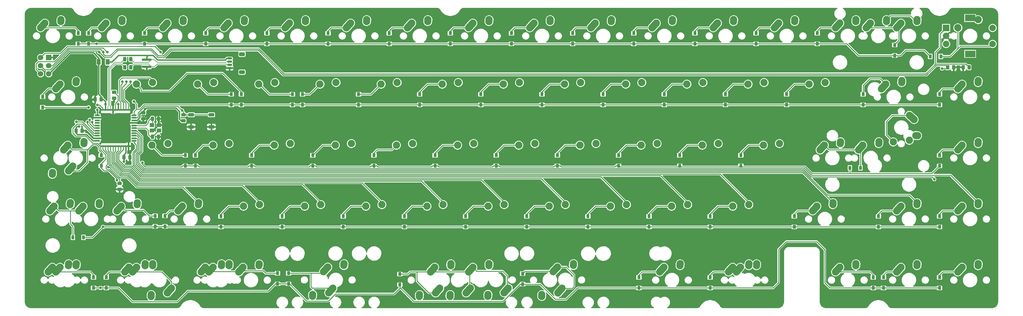
<source format=gbl>
G04 #@! TF.GenerationSoftware,KiCad,Pcbnew,6.99.0-unknown-af20d46d06~146~ubuntu21.10.1*
G04 #@! TF.CreationDate,2022-01-22T15:47:32-05:00*
G04 #@! TF.ProjectId,bakeneko-65-pcb,62616b65-6e65-46b6-9f2d-36352d706362,rev?*
G04 #@! TF.SameCoordinates,Original*
G04 #@! TF.FileFunction,Copper,L2,Bot*
G04 #@! TF.FilePolarity,Positive*
%FSLAX46Y46*%
G04 Gerber Fmt 4.6, Leading zero omitted, Abs format (unit mm)*
G04 Created by KiCad (PCBNEW 6.99.0-unknown-af20d46d06~146~ubuntu21.10.1) date 2022-01-22 15:47:32*
%MOMM*%
%LPD*%
G01*
G04 APERTURE LIST*
G04 Aperture macros list*
%AMRoundRect*
0 Rectangle with rounded corners*
0 $1 Rounding radius*
0 $2 $3 $4 $5 $6 $7 $8 $9 X,Y pos of 4 corners*
0 Add a 4 corners polygon primitive as box body*
4,1,4,$2,$3,$4,$5,$6,$7,$8,$9,$2,$3,0*
0 Add four circle primitives for the rounded corners*
1,1,$1+$1,$2,$3*
1,1,$1+$1,$4,$5*
1,1,$1+$1,$6,$7*
1,1,$1+$1,$8,$9*
0 Add four rect primitives between the rounded corners*
20,1,$1+$1,$2,$3,$4,$5,0*
20,1,$1+$1,$4,$5,$6,$7,0*
20,1,$1+$1,$6,$7,$8,$9,0*
20,1,$1+$1,$8,$9,$2,$3,0*%
%AMHorizOval*
0 Thick line with rounded ends*
0 $1 width*
0 $2 $3 position (X,Y) of the first rounded end (center of the circle)*
0 $4 $5 position (X,Y) of the second rounded end (center of the circle)*
0 Add line between two ends*
20,1,$1,$2,$3,$4,$5,0*
0 Add two circle primitives to create the rounded ends*
1,1,$1,$2,$3*
1,1,$1,$4,$5*%
%AMRotRect*
0 Rectangle, with rotation*
0 The origin of the aperture is its center*
0 $1 length*
0 $2 width*
0 $3 Rotation angle, in degrees counterclockwise*
0 Add horizontal line*
21,1,$1,$2,0,0,$3*%
G04 Aperture macros list end*
G04 #@! TA.AperFunction,ComponentPad*
%ADD10C,2.250000*%
G04 #@! TD*
G04 #@! TA.AperFunction,ComponentPad*
%ADD11R,2.000000X2.000000*%
G04 #@! TD*
G04 #@! TA.AperFunction,ComponentPad*
%ADD12C,2.000000*%
G04 #@! TD*
G04 #@! TA.AperFunction,ComponentPad*
%ADD13R,3.200000X2.000000*%
G04 #@! TD*
G04 #@! TA.AperFunction,SMDPad,CuDef*
%ADD14RoundRect,0.243750X-0.243750X-0.456250X0.243750X-0.456250X0.243750X0.456250X-0.243750X0.456250X0*%
G04 #@! TD*
G04 #@! TA.AperFunction,ComponentPad*
%ADD15HorizOval,2.250000X0.655001X0.730000X-0.655001X-0.730000X0*%
G04 #@! TD*
G04 #@! TA.AperFunction,ComponentPad*
%ADD16HorizOval,2.250000X0.020000X0.290000X-0.020000X-0.290000X0*%
G04 #@! TD*
G04 #@! TA.AperFunction,ComponentPad*
%ADD17HorizOval,2.250000X-0.655001X-0.730000X0.655001X0.730000X0*%
G04 #@! TD*
G04 #@! TA.AperFunction,ComponentPad*
%ADD18HorizOval,2.250000X-0.020000X-0.290000X0.020000X0.290000X0*%
G04 #@! TD*
G04 #@! TA.AperFunction,ComponentPad*
%ADD19HorizOval,2.250000X0.290000X-0.019999X-0.290000X0.019999X0*%
G04 #@! TD*
G04 #@! TA.AperFunction,ComponentPad*
%ADD20HorizOval,2.250000X0.730004X-0.654995X-0.730004X0.654995X0*%
G04 #@! TD*
G04 #@! TA.AperFunction,SMDPad,CuDef*
%ADD21RoundRect,0.250000X-0.375000X-0.625000X0.375000X-0.625000X0.375000X0.625000X-0.375000X0.625000X0*%
G04 #@! TD*
G04 #@! TA.AperFunction,SMDPad,CuDef*
%ADD22RoundRect,0.150000X-0.625000X0.150000X-0.625000X-0.150000X0.625000X-0.150000X0.625000X0.150000X0*%
G04 #@! TD*
G04 #@! TA.AperFunction,SMDPad,CuDef*
%ADD23RoundRect,0.250000X-0.650000X0.350000X-0.650000X-0.350000X0.650000X-0.350000X0.650000X0.350000X0*%
G04 #@! TD*
G04 #@! TA.AperFunction,ComponentPad*
%ADD24HorizOval,1.700000X0.000000X0.000000X0.000000X0.000000X0*%
G04 #@! TD*
G04 #@! TA.AperFunction,ComponentPad*
%ADD25RotRect,1.700000X1.700000X180.000000*%
G04 #@! TD*
G04 #@! TA.AperFunction,SMDPad,CuDef*
%ADD26R,1.700000X1.000000*%
G04 #@! TD*
G04 #@! TA.AperFunction,SMDPad,CuDef*
%ADD27RoundRect,0.243750X0.243750X0.456250X-0.243750X0.456250X-0.243750X-0.456250X0.243750X-0.456250X0*%
G04 #@! TD*
G04 #@! TA.AperFunction,SMDPad,CuDef*
%ADD28RotRect,0.550000X1.500000X270.000000*%
G04 #@! TD*
G04 #@! TA.AperFunction,SMDPad,CuDef*
%ADD29RotRect,1.500000X0.550000X180.000000*%
G04 #@! TD*
G04 #@! TA.AperFunction,SMDPad,CuDef*
%ADD30RotRect,1.400000X1.200000X180.000000*%
G04 #@! TD*
G04 #@! TA.AperFunction,SMDPad,CuDef*
%ADD31RoundRect,0.243750X-0.456250X0.243750X-0.456250X-0.243750X0.456250X-0.243750X0.456250X0.243750X0*%
G04 #@! TD*
G04 #@! TA.AperFunction,SMDPad,CuDef*
%ADD32RotRect,1.200000X0.900000X90.000000*%
G04 #@! TD*
G04 #@! TA.AperFunction,SMDPad,CuDef*
%ADD33R,0.900000X1.200000*%
G04 #@! TD*
G04 #@! TA.AperFunction,SMDPad,CuDef*
%ADD34RotRect,0.900000X1.200000X180.000000*%
G04 #@! TD*
G04 #@! TA.AperFunction,SMDPad,CuDef*
%ADD35RoundRect,0.243750X0.456250X-0.243750X0.456250X0.243750X-0.456250X0.243750X-0.456250X-0.243750X0*%
G04 #@! TD*
G04 #@! TA.AperFunction,SMDPad,CuDef*
%ADD36RotRect,0.650000X1.060000X90.000000*%
G04 #@! TD*
G04 #@! TA.AperFunction,ViaPad*
%ADD37C,0.800000*%
G04 #@! TD*
G04 #@! TA.AperFunction,Conductor*
%ADD38C,0.250000*%
G04 #@! TD*
G04 #@! TA.AperFunction,Conductor*
%ADD39C,0.381000*%
G04 #@! TD*
G04 #@! TA.AperFunction,Conductor*
%ADD40C,0.200000*%
G04 #@! TD*
G04 APERTURE END LIST*
D10*
X290940000Y-6460000D03*
X297290000Y-3920000D03*
D11*
X287262999Y-6499999D03*
D12*
X287263000Y-11500000D03*
X287263000Y-9000000D03*
D13*
X294762999Y-3399999D03*
X294762999Y-14599999D03*
D12*
X301763000Y-11500000D03*
X301763000Y-6500000D03*
D14*
X287733500Y-18796000D03*
X289608500Y-18796000D03*
X292559500Y-18796000D03*
X294434500Y-18796000D03*
D15*
X5845000Y-5729999D03*
D10*
X6500000Y-5000000D03*
D16*
X11519999Y-4209999D03*
D10*
X11540000Y-3920000D03*
D15*
X24895000Y-5729999D03*
D10*
X25550000Y-5000000D03*
D16*
X30569999Y-4209999D03*
D10*
X30590000Y-3920000D03*
D15*
X43945000Y-5729999D03*
D10*
X44600000Y-5000000D03*
D16*
X49619999Y-4209999D03*
D10*
X49640000Y-3920000D03*
D15*
X62995000Y-5729999D03*
D10*
X63650000Y-5000000D03*
D16*
X68669999Y-4209999D03*
D10*
X68690000Y-3920000D03*
D15*
X82045000Y-5729999D03*
D10*
X82700000Y-5000000D03*
D16*
X87719999Y-4209999D03*
D10*
X87740000Y-3920000D03*
D15*
X101095000Y-5729999D03*
D10*
X101750000Y-5000000D03*
D16*
X106769999Y-4209999D03*
D10*
X106790000Y-3920000D03*
D15*
X120145000Y-5729999D03*
D10*
X120800000Y-5000000D03*
D16*
X125819999Y-4209999D03*
D10*
X125840000Y-3920000D03*
D15*
X158245000Y-5729999D03*
D10*
X158900000Y-5000000D03*
D16*
X163919999Y-4209999D03*
D10*
X163940000Y-3920000D03*
D15*
X177295000Y-5729999D03*
D10*
X177950000Y-5000000D03*
D16*
X182969999Y-4209999D03*
D10*
X182990000Y-3920000D03*
D15*
X196345000Y-5729999D03*
D10*
X197000000Y-5000000D03*
D16*
X202019999Y-4209999D03*
D10*
X202040000Y-3920000D03*
D15*
X215395000Y-5729999D03*
D10*
X216050000Y-5000000D03*
D16*
X221069999Y-4209999D03*
D10*
X221090000Y-3920000D03*
D15*
X234445000Y-5729999D03*
D10*
X235100000Y-5000000D03*
D16*
X240119999Y-4209999D03*
D10*
X240140000Y-3920000D03*
D15*
X253495000Y-5729999D03*
D10*
X254150000Y-5000000D03*
D16*
X259169999Y-4209999D03*
D10*
X259190000Y-3920000D03*
D15*
X263020000Y-5729999D03*
D10*
X263675000Y-5000000D03*
D16*
X268694999Y-4209999D03*
D10*
X268715000Y-3920000D03*
D15*
X10607500Y-24779999D03*
D10*
X11262500Y-24050000D03*
D16*
X16282499Y-23259999D03*
D10*
X16302500Y-22970000D03*
X35075000Y-24050000D03*
X40075000Y-23550000D03*
X54125000Y-24050000D03*
X59125000Y-23550000D03*
X73175000Y-24050000D03*
X78175000Y-23550000D03*
X92225000Y-24050000D03*
X97225000Y-23550000D03*
X111275000Y-24050000D03*
X116275000Y-23550000D03*
X130325000Y-24050000D03*
X135325000Y-23550000D03*
X149375000Y-24050000D03*
X154375000Y-23550000D03*
X168425000Y-24050000D03*
X173425000Y-23550000D03*
X187475000Y-24050000D03*
X192475000Y-23550000D03*
X206525000Y-24050000D03*
X211525000Y-23550000D03*
X225575000Y-24050000D03*
X230575000Y-23550000D03*
X244625000Y-24050000D03*
X249625000Y-23550000D03*
D15*
X267782500Y-24779999D03*
D10*
X268437500Y-24050000D03*
D16*
X273457499Y-23259999D03*
D10*
X273477500Y-22970000D03*
D15*
X291595000Y-24779999D03*
D10*
X292250000Y-24050000D03*
D16*
X297269999Y-23259999D03*
D10*
X297290000Y-22970000D03*
D17*
X14536248Y-50369999D03*
D10*
X13881250Y-51100000D03*
D18*
X8861249Y-51889999D03*
D10*
X8841250Y-52180000D03*
D15*
X12988750Y-43829999D03*
D10*
X13643750Y-43100000D03*
D16*
X18663749Y-42309999D03*
D10*
X18683750Y-42020000D03*
X39837500Y-43100000D03*
X44837500Y-42600000D03*
X58887500Y-43100000D03*
X63887500Y-42600000D03*
X77937500Y-43100000D03*
X82937500Y-42600000D03*
X96987500Y-43100000D03*
X101987500Y-42600000D03*
X116037500Y-43100000D03*
X121037500Y-42600000D03*
X135087500Y-43100000D03*
X140087500Y-42600000D03*
X154137500Y-43100000D03*
X159137500Y-42600000D03*
X173187500Y-43100000D03*
X178187500Y-42600000D03*
X192237500Y-43100000D03*
X197237500Y-42600000D03*
X211287500Y-43100000D03*
X216287500Y-42600000D03*
X230337500Y-43100000D03*
X235337500Y-42600000D03*
D15*
X260638750Y-43829999D03*
D10*
X261293750Y-43100000D03*
D16*
X266313749Y-42309999D03*
D10*
X266333750Y-42020000D03*
D15*
X291595000Y-43829999D03*
D10*
X292250000Y-43100000D03*
D16*
X297269999Y-42309999D03*
D10*
X297290000Y-42020000D03*
D15*
X17751250Y-62879999D03*
D10*
X18406250Y-62150000D03*
D16*
X23426249Y-61359999D03*
D10*
X23446250Y-61070000D03*
D15*
X48707500Y-62879999D03*
D10*
X49362500Y-62150000D03*
D16*
X54382499Y-61359999D03*
D10*
X54402500Y-61070000D03*
X68412500Y-62150000D03*
X73412500Y-61650000D03*
X87462500Y-62150000D03*
X92462500Y-61650000D03*
X106512500Y-62150000D03*
X111512500Y-61650000D03*
X125562500Y-62150000D03*
X130562500Y-61650000D03*
X144612500Y-62150000D03*
X149612500Y-61650000D03*
X163662500Y-62150000D03*
X168662500Y-61650000D03*
X182712500Y-62150000D03*
X187712500Y-61650000D03*
X201762500Y-62150000D03*
X206762500Y-61650000D03*
X220812500Y-62150000D03*
X225812500Y-61650000D03*
D15*
X246351250Y-62879999D03*
D10*
X247006250Y-62150000D03*
D16*
X252026249Y-61359999D03*
D10*
X252046250Y-61070000D03*
D15*
X272545000Y-62879999D03*
D10*
X273200000Y-62150000D03*
D16*
X278219999Y-61359999D03*
D10*
X278240000Y-61070000D03*
D15*
X291595000Y-62879999D03*
D10*
X292250000Y-62150000D03*
D16*
X297269999Y-61359999D03*
D10*
X297290000Y-61070000D03*
D15*
X10607500Y-81929999D03*
D10*
X11262500Y-81200000D03*
D16*
X16282499Y-80409999D03*
D10*
X16302500Y-80120000D03*
D15*
X34420000Y-81929999D03*
D10*
X35075000Y-81200000D03*
D16*
X40094999Y-80409999D03*
D10*
X40115000Y-80120000D03*
D15*
X58232500Y-81929999D03*
D10*
X58887500Y-81200000D03*
D16*
X63907499Y-80409999D03*
D10*
X63927500Y-80120000D03*
D15*
X198726250Y-81929999D03*
D10*
X199381250Y-81200000D03*
D16*
X204401249Y-80409999D03*
D10*
X204421250Y-80120000D03*
D15*
X220157500Y-81929999D03*
D10*
X220812500Y-81200000D03*
D16*
X225832499Y-80409999D03*
D10*
X225852500Y-80120000D03*
D15*
X253495000Y-81929999D03*
D10*
X254150000Y-81200000D03*
D16*
X259169999Y-80409999D03*
D10*
X259190000Y-80120000D03*
D15*
X272545000Y-81929999D03*
D10*
X273200000Y-81200000D03*
D16*
X278219999Y-80409999D03*
D10*
X278240000Y-80120000D03*
D15*
X291595000Y-81929999D03*
D10*
X292250000Y-81200000D03*
D16*
X297269999Y-80409999D03*
D10*
X297290000Y-80120000D03*
D15*
X222538750Y-81929999D03*
D10*
X223193750Y-81200000D03*
D16*
X228213749Y-80409999D03*
D10*
X228233750Y-80120000D03*
D15*
X139195000Y-81929999D03*
D10*
X139850000Y-81200000D03*
D16*
X144869999Y-80409999D03*
D10*
X144890000Y-80120000D03*
D15*
X139195000Y-5729999D03*
D10*
X139850000Y-5000000D03*
D16*
X144869999Y-4209999D03*
D10*
X144890000Y-3920000D03*
D15*
X272545000Y-5729999D03*
D10*
X273200000Y-5000000D03*
D16*
X278219999Y-4209999D03*
D10*
X278240000Y-3920000D03*
D15*
X8226250Y-81929999D03*
D10*
X8881250Y-81200000D03*
D16*
X13901249Y-80409999D03*
D10*
X13921250Y-80120000D03*
D15*
X32038750Y-81929999D03*
D10*
X32693750Y-81200000D03*
D16*
X37713749Y-80409999D03*
D10*
X37733750Y-80120000D03*
D15*
X55851250Y-81929999D03*
D10*
X56506250Y-81200000D03*
D16*
X61526249Y-80409999D03*
D10*
X61546250Y-80120000D03*
D15*
X127288750Y-81929999D03*
D10*
X127943750Y-81200000D03*
D16*
X132963749Y-80409999D03*
D10*
X132983750Y-80120000D03*
D17*
X95610998Y-88430449D03*
D10*
X94956000Y-89160450D03*
D18*
X89935999Y-89950449D03*
D10*
X89916000Y-90240450D03*
D15*
X67584000Y-81946999D03*
D10*
X68239000Y-81217000D03*
D16*
X73258999Y-80426999D03*
D10*
X73279000Y-80137000D03*
D15*
X94000000Y-81890449D03*
D10*
X94655000Y-81160450D03*
D16*
X99674999Y-80370449D03*
D10*
X99695000Y-80080450D03*
D17*
X45318998Y-88486999D03*
D10*
X44664000Y-89217000D03*
D18*
X39643999Y-90006999D03*
D10*
X39624000Y-90297000D03*
X275804000Y-41592000D03*
D19*
X278093999Y-40111998D03*
D10*
X278384000Y-40132000D03*
X270804000Y-42092000D03*
D20*
X276574003Y-34436994D03*
D10*
X277304000Y-35092000D03*
D15*
X165501000Y-81890449D03*
D10*
X166156000Y-81160450D03*
D16*
X171175999Y-80370449D03*
D10*
X171196000Y-80080450D03*
D15*
X8751250Y-62879999D03*
D10*
X9406250Y-62150000D03*
D16*
X14426249Y-61359999D03*
D10*
X14446250Y-61070000D03*
D17*
X138409998Y-88486999D03*
D10*
X137755000Y-89217000D03*
D18*
X132734999Y-90006999D03*
D10*
X132715000Y-90297000D03*
D15*
X248686000Y-43846999D03*
D10*
X249341000Y-43117000D03*
D16*
X254360999Y-42326999D03*
D10*
X254381000Y-42037000D03*
D17*
X166984998Y-88486999D03*
D10*
X166330000Y-89217000D03*
D18*
X161309999Y-90006999D03*
D10*
X161290000Y-90297000D03*
D15*
X29611000Y-62896999D03*
D10*
X30266000Y-62167000D03*
D16*
X35285999Y-61376999D03*
D10*
X35306000Y-61087000D03*
D17*
X150220998Y-88430449D03*
D10*
X149566000Y-89160450D03*
D18*
X144545999Y-89950449D03*
D10*
X144526000Y-90240450D03*
D17*
X128884998Y-88486999D03*
D10*
X128230000Y-89217000D03*
D18*
X123209999Y-90006999D03*
D10*
X123190000Y-90297000D03*
D21*
X23310000Y-17120000D03*
X26110000Y-17120000D03*
D22*
X64050000Y-16003750D03*
X64050000Y-17003750D03*
X64050000Y-18003750D03*
X64050000Y-19003750D03*
D23*
X67925000Y-14703750D03*
X67925000Y-20303750D03*
D24*
X5189999Y-20807500D03*
X7729999Y-20807500D03*
X5189999Y-18267500D03*
X7729999Y-18267500D03*
X5189999Y-15727500D03*
D25*
X7729999Y-15727500D03*
D14*
X31402500Y-18753750D03*
X33277500Y-18753750D03*
X31402500Y-16253750D03*
X33277500Y-16253750D03*
D26*
X52093749Y-37384999D03*
X58393749Y-37384999D03*
X52093749Y-33584999D03*
X58393749Y-33584999D03*
D27*
X41897500Y-34870000D03*
X40022500Y-34870000D03*
X24061250Y-28750000D03*
X22186250Y-28750000D03*
D14*
X31122500Y-46910000D03*
X32997500Y-46910000D03*
D28*
X24553749Y-32058749D03*
X25353749Y-32058749D03*
X26153749Y-32058749D03*
X26953749Y-32058749D03*
X27753749Y-32058749D03*
X28553749Y-32058749D03*
X29353749Y-32058749D03*
X30153749Y-32058749D03*
X30953749Y-32058749D03*
X31753749Y-32058749D03*
X32553749Y-32058749D03*
D29*
X34253749Y-33758749D03*
X34253749Y-34558749D03*
X34253749Y-35358749D03*
X34253749Y-36158749D03*
X34253749Y-36958749D03*
X34253749Y-37758749D03*
X34253749Y-38558749D03*
X34253749Y-39358749D03*
X34253749Y-40158749D03*
X34253749Y-40958749D03*
X34253749Y-41758749D03*
D28*
X32553749Y-43458749D03*
X31753749Y-43458749D03*
X30953749Y-43458749D03*
X30153749Y-43458749D03*
X29353749Y-43458749D03*
X28553749Y-43458749D03*
X27753749Y-43458749D03*
X26953749Y-43458749D03*
X26153749Y-43458749D03*
X25353749Y-43458749D03*
X24553749Y-43458749D03*
D29*
X22853749Y-41758749D03*
X22853749Y-40958749D03*
X22853749Y-40158749D03*
X22853749Y-39358749D03*
X22853749Y-38558749D03*
X22853749Y-37758749D03*
X22853749Y-36958749D03*
X22853749Y-36158749D03*
X22853749Y-35358749D03*
X22853749Y-34558749D03*
X22853749Y-33758749D03*
D30*
X42059999Y-38519999D03*
X39859999Y-38519999D03*
X39859999Y-36819999D03*
X42059999Y-36819999D03*
D31*
X37160000Y-32982500D03*
X37160000Y-34857500D03*
X49710000Y-33582500D03*
X49710000Y-35457500D03*
D32*
X16937499Y-11443749D03*
X16937499Y-8143749D03*
X20112499Y-11443749D03*
X20112499Y-8143749D03*
X37574999Y-11443749D03*
X37574999Y-8143749D03*
X56624999Y-11443749D03*
X56624999Y-8143749D03*
X75674999Y-11443749D03*
X75674999Y-8143749D03*
X94724999Y-11443749D03*
X94724999Y-8143749D03*
X113774999Y-11443749D03*
X113774999Y-8143749D03*
X132824999Y-11443749D03*
X132824999Y-8143749D03*
X151874999Y-11443749D03*
X151874999Y-8143749D03*
X170924999Y-11443749D03*
X170924999Y-8143749D03*
X189974999Y-11443749D03*
X189974999Y-8143749D03*
X209024999Y-11443749D03*
X209024999Y-8143749D03*
X247124999Y-11443749D03*
X247124999Y-8143749D03*
X271271999Y-15111999D03*
X271271999Y-11811999D03*
D33*
X282321999Y-15366999D03*
X285621999Y-15366999D03*
D32*
X5824999Y-31287499D03*
X5824999Y-27987499D03*
X67737499Y-30493749D03*
X67737499Y-27193749D03*
X64562499Y-30493749D03*
X64562499Y-27193749D03*
X83612499Y-30493749D03*
X83612499Y-27193749D03*
X86787499Y-30493749D03*
X86787499Y-27193749D03*
X104249999Y-30493749D03*
X104249999Y-27193749D03*
X123299999Y-30493749D03*
X123299999Y-27193749D03*
X142349999Y-30493749D03*
X142349999Y-27193749D03*
X161399999Y-30493749D03*
X161399999Y-27193749D03*
X180449999Y-30493749D03*
X180449999Y-27193749D03*
X199499999Y-30493749D03*
X199499999Y-27193749D03*
X218549999Y-30493749D03*
X218549999Y-27193749D03*
X237599999Y-30493749D03*
X237599999Y-27193749D03*
X261412499Y-30493749D03*
X261412499Y-27193749D03*
X285224999Y-30493749D03*
X285224999Y-27193749D03*
X24081249Y-49543749D03*
X24081249Y-46243749D03*
X50274999Y-49543749D03*
X50274999Y-46243749D03*
X53449999Y-49543749D03*
X53449999Y-46243749D03*
X70912499Y-49543749D03*
X70912499Y-46243749D03*
X109012499Y-49543749D03*
X109012499Y-46243749D03*
X128062499Y-49543749D03*
X128062499Y-46243749D03*
X147112499Y-49543749D03*
X147112499Y-46243749D03*
X166162499Y-49543749D03*
X166162499Y-46243749D03*
X185212499Y-49543749D03*
X185212499Y-46243749D03*
X204262499Y-49543749D03*
X204262499Y-46243749D03*
X223312499Y-49543749D03*
X223312499Y-46243749D03*
D33*
X257302999Y-50164999D03*
X260602999Y-50164999D03*
D32*
X285224999Y-49543749D03*
X285224999Y-46243749D03*
D34*
X18540999Y-71881999D03*
X15240999Y-71881999D03*
D32*
X43941999Y-68451999D03*
X43941999Y-65151999D03*
X61387499Y-68593749D03*
X61387499Y-65293749D03*
X80437499Y-68593749D03*
X80437499Y-65293749D03*
X99487499Y-68593749D03*
X99487499Y-65293749D03*
X118537499Y-68593749D03*
X118537499Y-65293749D03*
X137587499Y-68593749D03*
X137587499Y-65293749D03*
X156637499Y-68593749D03*
X156637499Y-65293749D03*
X175687499Y-68593749D03*
X175687499Y-65293749D03*
X194737499Y-68593749D03*
X194737499Y-65293749D03*
X213787499Y-68593749D03*
X213787499Y-65293749D03*
X239981249Y-68593749D03*
X239981249Y-65293749D03*
X266174999Y-68593749D03*
X266174999Y-65293749D03*
X285224999Y-68593749D03*
X285224999Y-65293749D03*
X21699999Y-87643749D03*
X21699999Y-84343749D03*
X25668749Y-87643749D03*
X25668749Y-84343749D03*
X78993999Y-86358999D03*
X78993999Y-83058999D03*
X117093999Y-86612999D03*
X117093999Y-83312999D03*
X213787499Y-87643749D03*
X213787499Y-84343749D03*
X264587499Y-87643749D03*
X264587499Y-84343749D03*
X267762499Y-87643749D03*
X267762499Y-84343749D03*
X285224999Y-87643749D03*
X285224999Y-84343749D03*
X228074999Y-11443749D03*
X228074999Y-8143749D03*
D31*
X28120000Y-26532500D03*
X28120000Y-28407500D03*
D27*
X41897500Y-40470000D03*
X40022500Y-40470000D03*
D35*
X29823750Y-56887500D03*
X29823750Y-55012500D03*
D32*
X89962499Y-49543749D03*
X89962499Y-46243749D03*
X191562499Y-87643749D03*
X191562499Y-84343749D03*
D14*
X16236250Y-38558750D03*
X18111250Y-38558750D03*
D36*
X39173749Y-18603749D03*
X38223749Y-18603749D03*
X37273749Y-18603749D03*
X37273749Y-16403749D03*
X38223749Y-16403749D03*
X39173749Y-16403749D03*
D32*
X40893999Y-68451999D03*
X40893999Y-65151999D03*
X82422999Y-86358999D03*
X82422999Y-83058999D03*
X155320999Y-86485999D03*
X155320999Y-83185999D03*
D37*
X19050000Y-46990000D03*
X24765000Y-24765000D03*
X92456000Y-90170000D03*
X88900000Y-92837000D03*
X115316000Y-91694000D03*
X286004000Y-19177000D03*
X268986000Y-8128000D03*
X275971000Y-4953000D03*
X31413750Y-54630000D03*
X10251485Y-19431484D03*
X32997500Y-48576250D03*
X40887500Y-33060000D03*
X40277500Y-19880000D03*
X22603750Y-11443750D03*
X22893750Y-30565000D03*
X34250000Y-29460000D03*
X20160000Y-31290000D03*
X36883750Y-48590000D03*
X28943750Y-53970000D03*
X24621260Y-68590000D03*
X20511781Y-35178113D03*
X19783769Y-35913254D03*
X23887500Y-87643750D03*
X42553750Y-14020002D03*
X49249145Y-32284605D03*
X31902295Y-23252418D03*
X24710000Y-14020002D03*
X30652295Y-23252418D03*
X23460000Y-14020002D03*
X33152295Y-23252418D03*
X25960000Y-14020002D03*
X16302500Y-35811250D03*
X21233770Y-35870020D03*
X26248750Y-49950000D03*
X283591000Y-53721000D03*
X17164520Y-37255480D03*
X29360000Y-30295000D03*
X25353750Y-30306250D03*
X31120000Y-48260000D03*
X22854251Y-32080501D03*
X37779382Y-31859382D03*
D38*
X15241000Y-71882000D02*
X15241000Y-68454000D01*
X14478000Y-67691000D02*
X14478000Y-63762342D01*
X14478000Y-63762342D02*
X14334000Y-63618342D01*
X15241000Y-68454000D02*
X14478000Y-67691000D01*
X14334000Y-63618342D02*
X14334000Y-63610000D01*
X196469000Y-82660000D02*
X192546250Y-82660000D01*
X192546250Y-82660000D02*
X191562500Y-83643750D01*
X191562500Y-83643750D02*
X191562500Y-84343750D01*
X138540000Y-82660000D02*
X138811000Y-82931000D01*
X138811000Y-82931000D02*
X138811000Y-87503000D01*
X138811000Y-87503000D02*
X139065000Y-87757000D01*
X139850000Y-81200000D02*
X141073000Y-82423000D01*
X150495000Y-87319450D02*
X150876000Y-87700450D01*
X141073000Y-82423000D02*
X149098000Y-82423000D01*
X149098000Y-82423000D02*
X150495000Y-83820000D01*
X150495000Y-83820000D02*
X150495000Y-87319450D01*
X96266000Y-87700450D02*
X89859450Y-87700450D01*
X89859450Y-87700450D02*
X89408000Y-87249000D01*
X89408000Y-87249000D02*
X89408000Y-83059000D01*
X117094000Y-83313000D02*
X119598000Y-83313000D01*
X119598000Y-83313000D02*
X120251000Y-82660000D01*
X117221000Y-87630000D02*
X117094000Y-87503000D01*
X117094000Y-87503000D02*
X117094000Y-86613000D01*
X191562500Y-87643750D02*
X172452250Y-87643750D01*
X172452250Y-87643750D02*
X168910000Y-91186000D01*
X168910000Y-91186000D02*
X165481000Y-91186000D01*
X165481000Y-91186000D02*
X160782000Y-86487000D01*
X160782000Y-86487000D02*
X154559000Y-86487000D01*
X154559000Y-86487000D02*
X149225000Y-91821000D01*
X149225000Y-91821000D02*
X121412000Y-91821000D01*
X121412000Y-91821000D02*
X117221000Y-87630000D01*
X155321000Y-83186000D02*
X156084000Y-82423000D01*
X156084000Y-82423000D02*
X164648550Y-82423000D01*
X82042000Y-86359000D02*
X82676000Y-86359000D01*
X82676000Y-86359000D02*
X88044844Y-91727844D01*
X88044844Y-91727844D02*
X94798791Y-91727844D01*
X115316000Y-89535000D02*
X117221000Y-87630000D01*
X94798791Y-91727844D02*
X96991635Y-89535000D01*
X96991635Y-89535000D02*
X115316000Y-89535000D01*
X282322000Y-15367000D02*
X280417000Y-13462000D01*
X280417000Y-13462000D02*
X274698000Y-13462000D01*
X274698000Y-13462000D02*
X273048000Y-15112000D01*
X273048000Y-15112000D02*
X259968000Y-15112000D01*
X259968000Y-15112000D02*
X256299750Y-11443750D01*
X256299750Y-11443750D02*
X247125000Y-11443750D01*
X271272000Y-11632958D02*
X272504521Y-10400437D01*
X272504521Y-10400437D02*
X272504521Y-7074521D01*
X272504521Y-7074521D02*
X271890000Y-6460000D01*
X286004000Y-19177000D02*
X287352500Y-19177000D01*
X287352500Y-19177000D02*
X287733500Y-18796000D01*
X290940000Y-12971000D02*
X291719000Y-12192000D01*
X291719000Y-12192000D02*
X301071000Y-12192000D01*
X301071000Y-12192000D02*
X301763000Y-11500000D01*
X287733500Y-18796000D02*
X287158500Y-18221000D01*
X287158500Y-18221000D02*
X284166000Y-18221000D01*
X284166000Y-18221000D02*
X281158730Y-21228270D01*
X41656000Y-15621000D02*
X39497000Y-13462000D01*
X27051000Y-15621000D02*
X25060998Y-15621000D01*
X25060998Y-15621000D02*
X23460000Y-14020002D01*
X281158730Y-21228270D02*
X80791270Y-21228270D01*
X80791270Y-21228270D02*
X73025000Y-13462000D01*
X73025000Y-13462000D02*
X45847000Y-13462000D01*
X45847000Y-13462000D02*
X43688000Y-15621000D01*
X43688000Y-15621000D02*
X41656000Y-15621000D01*
X39497000Y-13462000D02*
X29210000Y-13462000D01*
X29210000Y-13462000D02*
X27051000Y-15621000D01*
X24710000Y-14020002D02*
X24710000Y-14634284D01*
X43501802Y-15171480D02*
X45660803Y-13012480D01*
X24710000Y-14634284D02*
X25247196Y-15171480D01*
X41842198Y-15171480D02*
X43501802Y-15171480D01*
X73211197Y-13012480D02*
X74231859Y-14033141D01*
X74231859Y-14033141D02*
X80977468Y-20778750D01*
X25247196Y-15171480D02*
X26864802Y-15171480D01*
X39683198Y-13012480D02*
X41842198Y-15171480D01*
X26864802Y-15171480D02*
X29023803Y-13012480D01*
X29023803Y-13012480D02*
X39683198Y-13012480D01*
X45660803Y-13012480D02*
X73211197Y-13012480D01*
X80977468Y-20778750D02*
X280972532Y-20778750D01*
X280972532Y-20778750D02*
X283979802Y-17771480D01*
X283979802Y-17771480D02*
X293409980Y-17771480D01*
X293409980Y-17771480D02*
X294434500Y-18796000D01*
X283979802Y-14089198D02*
X285369000Y-12700000D01*
X285369000Y-12700000D02*
X285369000Y-8394000D01*
X285369000Y-8394000D02*
X287263000Y-6500000D01*
X283979802Y-17771480D02*
X283979802Y-14089198D01*
X285622000Y-15367000D02*
X288544000Y-15367000D01*
X288544000Y-15367000D02*
X290940000Y-12971000D01*
X290940000Y-12971000D02*
X290940000Y-6460000D01*
X37575000Y-11443750D02*
X22603750Y-11443750D01*
X56625000Y-11443750D02*
X37575000Y-11443750D01*
X75675000Y-11443750D02*
X56625000Y-11443750D01*
X94725000Y-11443750D02*
X75675000Y-11443750D01*
X113775000Y-11443750D02*
X94725000Y-11443750D01*
X132825000Y-11443750D02*
X113775000Y-11443750D01*
X151875000Y-11443750D02*
X132825000Y-11443750D01*
X170925000Y-11443750D02*
X151875000Y-11443750D01*
X189975000Y-11443750D02*
X170925000Y-11443750D01*
X209025000Y-11443750D02*
X189975000Y-11443750D01*
X228075000Y-11443750D02*
X209025000Y-11443750D01*
X247125000Y-11443750D02*
X228075000Y-11443750D01*
D39*
X19378750Y-38558750D02*
X21778750Y-40958750D01*
X37160000Y-34857500D02*
X38957500Y-33060000D01*
X40277500Y-19880000D02*
X41638240Y-18519260D01*
X10260000Y-19126705D02*
X14556705Y-14830000D01*
X21598750Y-28750000D02*
X20958991Y-29389759D01*
X47068328Y-32050000D02*
X47828990Y-32810662D01*
X41897500Y-32050000D02*
X47068328Y-32050000D01*
X31017750Y-36158750D02*
X28701250Y-38475250D01*
X20958991Y-33794991D02*
X21722750Y-34558750D01*
X28701250Y-38475250D02*
X26384750Y-38475250D01*
X32553750Y-43458750D02*
X32553750Y-44963750D01*
X21378750Y-14830000D02*
X22294490Y-15745740D01*
X22853750Y-34558750D02*
X26384750Y-34558750D01*
X22669690Y-18385510D02*
X22728990Y-18385510D01*
X40162902Y-38520000D02*
X41862902Y-36820000D01*
X32997500Y-45927500D02*
X32553750Y-45483750D01*
X38603750Y-19880000D02*
X40277500Y-19880000D01*
X43141000Y-36820000D02*
X42060000Y-36820000D01*
X40887500Y-33060000D02*
X38957500Y-33060000D01*
X23984750Y-40958750D02*
X26384750Y-38558750D01*
X62690510Y-18519260D02*
X63175000Y-19003750D01*
X21722750Y-34558750D02*
X22853750Y-34558750D01*
X26384750Y-38558750D02*
X26384750Y-38475250D01*
X22186250Y-28750000D02*
X21598750Y-28750000D01*
X27753750Y-33189750D02*
X27753750Y-32058750D01*
X47828990Y-32810662D02*
X47828990Y-35458990D01*
X37160000Y-35870000D02*
X37160000Y-34857500D01*
X41862902Y-36820000D02*
X42060000Y-36820000D01*
X22294490Y-15745740D02*
X22294490Y-18010310D01*
X22186250Y-28750000D02*
X22186250Y-27722740D01*
X22728990Y-18385510D02*
X22728990Y-27190000D01*
X32997500Y-46910000D02*
X32997500Y-48576250D01*
X41897500Y-34070000D02*
X40887500Y-33060000D01*
X43630000Y-39950000D02*
X43110000Y-40470000D01*
X43110000Y-40470000D02*
X41897500Y-40470000D01*
X58393750Y-37385000D02*
X52093750Y-37385000D01*
X32997500Y-46910000D02*
X32997500Y-45927500D01*
X49755000Y-37385000D02*
X47828990Y-35458990D01*
X42060000Y-35032500D02*
X41897500Y-34870000D01*
X36871250Y-36158750D02*
X37160000Y-35870000D01*
X32553750Y-42327750D02*
X28701250Y-38475250D01*
X39860000Y-38520000D02*
X40162902Y-38520000D01*
X26384750Y-34558750D02*
X27753750Y-33189750D01*
X19078750Y-38558750D02*
X19378750Y-38558750D01*
X52093750Y-37385000D02*
X49755000Y-37385000D01*
X41638240Y-18519260D02*
X62690510Y-18519260D01*
X43141000Y-36820000D02*
X43630000Y-37309000D01*
X32553750Y-45483750D02*
X32553750Y-44963750D01*
X27753750Y-29361250D02*
X27753750Y-30046250D01*
X27753750Y-32058750D02*
X27753750Y-30046250D01*
X10260000Y-19422969D02*
X10260000Y-19126705D01*
X41897500Y-34870000D02*
X41897500Y-34070000D01*
X34253750Y-36158750D02*
X36871250Y-36158750D01*
X38223750Y-19500000D02*
X38603750Y-19880000D01*
X22853750Y-40958750D02*
X23984750Y-40958750D01*
X14556705Y-14830000D02*
X21378750Y-14830000D01*
X28120000Y-28995000D02*
X27753750Y-29361250D01*
X26384750Y-38475250D02*
X26384750Y-34558750D01*
X43630000Y-37309000D02*
X43630000Y-39950000D01*
X21778750Y-40958750D02*
X22853750Y-40958750D01*
X30936250Y-56887500D02*
X31413750Y-56410000D01*
X38223750Y-18603750D02*
X38223750Y-19500000D01*
X42060000Y-36820000D02*
X42060000Y-35032500D01*
X22728990Y-27190000D02*
X22186250Y-27732740D01*
X22294490Y-18010310D02*
X22669690Y-18385510D01*
X28120000Y-28407500D02*
X28120000Y-28995000D01*
X29823750Y-56887500D02*
X30936250Y-56887500D01*
X20958991Y-29389759D02*
X20958991Y-30424759D01*
X40887500Y-33060000D02*
X41897500Y-32050000D01*
X18111250Y-38558750D02*
X19078750Y-38558750D01*
X20958991Y-30424759D02*
X20958991Y-33794991D01*
X10251485Y-19431484D02*
X10260000Y-19422969D01*
X63175000Y-19003750D02*
X64050000Y-19003750D01*
X32553750Y-43458750D02*
X32553750Y-42327750D01*
X31413750Y-56410000D02*
X31413750Y-54630000D01*
X22186250Y-27732740D02*
X22186250Y-28750000D01*
X34253750Y-36158750D02*
X31017750Y-36158750D01*
D38*
X40022500Y-36657500D02*
X39860000Y-36820000D01*
X40022500Y-34870000D02*
X40022500Y-36657500D01*
X38811250Y-35493750D02*
X38811250Y-36081250D01*
X37751250Y-36958750D02*
X34253750Y-36958750D01*
X37933750Y-36958750D02*
X37751250Y-36958750D01*
X40022500Y-34870000D02*
X39435000Y-34870000D01*
X39435000Y-34870000D02*
X38811250Y-35493750D01*
X38811250Y-36081250D02*
X37933750Y-36958750D01*
X40022500Y-40470000D02*
X41972500Y-38520000D01*
X39435000Y-40470000D02*
X38790000Y-39825000D01*
X38790000Y-39825000D02*
X38790000Y-38560000D01*
X40022500Y-40470000D02*
X39435000Y-40470000D01*
X34253750Y-37758750D02*
X37988750Y-37758750D01*
X38790000Y-38560000D02*
X37988750Y-37758750D01*
X41972500Y-38520000D02*
X42060000Y-38520000D01*
X28553750Y-32058750D02*
X28553750Y-30028248D01*
X29299963Y-27712463D02*
X29299963Y-29282035D01*
X28120000Y-26532500D02*
X29299963Y-27712463D01*
X28553750Y-30028248D02*
X29299963Y-29282035D01*
X24553750Y-31583750D02*
X23535000Y-30565000D01*
X21466250Y-11443750D02*
X16937500Y-11443750D01*
X24553750Y-32058750D02*
X24553750Y-31583750D01*
X20271250Y-11443750D02*
X23046250Y-11443750D01*
X23535000Y-30565000D02*
X22893750Y-30565000D01*
X23046250Y-11443750D02*
X21466250Y-11443750D01*
X16937500Y-7443750D02*
X16937500Y-8143750D01*
X15953750Y-6460000D02*
X16937500Y-7443750D01*
X5190000Y-6460000D02*
X15953750Y-6460000D01*
X37435602Y-30493750D02*
X36129352Y-31800000D01*
X34253750Y-32628750D02*
X34253750Y-33758750D01*
X35082500Y-30292500D02*
X34250000Y-29460000D01*
X35082500Y-31800000D02*
X34253750Y-32628750D01*
X35082500Y-31800000D02*
X35082500Y-30292500D01*
X20157500Y-31287500D02*
X20160000Y-31290000D01*
X285225000Y-30493750D02*
X64562500Y-30493750D01*
X5825000Y-31287500D02*
X20157500Y-31287500D01*
X37435602Y-30493750D02*
X64562500Y-30493750D01*
X36129352Y-31800000D02*
X35082500Y-31800000D01*
X20112500Y-7443750D02*
X20112500Y-8143750D01*
X24240000Y-6460000D02*
X21096250Y-6460000D01*
X21096250Y-6460000D02*
X20112500Y-7443750D01*
X43290000Y-6460000D02*
X38558750Y-6460000D01*
X38558750Y-6460000D02*
X37575000Y-7443750D01*
X37575000Y-7443750D02*
X37575000Y-8143750D01*
X57608750Y-6460000D02*
X60749010Y-6460000D01*
X60749010Y-6460000D02*
X62340000Y-6460000D01*
X56625000Y-7443750D02*
X57608750Y-6460000D01*
X56625000Y-8143750D02*
X56625000Y-7443750D01*
X75675000Y-7443750D02*
X75675000Y-8143750D01*
X81390000Y-6460000D02*
X76658750Y-6460000D01*
X76658750Y-6460000D02*
X75675000Y-7443750D01*
X94725000Y-7443750D02*
X94725000Y-8143750D01*
X95708750Y-6460000D02*
X94725000Y-7443750D01*
X100440000Y-6460000D02*
X95708750Y-6460000D01*
X113775000Y-7443750D02*
X113775000Y-8143750D01*
X114758750Y-6460000D02*
X113775000Y-7443750D01*
X119490000Y-6460000D02*
X114758750Y-6460000D01*
X138540000Y-6460000D02*
X133808750Y-6460000D01*
X133808750Y-6460000D02*
X132825000Y-7443750D01*
X132825000Y-7443750D02*
X132825000Y-8143750D01*
X151875000Y-7443750D02*
X151875000Y-8143750D01*
X157590000Y-6460000D02*
X152858750Y-6460000D01*
X152858750Y-6460000D02*
X151875000Y-7443750D01*
X170925000Y-7443750D02*
X170925000Y-8143750D01*
X171908750Y-6460000D02*
X170925000Y-7443750D01*
X176640000Y-6460000D02*
X171908750Y-6460000D01*
X190958750Y-6460000D02*
X189975000Y-7443750D01*
X195690000Y-6460000D02*
X190958750Y-6460000D01*
X189975000Y-7443750D02*
X189975000Y-8143750D01*
X214740000Y-6460000D02*
X210008750Y-6460000D01*
X210008750Y-6460000D02*
X209025000Y-7443750D01*
X209025000Y-7443750D02*
X209025000Y-8143750D01*
X233790000Y-6460000D02*
X229058750Y-6460000D01*
X228075000Y-7443750D02*
X228075000Y-8143750D01*
X229058750Y-6460000D02*
X228075000Y-7443750D01*
X247125000Y-7443750D02*
X247125000Y-8143750D01*
X252840000Y-6460000D02*
X248108750Y-6460000D01*
X248108750Y-6460000D02*
X247125000Y-7443750D01*
X88787509Y-49868741D02*
X72087491Y-49868741D01*
X127212500Y-49543750D02*
X126887509Y-49868741D01*
X107837509Y-49868741D02*
X91137491Y-49868741D01*
X16593750Y-36500000D02*
X18195000Y-36500000D01*
X223312500Y-49543750D02*
X223639449Y-49870699D01*
X21439288Y-42470000D02*
X19254798Y-40285510D01*
X257303000Y-51817000D02*
X257384421Y-51898421D01*
X70062500Y-49543750D02*
X69737509Y-49868741D01*
X128912500Y-49543750D02*
X129237491Y-49868741D01*
X24081250Y-50243750D02*
X24962510Y-51125010D01*
X89962500Y-49543750D02*
X89112500Y-49543750D01*
X276307421Y-51898421D02*
X282870329Y-51898421D01*
X25503704Y-46117453D02*
X23830001Y-44443749D01*
X245417540Y-51898421D02*
X257092579Y-51898421D01*
X24759375Y-48165625D02*
X25503704Y-47421296D01*
X89112500Y-49543750D02*
X88787509Y-49868741D01*
X23830001Y-43476251D02*
X22823750Y-42470000D01*
X109012500Y-49543750D02*
X109862500Y-49543750D01*
X282870329Y-51898421D02*
X285225000Y-49543750D01*
X109012500Y-49543750D02*
X108162500Y-49543750D01*
X21853750Y-40158750D02*
X22853750Y-40158750D01*
X146262500Y-49543750D02*
X145937509Y-49868741D01*
X15223750Y-37870000D02*
X16593750Y-36500000D01*
X71762500Y-49543750D02*
X72087491Y-49868741D01*
X109862500Y-49543750D02*
X110187491Y-49868741D01*
X257092579Y-51898421D02*
X257384421Y-51898421D01*
X24081250Y-49543750D02*
X24081250Y-50243750D01*
X108162500Y-49543750D02*
X107837509Y-49868741D01*
X25503704Y-47421296D02*
X25503704Y-46117453D01*
X243389818Y-49870699D02*
X245417540Y-51898421D01*
X185212500Y-49543750D02*
X185539449Y-49870699D01*
X165312500Y-49543750D02*
X164987509Y-49868741D01*
X185212500Y-49543750D02*
X184362500Y-49543750D01*
X24081250Y-49543750D02*
X24081250Y-48843750D01*
X15223750Y-39340000D02*
X15223750Y-37870000D01*
X147962500Y-49543750D02*
X148287491Y-49868741D01*
X53450000Y-49543750D02*
X54300000Y-49543750D01*
X164987509Y-49868741D02*
X148287491Y-49868741D01*
X222985551Y-49870699D02*
X204589449Y-49870699D01*
X18195000Y-36500000D02*
X21853750Y-40158750D01*
X223312500Y-49543750D02*
X222985551Y-49870699D01*
X24081250Y-48843750D02*
X24759375Y-48165625D01*
X147112500Y-49543750D02*
X146262500Y-49543750D01*
X145937509Y-49868741D02*
X129237491Y-49868741D01*
X257303000Y-50165000D02*
X257303000Y-51817000D01*
X128062500Y-49543750D02*
X128912500Y-49543750D01*
X89962500Y-49543750D02*
X90812500Y-49543750D01*
X19254798Y-40285510D02*
X16169260Y-40285510D01*
X22823750Y-42470000D02*
X21439288Y-42470000D01*
X23830001Y-44443749D02*
X23830001Y-43476251D01*
X26547910Y-51125010D02*
X28943750Y-53520850D01*
X223639449Y-49870699D02*
X243389818Y-49870699D01*
X90812500Y-49543750D02*
X91137491Y-49868741D01*
X204589449Y-49870699D02*
X204262500Y-49543750D01*
X147112500Y-49543750D02*
X147962500Y-49543750D01*
X36883750Y-48590000D02*
X36883750Y-49026592D01*
X166162500Y-49543750D02*
X165312500Y-49543750D01*
X50275000Y-49543750D02*
X53450000Y-49543750D01*
X28943750Y-53520850D02*
X28943750Y-53970000D01*
X37725899Y-49868741D02*
X49100009Y-49868741D01*
X203935551Y-49870699D02*
X185539449Y-49870699D01*
X70912500Y-49543750D02*
X71762500Y-49543750D01*
X166162500Y-49543750D02*
X167012500Y-49543750D01*
X16169260Y-40285510D02*
X15223750Y-39340000D01*
X184362500Y-49543750D02*
X184037509Y-49868741D01*
X257384421Y-51898421D02*
X276307421Y-51898421D01*
X54300000Y-49543750D02*
X54624991Y-49868741D01*
X24962510Y-51125010D02*
X26547910Y-51125010D01*
X49425000Y-49543750D02*
X50275000Y-49543750D01*
X128062500Y-49543750D02*
X127212500Y-49543750D01*
X69737509Y-49868741D02*
X54624991Y-49868741D01*
X167012500Y-49543750D02*
X167337491Y-49868741D01*
X70912500Y-49543750D02*
X70062500Y-49543750D01*
X204262500Y-49543750D02*
X203935551Y-49870699D01*
X49100009Y-49868741D02*
X49425000Y-49543750D01*
X36883750Y-49026592D02*
X37725899Y-49868741D01*
X184037509Y-49868741D02*
X167337491Y-49868741D01*
X126887509Y-49868741D02*
X110187491Y-49868741D01*
X5825000Y-27287500D02*
X5825000Y-27987500D01*
X9952500Y-25510000D02*
X7602500Y-25510000D01*
X7602500Y-25510000D02*
X5825000Y-27287500D01*
X67737500Y-27193750D02*
X67737500Y-26493750D01*
X67737500Y-26493750D02*
X66298750Y-25055000D01*
X66298750Y-25023750D02*
X61912500Y-20637500D01*
X36512500Y-25487500D02*
X35075000Y-24050000D01*
X36512500Y-26193750D02*
X36512500Y-25487500D01*
X61912500Y-20637500D02*
X50800000Y-20637500D01*
X45243750Y-26193750D02*
X36512500Y-26193750D01*
X50800000Y-20637500D02*
X45243750Y-26193750D01*
X66298750Y-25055000D02*
X66298750Y-25023750D01*
X57268750Y-27193750D02*
X54125000Y-24050000D01*
X64562500Y-27193750D02*
X57268750Y-27193750D01*
X76468750Y-27193750D02*
X83612500Y-27193750D01*
X73325000Y-24050000D02*
X76468750Y-27193750D01*
X89081250Y-27193750D02*
X92225000Y-24050000D01*
X86787500Y-27193750D02*
X89081250Y-27193750D01*
X108131250Y-27193750D02*
X111275000Y-24050000D01*
X104250000Y-27193750D02*
X108131250Y-27193750D01*
X125743750Y-24050000D02*
X123300000Y-26493750D01*
X123300000Y-26493750D02*
X123300000Y-27193750D01*
X130325000Y-24050000D02*
X125743750Y-24050000D01*
X144793750Y-24050000D02*
X142350000Y-26493750D01*
X142350000Y-26493750D02*
X142350000Y-27193750D01*
X149375000Y-24050000D02*
X144793750Y-24050000D01*
X161400000Y-26493750D02*
X161400000Y-27193750D01*
X163843750Y-24050000D02*
X161400000Y-26493750D01*
X168425000Y-24050000D02*
X163843750Y-24050000D01*
X180450000Y-26493750D02*
X180450000Y-27193750D01*
X187475000Y-24050000D02*
X182893750Y-24050000D01*
X182893750Y-24050000D02*
X180450000Y-26493750D01*
X199500000Y-26493750D02*
X199500000Y-27193750D01*
X206525000Y-24050000D02*
X201943750Y-24050000D01*
X201943750Y-24050000D02*
X199500000Y-26493750D01*
X225575000Y-24050000D02*
X220993750Y-24050000D01*
X218550000Y-26493750D02*
X218550000Y-27193750D01*
X220993750Y-24050000D02*
X218550000Y-26493750D01*
X244625000Y-24050000D02*
X240043750Y-24050000D01*
X240043750Y-24050000D02*
X237600000Y-26493750D01*
X237600000Y-26493750D02*
X237600000Y-27193750D01*
X266739500Y-22352000D02*
X268437500Y-24050000D01*
X261412500Y-27193750D02*
X261412500Y-24464500D01*
X263525000Y-22352000D02*
X266739500Y-22352000D01*
X261412500Y-24464500D02*
X263525000Y-22352000D01*
X285225000Y-26493750D02*
X285225000Y-27193750D01*
X286208750Y-25510000D02*
X285225000Y-26493750D01*
X290940000Y-25510000D02*
X286208750Y-25510000D01*
X239981250Y-68593750D02*
X213787500Y-68593750D01*
X22853750Y-37758750D02*
X21853750Y-37758750D01*
X194737500Y-68593750D02*
X175687500Y-68593750D01*
X175687500Y-68593750D02*
X156637500Y-68593750D01*
X137587500Y-68593750D02*
X118537500Y-68593750D01*
X40752250Y-68593750D02*
X40894000Y-68452000D01*
X43942000Y-68452000D02*
X40894000Y-68452000D01*
X21853750Y-37758750D02*
X20508769Y-36413769D01*
X28840000Y-68590000D02*
X28843750Y-68593750D01*
X61387500Y-68593750D02*
X44083750Y-68593750D01*
X80437500Y-68593750D02*
X61387500Y-68593750D01*
X118537500Y-68593750D02*
X99487500Y-68593750D01*
X28843750Y-68593750D02*
X40752250Y-68593750D01*
X285225000Y-68593750D02*
X266175000Y-68593750D01*
X18541000Y-71882000D02*
X21329260Y-71882000D01*
X213787500Y-68593750D02*
X194737500Y-68593750D01*
X266175000Y-68593750D02*
X239981250Y-68593750D01*
X24621260Y-68590000D02*
X28840000Y-68590000D01*
X44083750Y-68593750D02*
X43942000Y-68452000D01*
X21329260Y-71882000D02*
X24621260Y-68590000D01*
X156637500Y-68593750D02*
X137587500Y-68593750D01*
X20508769Y-35181125D02*
X20511781Y-35178113D01*
X99487500Y-68593750D02*
X80437500Y-68593750D01*
X20508769Y-36413769D02*
X20508769Y-35181125D01*
X24081250Y-45331409D02*
X24081250Y-46243750D01*
X13643750Y-43100000D02*
X15103750Y-44560000D01*
X19793750Y-44560000D02*
X21433740Y-42920010D01*
X17162500Y-51100000D02*
X19843750Y-48418750D01*
X19843750Y-44670000D02*
X19733750Y-44560000D01*
X21433740Y-42920010D02*
X22637350Y-42920010D01*
X19733750Y-44560000D02*
X19793750Y-44560000D01*
X19843750Y-48418750D02*
X19843750Y-44670000D01*
X13881250Y-51100000D02*
X17162500Y-51100000D01*
X23379991Y-43662651D02*
X23379991Y-44630150D01*
X22637350Y-42920010D02*
X23379991Y-43662651D01*
X15103750Y-44560000D02*
X19733750Y-44560000D01*
X23379991Y-44630150D02*
X24081250Y-45331409D01*
X42981250Y-46243750D02*
X50275000Y-46243750D01*
X39837500Y-43100000D02*
X42981250Y-46243750D01*
X53450000Y-45543750D02*
X53450000Y-46243750D01*
X55893750Y-43100000D02*
X53450000Y-45543750D01*
X58887500Y-43100000D02*
X55893750Y-43100000D01*
X70912500Y-45543750D02*
X70912500Y-46243750D01*
X77937500Y-43100000D02*
X73356250Y-43100000D01*
X73356250Y-43100000D02*
X70912500Y-45543750D01*
X93106250Y-43100000D02*
X89962500Y-46243750D01*
X96987500Y-43100000D02*
X93106250Y-43100000D01*
X116037500Y-43100000D02*
X114577500Y-44560000D01*
X109012500Y-45543750D02*
X109012500Y-46243750D01*
X109996250Y-44560000D02*
X109012500Y-45543750D01*
X114577500Y-44560000D02*
X109996250Y-44560000D01*
X135087500Y-43100000D02*
X130506250Y-43100000D01*
X128062500Y-45543750D02*
X128062500Y-46243750D01*
X130506250Y-43100000D02*
X128062500Y-45543750D01*
X147112500Y-45543750D02*
X147112500Y-46243750D01*
X154137500Y-43100000D02*
X149556250Y-43100000D01*
X149556250Y-43100000D02*
X147112500Y-45543750D01*
X173187500Y-43100000D02*
X168606250Y-43100000D01*
X166162500Y-45543750D02*
X166162500Y-46243750D01*
X168606250Y-43100000D02*
X166162500Y-45543750D01*
X187656250Y-43100000D02*
X185212500Y-45543750D01*
X185212500Y-45543750D02*
X185212500Y-46243750D01*
X192237500Y-43100000D02*
X187656250Y-43100000D01*
X206706250Y-43100000D02*
X204262500Y-45543750D01*
X204262500Y-45543750D02*
X204262500Y-46243750D01*
X211287500Y-43100000D02*
X206706250Y-43100000D01*
X230337500Y-43100000D02*
X225756250Y-43100000D01*
X225756250Y-43100000D02*
X223312500Y-45543750D01*
X223312500Y-45543750D02*
X223312500Y-46243750D01*
X260603000Y-50165000D02*
X260603000Y-45179250D01*
X250784000Y-44560000D02*
X249341000Y-43117000D01*
X260603000Y-45179250D02*
X259983750Y-44560000D01*
X259983750Y-44560000D02*
X250784000Y-44560000D01*
X290940000Y-44560000D02*
X286208750Y-44560000D01*
X286208750Y-44560000D02*
X285225000Y-45543750D01*
X285225000Y-45543750D02*
X285225000Y-46243750D01*
X78359000Y-86359000D02*
X82042000Y-86359000D01*
X249503750Y-75730000D02*
X249503750Y-86105000D01*
X284375000Y-87643750D02*
X267762500Y-87643750D01*
X47752000Y-91948000D02*
X51054000Y-88646000D01*
X200893026Y-87643750D02*
X191562500Y-87643750D01*
X246953750Y-73180000D02*
X249503750Y-75730000D01*
X25668750Y-87643750D02*
X29477750Y-87643750D01*
X21700000Y-87643750D02*
X25668750Y-87643750D01*
X33782000Y-91948000D02*
X47752000Y-91948000D01*
X213787500Y-87643750D02*
X200893026Y-87643750D01*
X235103750Y-85967500D02*
X235103750Y-75555000D01*
X22853750Y-38558750D02*
X21853750Y-38558750D01*
X233427500Y-87643750D02*
X235103750Y-85967500D01*
X213787500Y-87643750D02*
X233427500Y-87643750D01*
X21853750Y-38558750D02*
X19783769Y-36488769D01*
X235103750Y-75555000D02*
X237478750Y-73180000D01*
X76072000Y-88646000D02*
X78359000Y-86359000D01*
X285225000Y-87643750D02*
X284375000Y-87643750D01*
X251042500Y-87643750D02*
X263737500Y-87643750D01*
X263737500Y-87643750D02*
X264587500Y-87643750D01*
X29477750Y-87643750D02*
X33782000Y-91948000D01*
X249503750Y-86105000D02*
X251042500Y-87643750D01*
X51054000Y-88646000D02*
X76072000Y-88646000D01*
X19783769Y-36488769D02*
X19783769Y-35913254D01*
X237478750Y-73180000D02*
X246953750Y-73180000D01*
X267762500Y-87643750D02*
X264587500Y-87643750D01*
X10866250Y-63610000D02*
X14334000Y-63610000D01*
X9406250Y-62150000D02*
X10866250Y-63610000D01*
X14334000Y-63610000D02*
X17096250Y-63610000D01*
X48052500Y-63610000D02*
X45484000Y-63610000D01*
X45484000Y-63610000D02*
X43942000Y-65152000D01*
X63831250Y-62150000D02*
X61387500Y-64593750D01*
X61387500Y-64593750D02*
X61387500Y-65293750D01*
X68412500Y-62150000D02*
X63831250Y-62150000D01*
X87462500Y-62150000D02*
X82881250Y-62150000D01*
X82881250Y-62150000D02*
X80437500Y-64593750D01*
X80437500Y-64593750D02*
X80437500Y-65293750D01*
X101931250Y-62150000D02*
X99487500Y-64593750D01*
X99487500Y-64593750D02*
X99487500Y-65293750D01*
X106512500Y-62150000D02*
X101931250Y-62150000D01*
X118537500Y-64593750D02*
X118537500Y-65293750D01*
X120981250Y-62150000D02*
X118537500Y-64593750D01*
X125562500Y-62150000D02*
X120981250Y-62150000D01*
X144612500Y-62150000D02*
X140031250Y-62150000D01*
X140031250Y-62150000D02*
X137587500Y-64593750D01*
X137587500Y-64593750D02*
X137587500Y-65293750D01*
D39*
X38223750Y-15460000D02*
X38303750Y-15380000D01*
X64050000Y-16003750D02*
X63175000Y-16003750D01*
X63175000Y-16003750D02*
X62690510Y-16488240D01*
X62690510Y-16488240D02*
X41628240Y-16488240D01*
X30653750Y-15080000D02*
X38603750Y-15080000D01*
X29478750Y-15080000D02*
X30653750Y-15080000D01*
X38303750Y-15380000D02*
X38603750Y-15080000D01*
X38223750Y-16403750D02*
X38223750Y-15460000D01*
X41628240Y-16488240D02*
X40220000Y-15080000D01*
X27438750Y-17120000D02*
X29478750Y-15080000D01*
X40220000Y-15080000D02*
X38603750Y-15080000D01*
X26110000Y-17120000D02*
X27438750Y-17120000D01*
D40*
X33277500Y-18753750D02*
X34302500Y-17728750D01*
X62900000Y-17728750D02*
X41540001Y-17728750D01*
X38852500Y-17728750D02*
X39173750Y-18050000D01*
X39173750Y-18050000D02*
X39173750Y-18603750D01*
X34302500Y-17728750D02*
X38852500Y-17728750D01*
X40665001Y-18603750D02*
X39173750Y-18603750D01*
X64050000Y-18003750D02*
X63175000Y-18003750D01*
X63175000Y-18003750D02*
X62900000Y-17728750D01*
X41540001Y-17728750D02*
X40665001Y-18603750D01*
X41540001Y-17278750D02*
X40665001Y-16403750D01*
X64050000Y-17003750D02*
X63175000Y-17003750D01*
X38805000Y-17278750D02*
X39173750Y-16910000D01*
X34302500Y-17278750D02*
X38805000Y-17278750D01*
X33277500Y-16253750D02*
X34302500Y-17278750D01*
X63175000Y-17003750D02*
X62900000Y-17278750D01*
X39173750Y-16910000D02*
X39173750Y-16403750D01*
X40665001Y-16403750D02*
X39173750Y-16403750D01*
X62900000Y-17278750D02*
X41540001Y-17278750D01*
D38*
X35251250Y-34558750D02*
X35540000Y-34270000D01*
X52093750Y-33585000D02*
X49712500Y-33585000D01*
X52093750Y-33585000D02*
X58393750Y-33585000D01*
X34253750Y-34558750D02*
X35251250Y-34558750D01*
X40813748Y-12280000D02*
X42553750Y-14020002D01*
X49710000Y-33582500D02*
X49710000Y-32745460D01*
X35540000Y-34270000D02*
X35540000Y-33025762D01*
X13553750Y-12280000D02*
X40813748Y-12280000D01*
X11453750Y-14380000D02*
X13553750Y-12280000D01*
X35540000Y-33025762D02*
X37621889Y-30943873D01*
X49249145Y-32284605D02*
X49710000Y-32745460D01*
X5190000Y-15727501D02*
X6537501Y-14380000D01*
X37621889Y-30943873D02*
X47908413Y-30943873D01*
X47908413Y-30943873D02*
X49249145Y-32284605D01*
X49712500Y-33585000D02*
X49710000Y-33582500D01*
X6537501Y-14380000D02*
X11453750Y-14380000D01*
X8891249Y-18267501D02*
X13978750Y-13180000D01*
X31902295Y-23781455D02*
X30649992Y-25033758D01*
X7730000Y-18267501D02*
X8891249Y-18267501D01*
X30649992Y-25033758D02*
X30649992Y-28826401D01*
X31902295Y-23252418D02*
X31902295Y-23781455D01*
X23869998Y-13180000D02*
X24710000Y-14020002D01*
X30649992Y-28826401D02*
X31753750Y-29930159D01*
X31753750Y-31058750D02*
X31753750Y-32058750D01*
X31753750Y-29930159D02*
X31753750Y-31058750D01*
X13978750Y-13180000D02*
X23869998Y-13180000D01*
X30199982Y-29012801D02*
X30953750Y-29766569D01*
X30653750Y-23830000D02*
X30199982Y-24283768D01*
X30953750Y-31058750D02*
X30953750Y-32058750D01*
X23119998Y-13680000D02*
X23460000Y-14020002D01*
X8295992Y-19540000D02*
X14155992Y-13680000D01*
X30953750Y-29766569D02*
X30953750Y-31058750D01*
X30199982Y-24283768D02*
X30199982Y-29012801D01*
X5190000Y-18267501D02*
X6462499Y-19540000D01*
X6462499Y-19540000D02*
X8295992Y-19540000D01*
X30652295Y-23252418D02*
X30653750Y-23253873D01*
X14155992Y-13680000D02*
X23119998Y-13680000D01*
X30653750Y-23253873D02*
X30653750Y-23830000D01*
X33152295Y-23252418D02*
X33152295Y-23781455D01*
X24669998Y-12730000D02*
X25960000Y-14020002D01*
X5190000Y-20807501D02*
X3810000Y-19427501D01*
X31100002Y-28640001D02*
X32553750Y-30093749D01*
X31100002Y-25833748D02*
X31100002Y-28640001D01*
X9508750Y-17000000D02*
X13778750Y-12730000D01*
X3810000Y-17710000D02*
X4520000Y-17000000D01*
X3810000Y-19427501D02*
X3810000Y-17710000D01*
X13778750Y-12730000D02*
X24669998Y-12730000D01*
X33152295Y-23781455D02*
X31100002Y-25833748D01*
X4520000Y-17000000D02*
X9508750Y-17000000D01*
X32553750Y-31058750D02*
X32553750Y-32058750D01*
X32553750Y-30093749D02*
X32553750Y-31058750D01*
X16302500Y-35811250D02*
X18167660Y-35811250D01*
X18167660Y-35811250D02*
X21715160Y-39358750D01*
X21715160Y-39358750D02*
X22853750Y-39358750D01*
X30153750Y-29602980D02*
X29749972Y-29199200D01*
X29749972Y-22858778D02*
X30528750Y-22080000D01*
X30528750Y-22080000D02*
X39225000Y-22080000D01*
X39225000Y-22080000D02*
X40115000Y-22970000D01*
X29749972Y-29199200D02*
X29749972Y-22858778D01*
X30153750Y-32058750D02*
X30153750Y-29602980D01*
X22853750Y-36958750D02*
X21853750Y-36958750D01*
X35117418Y-56170000D02*
X49502500Y-56170000D01*
X21853750Y-36958750D02*
X21233770Y-36338770D01*
X26645720Y-49950000D02*
X29908325Y-53212605D01*
X29908325Y-53212605D02*
X32160023Y-53212605D01*
X49502500Y-56170000D02*
X54402500Y-61070000D01*
X26248750Y-49950000D02*
X26645720Y-49950000D01*
X21233770Y-36338770D02*
X21233770Y-35870020D01*
X32160023Y-53212605D02*
X35117418Y-56170000D01*
X26403723Y-49071593D02*
X30094723Y-52762595D01*
X35302697Y-55718869D02*
X68101369Y-55718869D01*
X32346423Y-52762595D02*
X35302697Y-55718869D01*
X25353750Y-44622340D02*
X26403723Y-45672313D01*
X26403723Y-45672313D02*
X26403723Y-49071593D01*
X68101369Y-55718869D02*
X73452500Y-61070000D01*
X30094723Y-52762595D02*
X32346423Y-52762595D01*
X25353750Y-43458750D02*
X25353750Y-44622340D01*
X30281123Y-52312585D02*
X32532823Y-52312585D01*
X26153750Y-44785930D02*
X26853732Y-45485912D01*
X26853732Y-48885192D02*
X30281123Y-52312585D01*
X32532823Y-52312585D02*
X35489097Y-55268859D01*
X26853732Y-45485912D02*
X26853732Y-48885192D01*
X86701359Y-55268859D02*
X92502500Y-61070000D01*
X26153750Y-43458750D02*
X26153750Y-44785930D01*
X35489097Y-55268859D02*
X86701359Y-55268859D01*
X30467523Y-51862575D02*
X32719223Y-51862575D01*
X105301349Y-54818849D02*
X110427501Y-59945001D01*
X26953750Y-43458750D02*
X26953750Y-44949520D01*
X35675497Y-54818849D02*
X105301349Y-54818849D01*
X32719223Y-51862575D02*
X35675497Y-54818849D01*
X26953750Y-44949520D02*
X27303740Y-45299510D01*
X110427501Y-59945001D02*
X111552500Y-61070000D01*
X27303741Y-48698791D02*
X30467523Y-51862575D01*
X27303740Y-45299510D02*
X27303741Y-48698791D01*
X27753750Y-48512390D02*
X30653923Y-51412565D01*
X123901339Y-54368839D02*
X130602500Y-61070000D01*
X30653923Y-51412565D02*
X32905623Y-51412565D01*
X27753750Y-43458750D02*
X27753750Y-48512390D01*
X32905623Y-51412565D02*
X35861897Y-54368839D01*
X35861897Y-54368839D02*
X123901339Y-54368839D01*
X28203761Y-48325993D02*
X30840323Y-50962555D01*
X142501329Y-53918829D02*
X149652500Y-61070000D01*
X30840323Y-50962555D02*
X33092023Y-50962555D01*
X28553750Y-44949520D02*
X28203760Y-45299510D01*
X36048297Y-53918829D02*
X142501329Y-53918829D01*
X28553750Y-43458750D02*
X28553750Y-44949520D01*
X33092023Y-50962555D02*
X36048297Y-53918829D01*
X28203760Y-45299510D02*
X28203761Y-48325993D01*
X31026723Y-50512545D02*
X33278423Y-50512545D01*
X29353750Y-43458750D02*
X29353750Y-44785930D01*
X28653770Y-45485910D02*
X28653770Y-48139592D01*
X33278423Y-50512545D02*
X36234697Y-53468819D01*
X29353750Y-44785930D02*
X28653770Y-45485910D01*
X161101319Y-53468819D02*
X168702500Y-61070000D01*
X36234697Y-53468819D02*
X161101319Y-53468819D01*
X28653770Y-48139592D02*
X31026723Y-50512545D01*
X29103780Y-45672310D02*
X29103781Y-47953193D01*
X33464823Y-50062535D02*
X36421097Y-53018809D01*
X179701309Y-53018809D02*
X187752500Y-61070000D01*
X29103781Y-47953193D02*
X31213123Y-50062535D01*
X30153750Y-44622340D02*
X29103780Y-45672310D01*
X31213123Y-50062535D02*
X33464823Y-50062535D01*
X36421097Y-53018809D02*
X179701309Y-53018809D01*
X30153750Y-43458750D02*
X30153750Y-44622340D01*
X30953750Y-44458750D02*
X30953750Y-43458750D01*
X36607497Y-52568799D02*
X198301299Y-52568799D01*
X29553790Y-47766792D02*
X31399523Y-49612525D01*
X29553790Y-47766792D02*
X29553790Y-45858710D01*
X29553790Y-45858710D02*
X30953750Y-44458750D01*
X33651223Y-49612525D02*
X36607497Y-52568799D01*
X205677501Y-59945001D02*
X206802500Y-61070000D01*
X31399523Y-49612525D02*
X33651223Y-49612525D01*
X198301299Y-52568799D02*
X205677501Y-59945001D01*
X34939979Y-42969979D02*
X34939979Y-44374381D01*
X36793897Y-52118789D02*
X216901289Y-52118789D01*
X33939956Y-47746206D02*
X33939958Y-49264850D01*
X34939979Y-44374381D02*
X33939956Y-45374404D01*
X34253750Y-42283750D02*
X34939979Y-42969979D01*
X33939956Y-45374404D02*
X33939956Y-47746206D01*
X33939958Y-49264850D02*
X36793897Y-52118789D01*
X216901289Y-52118789D02*
X225852500Y-61070000D01*
X34253750Y-41758750D02*
X34253750Y-42283750D01*
X35389989Y-41094989D02*
X35253750Y-40958750D01*
X35253750Y-40958750D02*
X34253750Y-40958750D01*
X34389967Y-45560800D02*
X35389989Y-44560780D01*
X34389967Y-49078449D02*
X34389967Y-45560800D01*
X252046250Y-61070000D02*
X242645029Y-51668779D01*
X35389989Y-44560780D02*
X35389989Y-41094989D01*
X36980296Y-51668778D02*
X34389967Y-49078449D01*
X242645029Y-51668779D02*
X36980296Y-51668778D01*
X278240000Y-61070000D02*
X275844000Y-58674000D01*
X268605000Y-39893000D02*
X268605000Y-35687000D01*
X268605000Y-35687000D02*
X270510000Y-33782000D01*
X270510000Y-33782000D02*
X275844000Y-33782000D01*
X35840000Y-44747180D02*
X35840000Y-40745000D01*
X275844000Y-58674000D02*
X250285967Y-58674000D01*
X242831226Y-51219259D02*
X37167186Y-51219258D01*
X35347180Y-45240000D02*
X35840000Y-44747180D01*
X35347176Y-45240000D02*
X35347180Y-45240000D01*
X34839979Y-45747197D02*
X35347176Y-45240000D01*
X34839979Y-48892051D02*
X34839979Y-45747197D01*
X37167186Y-51219258D02*
X34839979Y-48892051D01*
X270804000Y-42092000D02*
X268605000Y-39893000D01*
X250285967Y-58674000D02*
X242831226Y-51219259D01*
X35840000Y-40745000D02*
X35253750Y-40158750D01*
X35253750Y-40158750D02*
X34253750Y-40158750D01*
X243017423Y-50769739D02*
X37354076Y-50769738D01*
X37354076Y-50769738D02*
X35289989Y-48705651D01*
X36290010Y-40558600D02*
X35090160Y-39358750D01*
X35289989Y-48705651D02*
X35289989Y-45933600D01*
X276111835Y-2698750D02*
X277333085Y-3920000D01*
X245206684Y-52959000D02*
X243017423Y-50769739D01*
X283591000Y-53721000D02*
X282829000Y-52959000D01*
X35090160Y-39358750D02*
X34253750Y-39358750D01*
X277333085Y-3920000D02*
X278240000Y-3920000D01*
X269936250Y-2698750D02*
X276111835Y-2698750D01*
X268715000Y-3920000D02*
X269936250Y-2698750D01*
X36290010Y-44933580D02*
X36290010Y-40558600D01*
X35289989Y-45933600D02*
X36290010Y-44933580D01*
X282829000Y-52959000D02*
X245206684Y-52959000D01*
X35740000Y-48519252D02*
X37540966Y-50320218D01*
X245334402Y-52451000D02*
X288671000Y-52451000D01*
X243203621Y-50320219D02*
X245334402Y-52451000D01*
X36740020Y-45119980D02*
X35740000Y-46120000D01*
X36740020Y-40235018D02*
X36740020Y-45119980D01*
X37540966Y-50320218D02*
X243203621Y-50320219D01*
X35740000Y-46120000D02*
X35740000Y-48519252D01*
X35063752Y-38558750D02*
X36740020Y-40235018D01*
X288671000Y-52451000D02*
X297290000Y-61070000D01*
X34253750Y-38558750D02*
X35063752Y-38558750D01*
X159081250Y-62150000D02*
X156637500Y-64593750D01*
X156637500Y-64593750D02*
X156637500Y-65293750D01*
X163662500Y-62150000D02*
X159081250Y-62150000D01*
X178131250Y-62150000D02*
X175687500Y-64593750D01*
X175687500Y-64593750D02*
X175687500Y-65293750D01*
X182712500Y-62150000D02*
X178131250Y-62150000D01*
X201762500Y-62150000D02*
X197181250Y-62150000D01*
X194737500Y-64593750D02*
X194737500Y-65293750D01*
X197181250Y-62150000D02*
X194737500Y-64593750D01*
X213787500Y-64593750D02*
X213787500Y-65293750D01*
X216231250Y-62150000D02*
X213787500Y-64593750D01*
X220812500Y-62150000D02*
X216231250Y-62150000D01*
D39*
X25353750Y-30306250D02*
X25353750Y-32058750D01*
X23310000Y-17120000D02*
X23310000Y-27198750D01*
X37160000Y-32478764D02*
X37779382Y-31859382D01*
X35180291Y-35358750D02*
X34253750Y-35358750D01*
X20572181Y-14205000D02*
X20203750Y-14205000D01*
X29353750Y-32058750D02*
X29353750Y-30301250D01*
X23310000Y-15886250D02*
X21628750Y-14205000D01*
X19468328Y-39770000D02*
X21457078Y-41758750D01*
X24061250Y-27950000D02*
X24061250Y-28750000D01*
X24648750Y-28750000D02*
X25353750Y-29455000D01*
X23310000Y-17120000D02*
X23310000Y-15886250D01*
X36360000Y-32982500D02*
X36055510Y-33286990D01*
X29353750Y-30301250D02*
X29360000Y-30295000D01*
X31122500Y-46910000D02*
X31122500Y-46110000D01*
X25353750Y-30306250D02*
X25353750Y-29730000D01*
X16598835Y-37255480D02*
X17164520Y-37255480D01*
X31122500Y-46910000D02*
X31122500Y-48257500D01*
X14360032Y-14205000D02*
X12604391Y-15960641D01*
X16236250Y-38558750D02*
X16236250Y-39358750D01*
X37160000Y-32982500D02*
X36360000Y-32982500D01*
X36055510Y-33286990D02*
X36055510Y-34483531D01*
X21457078Y-41758750D02*
X22853750Y-41758750D01*
X31753750Y-45478750D02*
X31753750Y-44873750D01*
X48910000Y-35457500D02*
X48410000Y-34957500D01*
X25353750Y-29455000D02*
X25353750Y-29730000D01*
X31122500Y-48257500D02*
X31120000Y-48260000D01*
X23310000Y-27198750D02*
X24061250Y-27950000D01*
X16647500Y-39770000D02*
X19468328Y-39770000D01*
X24061250Y-28750000D02*
X24648750Y-28750000D01*
X20203750Y-14205000D02*
X14360032Y-14205000D01*
X16236250Y-38558750D02*
X16490000Y-38812500D01*
X36055510Y-34483531D02*
X35180291Y-35358750D01*
X7730000Y-20807501D02*
X7757532Y-20807501D01*
X16236250Y-37618065D02*
X16598835Y-37255480D01*
X16236250Y-39358750D02*
X16647500Y-39770000D01*
X48409999Y-32569999D02*
X47299383Y-31459383D01*
X21628750Y-14205000D02*
X20203750Y-14205000D01*
X31122500Y-46110000D02*
X31753750Y-45478750D01*
X48410000Y-34957500D02*
X48409999Y-32569999D01*
X16236250Y-38558750D02*
X16236250Y-37618065D01*
X7757532Y-20807501D02*
X12604391Y-15960641D01*
X12604391Y-15960641D02*
X12804524Y-15760509D01*
X38179381Y-31459383D02*
X37779382Y-31859382D01*
X49710000Y-35457500D02*
X48910000Y-35457500D01*
X31753750Y-43458750D02*
X31753750Y-44873750D01*
X22853750Y-32081002D02*
X22854251Y-32080501D01*
X22853750Y-33758750D02*
X22853750Y-32081002D01*
X37160000Y-32982500D02*
X37160000Y-32478764D01*
X47299383Y-31459383D02*
X38179381Y-31459383D01*
X31853749Y-43558749D02*
X31753750Y-43458750D01*
D40*
X26953750Y-30933749D02*
X26778750Y-30758749D01*
X26778750Y-19469450D02*
X27123475Y-19124725D01*
X26953750Y-32058750D02*
X26953750Y-30933749D01*
X31402500Y-18753750D02*
X30377500Y-17728750D01*
X30377500Y-17728750D02*
X28519450Y-17728750D01*
X28519450Y-17728750D02*
X27123475Y-19124725D01*
X26778750Y-30758749D02*
X26778750Y-19469450D01*
X30377500Y-17278750D02*
X28333050Y-17278750D01*
X26328750Y-19283050D02*
X26380275Y-19231525D01*
X31402500Y-16253750D02*
X30377500Y-17278750D01*
X26153750Y-30933749D02*
X26328750Y-30758749D01*
X28333050Y-17278750D02*
X26380275Y-19231525D01*
X26328750Y-30758749D02*
X26328750Y-19283050D01*
X26153750Y-32058750D02*
X26153750Y-30933749D01*
D38*
X245696250Y-63610000D02*
X240965000Y-63610000D01*
X240965000Y-63610000D02*
X239981250Y-64593750D01*
X239981250Y-64593750D02*
X239981250Y-65293750D01*
X266175000Y-64593750D02*
X266175000Y-65293750D01*
X267158750Y-63610000D02*
X266175000Y-64593750D01*
X271890000Y-63610000D02*
X267158750Y-63610000D01*
X286208750Y-63610000D02*
X285225000Y-64593750D01*
X285225000Y-64593750D02*
X285225000Y-65293750D01*
X290940000Y-63610000D02*
X286208750Y-63610000D01*
X20716250Y-82660000D02*
X21700000Y-83643750D01*
X21700000Y-83643750D02*
X21700000Y-84343750D01*
X9952500Y-82660000D02*
X20716250Y-82660000D01*
X75312000Y-83059000D02*
X74549000Y-82296000D01*
X57577500Y-82660000D02*
X55196250Y-82660000D01*
X57687500Y-82550000D02*
X57577500Y-82660000D01*
X57594500Y-82677000D02*
X57577500Y-82660000D01*
X74549000Y-82296000D02*
X67183000Y-82296000D01*
X75312000Y-83059000D02*
X78359000Y-83059000D01*
X67183000Y-82296000D02*
X66929000Y-82550000D01*
X66929000Y-82550000D02*
X57687500Y-82550000D01*
X126633750Y-82660000D02*
X132952000Y-82660000D01*
X122445000Y-82660000D02*
X126633750Y-82660000D01*
X120251000Y-82660000D02*
X122445000Y-82660000D01*
X126174000Y-89217000D02*
X122445000Y-85488000D01*
X122445000Y-85488000D02*
X122445000Y-82660000D01*
X128230000Y-89217000D02*
X126174000Y-89217000D01*
X132952000Y-82660000D02*
X138540000Y-82660000D01*
X198071250Y-82660000D02*
X196480260Y-82660000D01*
X214771250Y-82660000D02*
X213787500Y-83643750D01*
X213787500Y-83643750D02*
X213787500Y-84343750D01*
X219502500Y-82660000D02*
X214771250Y-82660000D01*
X252840000Y-82660000D02*
X263603750Y-82660000D01*
X264587500Y-83643750D02*
X264587500Y-84343750D01*
X263603750Y-82660000D02*
X264587500Y-83643750D01*
X271890000Y-82660000D02*
X268746250Y-82660000D01*
X267762500Y-83643750D02*
X267762500Y-84343750D01*
X268746250Y-82660000D02*
X267762500Y-83643750D01*
X286208750Y-82660000D02*
X285225000Y-83643750D01*
X285225000Y-83643750D02*
X285225000Y-84343750D01*
X290940000Y-82660000D02*
X286208750Y-82660000D01*
X25900749Y-50675001D02*
X26734311Y-50675001D01*
X25953714Y-45858714D02*
X25953714Y-49050036D01*
X26734311Y-50675001D02*
X29823750Y-53764440D01*
X24553750Y-43458750D02*
X24553750Y-44458750D01*
X25523750Y-49480000D02*
X25523750Y-50298002D01*
X29823750Y-53764440D02*
X29823750Y-55012500D01*
X24553750Y-44458750D02*
X25953714Y-45858714D01*
X25953714Y-49050036D02*
X25523750Y-49480000D01*
X25523750Y-50298002D02*
X25900749Y-50675001D01*
X262365000Y-6460000D02*
X271890000Y-6460000D01*
X45974000Y-85677546D02*
X42956454Y-82660000D01*
X25668750Y-83643750D02*
X25668750Y-84343750D01*
X45974000Y-87757000D02*
X45974000Y-85677546D01*
X42956454Y-82660000D02*
X33765000Y-82660000D01*
X26652500Y-82660000D02*
X25668750Y-83643750D01*
X31383750Y-82660000D02*
X26652500Y-82660000D01*
X31472000Y-63373000D02*
X37211000Y-63373000D01*
X38990000Y-65152000D02*
X37211000Y-63373000D01*
X40894000Y-65152000D02*
X38990000Y-65152000D01*
X30266000Y-62167000D02*
X31472000Y-63373000D01*
X93033450Y-83059000D02*
X93345000Y-82747450D01*
X82042000Y-83059000D02*
X89280000Y-83059000D01*
X89280000Y-83059000D02*
X93033450Y-83059000D01*
X168917450Y-81160450D02*
X166156000Y-81160450D01*
X167640000Y-87757000D02*
X170815000Y-87757000D01*
X171323000Y-87249000D02*
X171323000Y-83566000D01*
X170815000Y-87757000D02*
X171323000Y-87249000D01*
X171323000Y-83566000D02*
X168917450Y-81160450D01*
G04 #@! TA.AperFunction,Conductor*
G36*
X45330000Y-41310548D02*
G01*
X45177308Y-41258129D01*
X45172174Y-41257272D01*
X45172169Y-41257271D01*
X44956946Y-41221357D01*
X44956943Y-41221357D01*
X44951809Y-41220500D01*
X44723191Y-41220500D01*
X44718057Y-41221357D01*
X44718054Y-41221357D01*
X44502831Y-41257271D01*
X44502826Y-41257272D01*
X44497692Y-41258129D01*
X44281462Y-41332361D01*
X44276880Y-41334841D01*
X44276877Y-41334842D01*
X44232699Y-41358750D01*
X44080399Y-41441171D01*
X43899988Y-41581590D01*
X43896456Y-41585427D01*
X43748685Y-41745949D01*
X43748680Y-41745955D01*
X43745150Y-41749790D01*
X43620108Y-41941180D01*
X43528273Y-42150542D01*
X43526995Y-42155590D01*
X43526993Y-42155595D01*
X43490425Y-42300000D01*
X40962654Y-42300000D01*
X40932702Y-42254156D01*
X40929850Y-42249790D01*
X40926320Y-42245955D01*
X40926315Y-42245949D01*
X40778544Y-42085427D01*
X40775012Y-42081590D01*
X40594601Y-41941171D01*
X40510526Y-41895672D01*
X40398123Y-41834842D01*
X40398120Y-41834841D01*
X40393538Y-41832361D01*
X40177308Y-41758129D01*
X40172174Y-41757272D01*
X40172169Y-41757271D01*
X39956946Y-41721357D01*
X39956943Y-41721357D01*
X39951809Y-41720500D01*
X39723191Y-41720500D01*
X39718057Y-41721357D01*
X39718054Y-41721357D01*
X39502831Y-41757271D01*
X39502826Y-41757272D01*
X39497692Y-41758129D01*
X39281462Y-41832361D01*
X39276880Y-41834841D01*
X39276877Y-41834842D01*
X39164474Y-41895672D01*
X39080399Y-41941171D01*
X38899988Y-42081590D01*
X38896456Y-42085427D01*
X38748685Y-42245949D01*
X38748680Y-42245955D01*
X38745150Y-42249790D01*
X38712346Y-42300000D01*
X38680000Y-42300000D01*
X37119520Y-40734984D01*
X37119520Y-40287444D01*
X37122202Y-40261585D01*
X37122297Y-40261134D01*
X37122297Y-40261133D01*
X37124439Y-40250918D01*
X37120488Y-40219222D01*
X37120161Y-40213965D01*
X37119951Y-40213982D01*
X37119520Y-40208781D01*
X37119520Y-40203575D01*
X37116064Y-40182866D01*
X37115313Y-40177710D01*
X37110064Y-40135601D01*
X37108772Y-40125235D01*
X37105242Y-40118015D01*
X37103920Y-40110091D01*
X37098953Y-40100913D01*
X37098951Y-40100907D01*
X37078754Y-40063587D01*
X37076371Y-40058957D01*
X37057731Y-40020828D01*
X37057730Y-40020826D01*
X37053146Y-40011450D01*
X37047462Y-40005766D01*
X37043639Y-39998702D01*
X37004734Y-39962887D01*
X37000977Y-39959281D01*
X35395041Y-38353345D01*
X35361015Y-38291033D01*
X35366080Y-38220218D01*
X35408627Y-38163382D01*
X35475147Y-38138571D01*
X35484136Y-38138250D01*
X37779366Y-38138250D01*
X37847487Y-38158252D01*
X37868461Y-38175155D01*
X38373595Y-38680289D01*
X38407621Y-38742601D01*
X38410500Y-38769384D01*
X38410500Y-39772574D01*
X38407818Y-39798430D01*
X38405581Y-39809100D01*
X38406872Y-39819457D01*
X38406872Y-39819460D01*
X38409532Y-39840796D01*
X38409859Y-39846053D01*
X38410069Y-39846036D01*
X38410500Y-39851237D01*
X38410500Y-39856443D01*
X38411357Y-39861576D01*
X38411357Y-39861580D01*
X38413956Y-39877152D01*
X38414707Y-39882308D01*
X38421248Y-39934783D01*
X38424778Y-39942003D01*
X38426100Y-39949927D01*
X38433114Y-39962887D01*
X38451254Y-39996407D01*
X38453638Y-40001038D01*
X38476874Y-40048568D01*
X38482558Y-40054252D01*
X38486381Y-40061316D01*
X38494059Y-40068384D01*
X38525286Y-40097131D01*
X38529043Y-40100737D01*
X39129581Y-40701275D01*
X39145966Y-40721450D01*
X39151932Y-40730582D01*
X39177145Y-40750206D01*
X39181090Y-40753690D01*
X39181227Y-40753529D01*
X39185201Y-40756895D01*
X39188887Y-40760581D01*
X39193125Y-40763607D01*
X39193130Y-40763611D01*
X39205981Y-40772786D01*
X39210135Y-40775883D01*
X39231893Y-40792818D01*
X39273363Y-40850441D01*
X39280501Y-40892248D01*
X39280501Y-40973908D01*
X39286880Y-41033250D01*
X39336949Y-41167491D01*
X39422811Y-41282189D01*
X39430022Y-41287587D01*
X39490755Y-41333051D01*
X39537509Y-41368051D01*
X39545949Y-41371199D01*
X39545951Y-41371200D01*
X39651191Y-41410452D01*
X39671750Y-41418120D01*
X39679584Y-41418962D01*
X39679587Y-41418963D01*
X39723073Y-41423638D01*
X39731091Y-41424500D01*
X40022413Y-41424500D01*
X40313908Y-41424499D01*
X40317254Y-41424139D01*
X40317260Y-41424139D01*
X40345587Y-41421094D01*
X40373250Y-41418120D01*
X40380630Y-41415368D01*
X40380632Y-41415367D01*
X40499049Y-41371200D01*
X40499051Y-41371199D01*
X40507491Y-41368051D01*
X40554246Y-41333051D01*
X40614978Y-41287587D01*
X40622189Y-41282189D01*
X40708051Y-41167491D01*
X40758120Y-41033250D01*
X40758962Y-41025416D01*
X40758963Y-41025413D01*
X40764140Y-40977257D01*
X40764500Y-40973909D01*
X40764500Y-40970484D01*
X41156001Y-40970484D01*
X41156362Y-40977208D01*
X41161531Y-41025300D01*
X41165129Y-41040530D01*
X41209244Y-41158805D01*
X41217793Y-41174463D01*
X41292773Y-41274623D01*
X41305377Y-41287227D01*
X41405537Y-41362207D01*
X41421195Y-41370756D01*
X41539474Y-41414872D01*
X41554695Y-41418469D01*
X41602796Y-41423640D01*
X41609512Y-41424000D01*
X41688885Y-41424000D01*
X41704124Y-41419525D01*
X41705329Y-41418135D01*
X41707000Y-41410452D01*
X41707000Y-41405884D01*
X42088000Y-41405884D01*
X42092475Y-41421123D01*
X42093865Y-41422328D01*
X42101548Y-41423999D01*
X42185484Y-41423999D01*
X42192208Y-41423638D01*
X42240300Y-41418469D01*
X42255530Y-41414871D01*
X42373805Y-41370756D01*
X42389463Y-41362207D01*
X42489623Y-41287227D01*
X42502227Y-41274623D01*
X42577207Y-41174463D01*
X42585756Y-41158805D01*
X42629872Y-41040526D01*
X42633469Y-41025305D01*
X42638640Y-40977204D01*
X42639000Y-40970488D01*
X42639000Y-40678615D01*
X42634525Y-40663376D01*
X42633135Y-40662171D01*
X42625452Y-40660500D01*
X42106115Y-40660500D01*
X42090876Y-40664975D01*
X42089671Y-40666365D01*
X42088000Y-40674048D01*
X42088000Y-41405884D01*
X41707000Y-41405884D01*
X41707000Y-40678615D01*
X41702525Y-40663376D01*
X41701135Y-40662171D01*
X41693452Y-40660500D01*
X41174116Y-40660500D01*
X41158877Y-40664975D01*
X41157672Y-40666365D01*
X41156001Y-40674048D01*
X41156001Y-40970484D01*
X40764500Y-40970484D01*
X40764499Y-40316885D01*
X40784501Y-40248764D01*
X40801404Y-40227790D01*
X40940905Y-40088289D01*
X41003217Y-40054263D01*
X41074032Y-40059328D01*
X41130868Y-40101875D01*
X41155679Y-40168395D01*
X41156000Y-40177384D01*
X41156000Y-40261385D01*
X41160475Y-40276624D01*
X41161865Y-40277829D01*
X41169548Y-40279500D01*
X42620884Y-40279500D01*
X42636123Y-40275025D01*
X42637328Y-40273635D01*
X42638999Y-40265952D01*
X42638999Y-39969516D01*
X42638638Y-39962792D01*
X42633469Y-39914700D01*
X42629871Y-39899470D01*
X42585756Y-39781195D01*
X42577207Y-39765537D01*
X42502227Y-39665377D01*
X42489619Y-39652769D01*
X42420954Y-39601366D01*
X42378408Y-39544530D01*
X42373344Y-39473715D01*
X42407369Y-39411403D01*
X42469682Y-39377378D01*
X42496462Y-39374499D01*
X42785066Y-39374499D01*
X42820818Y-39367388D01*
X42847126Y-39362156D01*
X42847128Y-39362155D01*
X42859301Y-39359734D01*
X42869621Y-39352839D01*
X42869622Y-39352838D01*
X42933168Y-39310377D01*
X42943484Y-39303484D01*
X42999734Y-39219301D01*
X43014500Y-39145067D01*
X43014499Y-37894934D01*
X43007388Y-37859182D01*
X43002156Y-37832874D01*
X43002155Y-37832872D01*
X42999734Y-37820699D01*
X42945512Y-37739551D01*
X42924298Y-37671801D01*
X42945513Y-37599549D01*
X42992368Y-37529426D01*
X43001684Y-37506934D01*
X43012793Y-37451085D01*
X43014000Y-37438830D01*
X43014000Y-37028615D01*
X43009525Y-37013376D01*
X43008135Y-37012171D01*
X43000452Y-37010500D01*
X41124116Y-37010500D01*
X41108877Y-37014975D01*
X41107672Y-37016365D01*
X41106001Y-37024048D01*
X41106001Y-37438828D01*
X41107209Y-37451088D01*
X41118315Y-37506931D01*
X41127633Y-37529427D01*
X41174487Y-37599549D01*
X41195702Y-37667302D01*
X41174488Y-37739551D01*
X41120266Y-37820699D01*
X41105500Y-37894933D01*
X41105501Y-38353345D01*
X41105501Y-38798115D01*
X41085499Y-38866236D01*
X41068596Y-38887210D01*
X41029095Y-38926711D01*
X40966783Y-38960737D01*
X40895968Y-38955672D01*
X40839132Y-38913125D01*
X40814321Y-38846605D01*
X40814000Y-38837616D01*
X40814000Y-38728615D01*
X40809525Y-38713376D01*
X40808135Y-38712171D01*
X40800452Y-38710500D01*
X39795500Y-38710500D01*
X39727379Y-38690498D01*
X39680886Y-38636842D01*
X39669500Y-38584500D01*
X39669500Y-38455500D01*
X39689502Y-38387379D01*
X39743158Y-38340886D01*
X39795500Y-38329500D01*
X40795884Y-38329500D01*
X40811123Y-38325025D01*
X40812328Y-38323635D01*
X40813999Y-38315952D01*
X40813999Y-37901172D01*
X40812791Y-37888912D01*
X40801685Y-37833069D01*
X40792367Y-37810573D01*
X40745513Y-37740451D01*
X40724298Y-37672698D01*
X40745512Y-37600449D01*
X40799734Y-37519301D01*
X40814500Y-37445067D01*
X40814499Y-36611385D01*
X41106000Y-36611385D01*
X41110475Y-36626624D01*
X41111865Y-36627829D01*
X41119548Y-36629500D01*
X42995884Y-36629500D01*
X43011123Y-36625025D01*
X43012328Y-36623635D01*
X43013999Y-36615952D01*
X43013999Y-36201172D01*
X43012791Y-36188912D01*
X43001685Y-36133069D01*
X42992367Y-36110573D01*
X42950017Y-36047192D01*
X42932808Y-36029983D01*
X42869425Y-35987632D01*
X42846934Y-35978316D01*
X42791085Y-35967207D01*
X42778830Y-35966000D01*
X42495796Y-35966000D01*
X42427675Y-35945998D01*
X42381182Y-35892342D01*
X42371078Y-35822068D01*
X42400572Y-35757488D01*
X42420287Y-35739132D01*
X42489621Y-35687229D01*
X42502227Y-35674623D01*
X42577207Y-35574463D01*
X42585756Y-35558805D01*
X42629872Y-35440526D01*
X42633469Y-35425305D01*
X42638640Y-35377204D01*
X42639000Y-35370488D01*
X42639000Y-35078615D01*
X42634525Y-35063376D01*
X42633135Y-35062171D01*
X42625452Y-35060500D01*
X41174116Y-35060500D01*
X41158877Y-35064975D01*
X41157672Y-35066365D01*
X41156001Y-35074048D01*
X41156001Y-35370484D01*
X41156362Y-35377208D01*
X41161531Y-35425300D01*
X41165129Y-35440530D01*
X41209244Y-35558805D01*
X41217793Y-35574463D01*
X41292773Y-35674623D01*
X41305377Y-35687227D01*
X41379621Y-35742806D01*
X41422167Y-35799642D01*
X41427231Y-35870458D01*
X41393206Y-35932770D01*
X41328690Y-35967253D01*
X41273069Y-35978316D01*
X41250573Y-35987633D01*
X41187192Y-36029983D01*
X41169983Y-36047192D01*
X41127632Y-36110575D01*
X41118316Y-36133066D01*
X41107207Y-36188915D01*
X41106000Y-36201170D01*
X41106000Y-36611385D01*
X40814499Y-36611385D01*
X40814499Y-36194934D01*
X40807388Y-36159182D01*
X40802156Y-36132874D01*
X40802155Y-36132872D01*
X40799734Y-36120699D01*
X40743484Y-36036516D01*
X40659301Y-35980266D01*
X40592507Y-35966980D01*
X40529597Y-35934073D01*
X40494465Y-35872378D01*
X40498265Y-35801483D01*
X40541579Y-35742533D01*
X40614978Y-35687587D01*
X40622189Y-35682189D01*
X40662844Y-35627880D01*
X40702651Y-35574705D01*
X40702652Y-35574703D01*
X40708051Y-35567491D01*
X40719347Y-35537207D01*
X40755366Y-35440634D01*
X40755366Y-35440633D01*
X40758120Y-35433250D01*
X40758975Y-35425305D01*
X40764140Y-35377257D01*
X40764500Y-35373909D01*
X40764499Y-34661385D01*
X41156000Y-34661385D01*
X41160475Y-34676624D01*
X41161865Y-34677829D01*
X41169548Y-34679500D01*
X41688885Y-34679500D01*
X41704124Y-34675025D01*
X41705329Y-34673635D01*
X41707000Y-34665952D01*
X41707000Y-34661385D01*
X42088000Y-34661385D01*
X42092475Y-34676624D01*
X42093865Y-34677829D01*
X42101548Y-34679500D01*
X42620884Y-34679500D01*
X42636123Y-34675025D01*
X42637328Y-34673635D01*
X42638999Y-34665952D01*
X42638999Y-34369516D01*
X42638638Y-34362792D01*
X42633469Y-34314700D01*
X42629871Y-34299470D01*
X42585756Y-34181195D01*
X42577207Y-34165537D01*
X42502227Y-34065377D01*
X42489623Y-34052773D01*
X42389463Y-33977793D01*
X42373805Y-33969244D01*
X42255526Y-33925128D01*
X42240305Y-33921531D01*
X42192204Y-33916360D01*
X42185488Y-33916000D01*
X42106115Y-33916000D01*
X42090876Y-33920475D01*
X42089671Y-33921865D01*
X42088000Y-33929548D01*
X42088000Y-34661385D01*
X41707000Y-34661385D01*
X41707000Y-33934116D01*
X41702525Y-33918877D01*
X41701135Y-33917672D01*
X41693452Y-33916001D01*
X41609516Y-33916001D01*
X41602792Y-33916362D01*
X41554700Y-33921531D01*
X41539470Y-33925129D01*
X41421195Y-33969244D01*
X41405537Y-33977793D01*
X41305377Y-34052773D01*
X41292773Y-34065377D01*
X41217793Y-34165537D01*
X41209244Y-34181195D01*
X41165128Y-34299474D01*
X41161531Y-34314695D01*
X41156360Y-34362796D01*
X41156000Y-34369512D01*
X41156000Y-34661385D01*
X40764499Y-34661385D01*
X40764499Y-34366092D01*
X40758120Y-34306750D01*
X40712505Y-34184449D01*
X40711200Y-34180951D01*
X40711199Y-34180949D01*
X40708051Y-34172509D01*
X40679311Y-34134116D01*
X40627587Y-34065022D01*
X40622189Y-34057811D01*
X40507491Y-33971949D01*
X40499051Y-33968801D01*
X40499049Y-33968800D01*
X40380634Y-33924634D01*
X40380633Y-33924634D01*
X40373250Y-33921880D01*
X40365416Y-33921038D01*
X40365413Y-33921037D01*
X40318569Y-33916001D01*
X40313909Y-33915500D01*
X40022587Y-33915500D01*
X39731092Y-33915501D01*
X39727746Y-33915861D01*
X39727740Y-33915861D01*
X39699686Y-33918877D01*
X39671750Y-33921880D01*
X39664370Y-33924632D01*
X39664368Y-33924633D01*
X39545951Y-33968800D01*
X39545949Y-33968801D01*
X39537509Y-33971949D01*
X39422811Y-34057811D01*
X39417413Y-34065022D01*
X39365690Y-34134116D01*
X39336949Y-34172509D01*
X39333801Y-34180949D01*
X39333800Y-34180951D01*
X39307012Y-34252773D01*
X39286880Y-34306750D01*
X39286038Y-34314584D01*
X39286037Y-34314587D01*
X39286025Y-34314700D01*
X39280500Y-34366091D01*
X39280500Y-34444814D01*
X39260498Y-34512935D01*
X39227717Y-34547358D01*
X39220811Y-34552289D01*
X39211432Y-34556874D01*
X39205748Y-34562558D01*
X39198684Y-34566381D01*
X39191615Y-34574059D01*
X39191616Y-34574059D01*
X39162869Y-34605286D01*
X39159263Y-34609043D01*
X38579975Y-35188331D01*
X38559800Y-35204716D01*
X38550668Y-35210682D01*
X38544255Y-35218922D01*
X38531044Y-35235895D01*
X38527560Y-35239840D01*
X38527721Y-35239977D01*
X38524355Y-35243951D01*
X38520669Y-35247637D01*
X38517643Y-35251875D01*
X38517639Y-35251880D01*
X38508464Y-35264731D01*
X38505367Y-35268885D01*
X38472875Y-35310631D01*
X38470265Y-35318232D01*
X38465597Y-35324771D01*
X38462620Y-35334772D01*
X38462618Y-35334775D01*
X38450511Y-35375443D01*
X38448926Y-35380390D01*
X38431750Y-35430423D01*
X38431750Y-35438461D01*
X38429458Y-35446160D01*
X38429889Y-35456588D01*
X38429889Y-35456590D01*
X38431642Y-35498964D01*
X38431750Y-35504171D01*
X38431750Y-35871866D01*
X38411748Y-35939987D01*
X38394845Y-35960961D01*
X37813461Y-36542345D01*
X37751149Y-36576371D01*
X37724366Y-36579250D01*
X35383750Y-36579250D01*
X35315629Y-36559248D01*
X35269136Y-36505592D01*
X35257750Y-36453250D01*
X35257750Y-36367365D01*
X35253275Y-36352126D01*
X35251885Y-36350921D01*
X35244202Y-36349250D01*
X35243458Y-36349250D01*
X35243986Y-35966972D01*
X35254873Y-35963775D01*
X35256078Y-35962385D01*
X35257749Y-35954702D01*
X35257749Y-35896339D01*
X35277751Y-35828218D01*
X35329053Y-35783765D01*
X35328925Y-35783523D01*
X35329968Y-35782972D01*
X35329972Y-35782969D01*
X35335254Y-35780177D01*
X35335259Y-35780175D01*
X35378798Y-35757164D01*
X35382965Y-35755060D01*
X35433800Y-35730579D01*
X35440022Y-35724806D01*
X35447526Y-35720840D01*
X35487400Y-35680966D01*
X35490793Y-35677697D01*
X35525216Y-35645757D01*
X35532135Y-35639337D01*
X35535581Y-35633369D01*
X35540486Y-35627880D01*
X36005240Y-35163126D01*
X36067552Y-35129100D01*
X36138367Y-35134165D01*
X36195203Y-35176712D01*
X36212391Y-35208188D01*
X36259245Y-35333807D01*
X36267793Y-35349463D01*
X36342773Y-35449623D01*
X36355377Y-35462227D01*
X36455537Y-35537207D01*
X36471195Y-35545756D01*
X36589474Y-35589872D01*
X36604695Y-35593469D01*
X36652796Y-35598640D01*
X36659512Y-35599000D01*
X36951385Y-35599000D01*
X36966624Y-35594525D01*
X36967829Y-35593135D01*
X36969500Y-35585452D01*
X36969500Y-35580884D01*
X37350500Y-35580884D01*
X37354975Y-35596123D01*
X37356365Y-35597328D01*
X37364048Y-35598999D01*
X37660484Y-35598999D01*
X37667208Y-35598638D01*
X37715300Y-35593469D01*
X37730530Y-35589871D01*
X37848805Y-35545756D01*
X37864463Y-35537207D01*
X37964623Y-35462227D01*
X37977227Y-35449623D01*
X38052207Y-35349463D01*
X38060756Y-35333805D01*
X38104872Y-35215526D01*
X38108469Y-35200305D01*
X38113640Y-35152204D01*
X38114000Y-35145488D01*
X38114000Y-35066115D01*
X38109525Y-35050876D01*
X38108135Y-35049671D01*
X38100452Y-35048000D01*
X37368615Y-35048000D01*
X37353376Y-35052475D01*
X37352171Y-35053865D01*
X37350500Y-35061548D01*
X37350500Y-35580884D01*
X36969500Y-35580884D01*
X36969500Y-34648885D01*
X37350500Y-34648885D01*
X37354975Y-34664124D01*
X37356365Y-34665329D01*
X37364048Y-34667000D01*
X38095884Y-34667000D01*
X38111123Y-34662525D01*
X38112328Y-34661135D01*
X38113999Y-34653452D01*
X38113999Y-34569516D01*
X38113638Y-34562792D01*
X38108469Y-34514700D01*
X38104871Y-34499470D01*
X38060756Y-34381195D01*
X38052207Y-34365537D01*
X37977227Y-34265377D01*
X37964623Y-34252773D01*
X37864463Y-34177793D01*
X37848805Y-34169244D01*
X37730526Y-34125128D01*
X37715305Y-34121531D01*
X37667204Y-34116360D01*
X37660488Y-34116000D01*
X37368615Y-34116000D01*
X37353376Y-34120475D01*
X37352171Y-34121865D01*
X37350500Y-34129548D01*
X37350500Y-34648885D01*
X36969500Y-34648885D01*
X36969500Y-34134116D01*
X36965025Y-34118877D01*
X36963635Y-34117672D01*
X36955952Y-34116001D01*
X36659516Y-34116001D01*
X36652789Y-34116362D01*
X36639975Y-34117739D01*
X36570107Y-34105132D01*
X36518146Y-34056752D01*
X36500510Y-33992461D01*
X36500510Y-33848046D01*
X36520512Y-33779925D01*
X36574168Y-33733432D01*
X36639977Y-33722768D01*
X36652738Y-33724140D01*
X36652747Y-33724140D01*
X36656091Y-33724500D01*
X37159850Y-33724500D01*
X37663908Y-33724499D01*
X37667254Y-33724139D01*
X37667260Y-33724139D01*
X37695587Y-33721094D01*
X37723250Y-33718120D01*
X37730630Y-33715368D01*
X37730632Y-33715367D01*
X37849049Y-33671200D01*
X37849051Y-33671199D01*
X37857491Y-33668051D01*
X37972189Y-33582189D01*
X38058051Y-33467491D01*
X38061337Y-33458683D01*
X38105366Y-33340634D01*
X38105366Y-33340633D01*
X38108120Y-33333250D01*
X38114500Y-33273909D01*
X38114499Y-32691092D01*
X38108120Y-32631750D01*
X38082741Y-32563705D01*
X38077677Y-32492889D01*
X38111702Y-32430577D01*
X38142245Y-32408104D01*
X38147165Y-32405522D01*
X38147168Y-32405520D01*
X38153911Y-32401981D01*
X38198262Y-32362689D01*
X38267175Y-32301638D01*
X38267178Y-32301634D01*
X38272880Y-32296583D01*
X38339891Y-32199502D01*
X38358840Y-32172049D01*
X38358841Y-32172047D01*
X38363169Y-32165777D01*
X38419531Y-32017164D01*
X38420450Y-32009598D01*
X38422273Y-32002200D01*
X38425067Y-32002889D01*
X38447834Y-31949986D01*
X38506701Y-31910297D01*
X38544851Y-31904383D01*
X45330000Y-31904383D01*
X45330000Y-41310548D01*
G37*
G04 #@! TD.AperFunction*
G04 #@! TA.AperFunction,Conductor*
G36*
X27915489Y-33172011D02*
G01*
X27957261Y-33203281D01*
X27999806Y-33260116D01*
X28005170Y-33289849D01*
X28012225Y-33313874D01*
X28013615Y-33315079D01*
X28021298Y-33316750D01*
X28073973Y-33316750D01*
X28080688Y-33316390D01*
X28137844Y-33310245D01*
X28138095Y-33312577D01*
X28169351Y-33312581D01*
X28169549Y-33310739D01*
X28226762Y-33316890D01*
X28226765Y-33316890D01*
X28230112Y-33317250D01*
X28877388Y-33317250D01*
X28880735Y-33316890D01*
X28880738Y-33316890D01*
X28937951Y-33310739D01*
X28938177Y-33312845D01*
X28969323Y-33312845D01*
X28969549Y-33310739D01*
X29026762Y-33316890D01*
X29026765Y-33316890D01*
X29030112Y-33317250D01*
X29677388Y-33317250D01*
X29680735Y-33316890D01*
X29680738Y-33316890D01*
X29737951Y-33310739D01*
X29738177Y-33312845D01*
X29769323Y-33312845D01*
X29769549Y-33310739D01*
X29826762Y-33316890D01*
X29826765Y-33316890D01*
X29830112Y-33317250D01*
X30477388Y-33317250D01*
X30480735Y-33316890D01*
X30480738Y-33316890D01*
X30537951Y-33310739D01*
X30538177Y-33312845D01*
X30569323Y-33312845D01*
X30569549Y-33310739D01*
X30626762Y-33316890D01*
X30626765Y-33316890D01*
X30630112Y-33317250D01*
X31277388Y-33317250D01*
X31280735Y-33316890D01*
X31280738Y-33316890D01*
X31337951Y-33310739D01*
X31338177Y-33312845D01*
X31369323Y-33312845D01*
X31369549Y-33310739D01*
X31426762Y-33316890D01*
X31426765Y-33316890D01*
X31430112Y-33317250D01*
X32077388Y-33317250D01*
X32080735Y-33316890D01*
X32080738Y-33316890D01*
X32137951Y-33310739D01*
X32138177Y-33312845D01*
X32169323Y-33312845D01*
X32169549Y-33310739D01*
X32226762Y-33316890D01*
X32226765Y-33316890D01*
X32230112Y-33317250D01*
X32869250Y-33317250D01*
X32937371Y-33337252D01*
X32983864Y-33390908D01*
X32995250Y-33443250D01*
X32995250Y-34082388D01*
X32995610Y-34085735D01*
X32995610Y-34085738D01*
X33001761Y-34142951D01*
X32999655Y-34143177D01*
X32999655Y-34174323D01*
X33001761Y-34174549D01*
X32995250Y-34235112D01*
X32995250Y-34882388D01*
X32995610Y-34885735D01*
X32995610Y-34885738D01*
X33001761Y-34942951D01*
X32999655Y-34943177D01*
X32999655Y-34974323D01*
X33001761Y-34974549D01*
X32995250Y-35035112D01*
X32995250Y-35682388D01*
X32995610Y-35685735D01*
X32995610Y-35685738D01*
X33001761Y-35742951D01*
X32999919Y-35743149D01*
X32999923Y-35774405D01*
X33002255Y-35774656D01*
X32996110Y-35831812D01*
X32995750Y-35838527D01*
X32995750Y-35886635D01*
X33000225Y-35901874D01*
X33001615Y-35903079D01*
X33022533Y-35907629D01*
X33022270Y-35908837D01*
X33076473Y-35924752D01*
X33109218Y-35955239D01*
X33140000Y-35996358D01*
X33140000Y-36321142D01*
X33109220Y-36362260D01*
X33052384Y-36404806D01*
X33022651Y-36410170D01*
X32998626Y-36417225D01*
X32997421Y-36418615D01*
X32995750Y-36426298D01*
X32995750Y-36478973D01*
X32996110Y-36485688D01*
X33002255Y-36542844D01*
X32999923Y-36543095D01*
X32999919Y-36574351D01*
X33001761Y-36574549D01*
X32995250Y-36635112D01*
X32995250Y-37282388D01*
X32995610Y-37285735D01*
X32995610Y-37285738D01*
X33001761Y-37342951D01*
X32999655Y-37343177D01*
X32999655Y-37374323D01*
X33001761Y-37374549D01*
X32995250Y-37435112D01*
X32995250Y-38082388D01*
X32995610Y-38085735D01*
X32995610Y-38085738D01*
X33001761Y-38142951D01*
X32999655Y-38143177D01*
X32999655Y-38174323D01*
X33001761Y-38174549D01*
X32995250Y-38235112D01*
X32995250Y-38882388D01*
X32995610Y-38885735D01*
X32995610Y-38885738D01*
X33001761Y-38942951D01*
X32999655Y-38943177D01*
X32999655Y-38974323D01*
X33001761Y-38974549D01*
X32995250Y-39035112D01*
X32995250Y-39682388D01*
X32995610Y-39685735D01*
X32995610Y-39685738D01*
X33001761Y-39742951D01*
X32999655Y-39743177D01*
X32999655Y-39774323D01*
X33001761Y-39774549D01*
X32995250Y-39835112D01*
X32995250Y-40482388D01*
X32995610Y-40485735D01*
X32995610Y-40485738D01*
X33001761Y-40542951D01*
X32999655Y-40543177D01*
X32999655Y-40574323D01*
X33001761Y-40574549D01*
X32995250Y-40635112D01*
X32995250Y-41282388D01*
X32995610Y-41285735D01*
X32995610Y-41285738D01*
X33001761Y-41342951D01*
X32999655Y-41343177D01*
X32999655Y-41374323D01*
X33001761Y-41374549D01*
X32995250Y-41435112D01*
X32995250Y-42074750D01*
X32975248Y-42142871D01*
X32921592Y-42189364D01*
X32869250Y-42200750D01*
X32825865Y-42200750D01*
X32810626Y-42205225D01*
X32809421Y-42206615D01*
X32807750Y-42214298D01*
X32807750Y-42320000D01*
X32357962Y-42320000D01*
X32350239Y-42314219D01*
X32307694Y-42257384D01*
X32302330Y-42227651D01*
X32295275Y-42203626D01*
X32293885Y-42202421D01*
X32286202Y-42200750D01*
X32233527Y-42200750D01*
X32226812Y-42201110D01*
X32169656Y-42207255D01*
X32169405Y-42204923D01*
X32138149Y-42204919D01*
X32137951Y-42206761D01*
X32080738Y-42200610D01*
X32080735Y-42200610D01*
X32077388Y-42200250D01*
X31430112Y-42200250D01*
X31426765Y-42200610D01*
X31426762Y-42200610D01*
X31369549Y-42206761D01*
X31369323Y-42204655D01*
X31338177Y-42204655D01*
X31337951Y-42206761D01*
X31280738Y-42200610D01*
X31280735Y-42200610D01*
X31277388Y-42200250D01*
X30630112Y-42200250D01*
X30626765Y-42200610D01*
X30626762Y-42200610D01*
X30569549Y-42206761D01*
X30569323Y-42204655D01*
X30538177Y-42204655D01*
X30537951Y-42206761D01*
X30480738Y-42200610D01*
X30480735Y-42200610D01*
X30477388Y-42200250D01*
X29830112Y-42200250D01*
X29826765Y-42200610D01*
X29826762Y-42200610D01*
X29769549Y-42206761D01*
X29769323Y-42204655D01*
X29738177Y-42204655D01*
X29737951Y-42206761D01*
X29680738Y-42200610D01*
X29680735Y-42200610D01*
X29677388Y-42200250D01*
X29030112Y-42200250D01*
X29026765Y-42200610D01*
X29026762Y-42200610D01*
X28969549Y-42206761D01*
X28969323Y-42204655D01*
X28938177Y-42204655D01*
X28937951Y-42206761D01*
X28880738Y-42200610D01*
X28880735Y-42200610D01*
X28877388Y-42200250D01*
X28230112Y-42200250D01*
X28226765Y-42200610D01*
X28226762Y-42200610D01*
X28169549Y-42206761D01*
X28169323Y-42204655D01*
X28138177Y-42204655D01*
X28137951Y-42206761D01*
X28080738Y-42200610D01*
X28080735Y-42200610D01*
X28077388Y-42200250D01*
X27430112Y-42200250D01*
X27426765Y-42200610D01*
X27426762Y-42200610D01*
X27369549Y-42206761D01*
X27369323Y-42204655D01*
X27338177Y-42204655D01*
X27337951Y-42206761D01*
X27280738Y-42200610D01*
X27280735Y-42200610D01*
X27277388Y-42200250D01*
X26630112Y-42200250D01*
X26626765Y-42200610D01*
X26626762Y-42200610D01*
X26569549Y-42206761D01*
X26569323Y-42204655D01*
X26538177Y-42204655D01*
X26537951Y-42206761D01*
X26480738Y-42200610D01*
X26480735Y-42200610D01*
X26477388Y-42200250D01*
X25830112Y-42200250D01*
X25826765Y-42200610D01*
X25826762Y-42200610D01*
X25769549Y-42206761D01*
X25769323Y-42204655D01*
X25738177Y-42204655D01*
X25737951Y-42206761D01*
X25680738Y-42200610D01*
X25680735Y-42200610D01*
X25677388Y-42200250D01*
X25030112Y-42200250D01*
X25026765Y-42200610D01*
X25026762Y-42200610D01*
X24969549Y-42206761D01*
X24969323Y-42204655D01*
X24938177Y-42204655D01*
X24937951Y-42206761D01*
X24880738Y-42200610D01*
X24880735Y-42200610D01*
X24877388Y-42200250D01*
X24238250Y-42200250D01*
X24170129Y-42180248D01*
X24123636Y-42126592D01*
X24112250Y-42074250D01*
X24112250Y-41435112D01*
X24105739Y-41374549D01*
X24107581Y-41374351D01*
X24107577Y-41343095D01*
X24105245Y-41342844D01*
X24111390Y-41285688D01*
X24111750Y-41278973D01*
X24111750Y-41230865D01*
X24107275Y-41215626D01*
X24105885Y-41214421D01*
X24084967Y-41209871D01*
X24085230Y-41208663D01*
X24031027Y-41192748D01*
X23998280Y-41162260D01*
X23990000Y-41151199D01*
X23990000Y-40766301D01*
X23998280Y-40755240D01*
X24055116Y-40712694D01*
X24084849Y-40707330D01*
X24108874Y-40700275D01*
X24110079Y-40698885D01*
X24111750Y-40691202D01*
X24111750Y-40638527D01*
X24111390Y-40631812D01*
X24105245Y-40574656D01*
X24107577Y-40574405D01*
X24107581Y-40543149D01*
X24105739Y-40542951D01*
X24111890Y-40485738D01*
X24111890Y-40485735D01*
X24112250Y-40482388D01*
X24112250Y-39835112D01*
X24105739Y-39774549D01*
X24107845Y-39774323D01*
X24107845Y-39743177D01*
X24105739Y-39742951D01*
X24111890Y-39685738D01*
X24111890Y-39685735D01*
X24112250Y-39682388D01*
X24112250Y-39035112D01*
X24105739Y-38974549D01*
X24107845Y-38974323D01*
X24107845Y-38943177D01*
X24105739Y-38942951D01*
X24111890Y-38885738D01*
X24111890Y-38885735D01*
X24112250Y-38882388D01*
X24112250Y-38235112D01*
X24105739Y-38174549D01*
X24107845Y-38174323D01*
X24107845Y-38143177D01*
X24105739Y-38142951D01*
X24111890Y-38085738D01*
X24111890Y-38085735D01*
X24112250Y-38082388D01*
X24112250Y-37435112D01*
X24105739Y-37374549D01*
X24107845Y-37374323D01*
X24107845Y-37343177D01*
X24105739Y-37342951D01*
X24111890Y-37285738D01*
X24111890Y-37285735D01*
X24112250Y-37282388D01*
X24112250Y-36635112D01*
X24105739Y-36574549D01*
X24107845Y-36574323D01*
X24107845Y-36543177D01*
X24105739Y-36542951D01*
X24111890Y-36485738D01*
X24111890Y-36485735D01*
X24112250Y-36482388D01*
X24112250Y-35835112D01*
X24105739Y-35774549D01*
X24107845Y-35774323D01*
X24107845Y-35743177D01*
X24105739Y-35742951D01*
X24111890Y-35685738D01*
X24111890Y-35685735D01*
X24112250Y-35682388D01*
X24112250Y-35035112D01*
X24105739Y-34974549D01*
X24107581Y-34974351D01*
X24107577Y-34943095D01*
X24105245Y-34942844D01*
X24111390Y-34885688D01*
X24111750Y-34878973D01*
X24111750Y-34830865D01*
X24107275Y-34815626D01*
X24105885Y-34814421D01*
X24084967Y-34809871D01*
X24085230Y-34808663D01*
X24031027Y-34792748D01*
X23998280Y-34762260D01*
X23990000Y-34751199D01*
X23990000Y-34366301D01*
X23998280Y-34355240D01*
X24055116Y-34312694D01*
X24084849Y-34307330D01*
X24108874Y-34300275D01*
X24110079Y-34298885D01*
X24111750Y-34291202D01*
X24111750Y-34238527D01*
X24111390Y-34231812D01*
X24105245Y-34174656D01*
X24107577Y-34174405D01*
X24107581Y-34143149D01*
X24105739Y-34142951D01*
X24111890Y-34085738D01*
X24111890Y-34085735D01*
X24112250Y-34082388D01*
X24112250Y-33443250D01*
X24132252Y-33375129D01*
X24185908Y-33328636D01*
X24238250Y-33317250D01*
X24877388Y-33317250D01*
X24880735Y-33316890D01*
X24880738Y-33316890D01*
X24937951Y-33310739D01*
X24938177Y-33312845D01*
X24969323Y-33312845D01*
X24969549Y-33310739D01*
X25026762Y-33316890D01*
X25026765Y-33316890D01*
X25030112Y-33317250D01*
X25677388Y-33317250D01*
X25680735Y-33316890D01*
X25680738Y-33316890D01*
X25737951Y-33310739D01*
X25738177Y-33312845D01*
X25769323Y-33312845D01*
X25769549Y-33310739D01*
X25826762Y-33316890D01*
X25826765Y-33316890D01*
X25830112Y-33317250D01*
X26477388Y-33317250D01*
X26480735Y-33316890D01*
X26480738Y-33316890D01*
X26537951Y-33310739D01*
X26538177Y-33312845D01*
X26569323Y-33312845D01*
X26569549Y-33310739D01*
X26626762Y-33316890D01*
X26626765Y-33316890D01*
X26630112Y-33317250D01*
X27277388Y-33317250D01*
X27280735Y-33316890D01*
X27280738Y-33316890D01*
X27337951Y-33310739D01*
X27338149Y-33312581D01*
X27369405Y-33312577D01*
X27369656Y-33310245D01*
X27426812Y-33316390D01*
X27433527Y-33316750D01*
X27481635Y-33316750D01*
X27496874Y-33312275D01*
X27498079Y-33310885D01*
X27502629Y-33289967D01*
X27503837Y-33290230D01*
X27519752Y-33236027D01*
X27550239Y-33203282D01*
X27592011Y-33172011D01*
X27593516Y-33170000D01*
X27913984Y-33170000D01*
X27915489Y-33172011D01*
G37*
G04 #@! TD.AperFunction*
G04 #@! TA.AperFunction,Conductor*
G36*
X14389047Y-256421D02*
G01*
X14401894Y-258976D01*
X14414065Y-256555D01*
X14426475Y-256555D01*
X14426475Y-257392D01*
X14437192Y-256754D01*
X14585351Y-268314D01*
X14604715Y-271354D01*
X14774172Y-311676D01*
X14792831Y-317684D01*
X14953988Y-383803D01*
X14971485Y-392628D01*
X15120432Y-482941D01*
X15136347Y-494374D01*
X15269484Y-606696D01*
X15283438Y-620463D01*
X15397544Y-752078D01*
X15409190Y-767838D01*
X15464567Y-856455D01*
X15487946Y-893868D01*
X15492340Y-903662D01*
X15493077Y-903277D01*
X15498816Y-914282D01*
X15502297Y-926194D01*
X15504284Y-928666D01*
X15509723Y-937894D01*
X15509723Y-937895D01*
X15680642Y-1227894D01*
X15682305Y-1230715D01*
X15892521Y-1515193D01*
X16131088Y-1776354D01*
X16133531Y-1778526D01*
X16380059Y-1997712D01*
X16395436Y-2011384D01*
X16398086Y-2013288D01*
X16398094Y-2013294D01*
X16680060Y-2215844D01*
X16680065Y-2215847D01*
X16682718Y-2217753D01*
X16857095Y-2317389D01*
X16975842Y-2385239D01*
X16989841Y-2393238D01*
X16992838Y-2394559D01*
X16992843Y-2394562D01*
X17086679Y-2435937D01*
X17313496Y-2535948D01*
X17650199Y-2644348D01*
X17817062Y-2679503D01*
X17993117Y-2716595D01*
X17993121Y-2716596D01*
X17996322Y-2717270D01*
X17999565Y-2717608D01*
X17999572Y-2717609D01*
X18344883Y-2753589D01*
X18344888Y-2753589D01*
X18348139Y-2753928D01*
X18701861Y-2753928D01*
X18705112Y-2753589D01*
X18705117Y-2753589D01*
X19050428Y-2717609D01*
X19050435Y-2717608D01*
X19053678Y-2717270D01*
X19056879Y-2716596D01*
X19056883Y-2716595D01*
X19232938Y-2679503D01*
X19399801Y-2644348D01*
X19736504Y-2535948D01*
X19963321Y-2435937D01*
X20057157Y-2394562D01*
X20057162Y-2394559D01*
X20060159Y-2393238D01*
X20074159Y-2385239D01*
X20192905Y-2317389D01*
X20367282Y-2217753D01*
X20369935Y-2215847D01*
X20369940Y-2215844D01*
X20651906Y-2013294D01*
X20651914Y-2013288D01*
X20654564Y-2011384D01*
X20669942Y-1997712D01*
X20916469Y-1778526D01*
X20918912Y-1776354D01*
X21157479Y-1515193D01*
X21367695Y-1230715D01*
X21369358Y-1227894D01*
X21539360Y-939451D01*
X21539360Y-939449D01*
X21545716Y-928666D01*
X21547703Y-926194D01*
X21551184Y-914281D01*
X21556923Y-903277D01*
X21557662Y-903662D01*
X21562053Y-893868D01*
X21640812Y-767833D01*
X21652453Y-752080D01*
X21691006Y-707612D01*
X21766561Y-620463D01*
X21780515Y-606696D01*
X21913652Y-494374D01*
X21929567Y-482941D01*
X22078514Y-392628D01*
X22096011Y-383803D01*
X22257168Y-317684D01*
X22275827Y-311676D01*
X22445284Y-271354D01*
X22464648Y-268314D01*
X22612807Y-256754D01*
X22623524Y-257392D01*
X22623524Y-256555D01*
X22635934Y-256555D01*
X22648105Y-258976D01*
X22660952Y-256421D01*
X22685530Y-254000D01*
X128664469Y-254000D01*
X128689047Y-256421D01*
X128701894Y-258976D01*
X128714065Y-256555D01*
X128726475Y-256555D01*
X128726475Y-257392D01*
X128737192Y-256754D01*
X128885351Y-268314D01*
X128904715Y-271354D01*
X129074172Y-311676D01*
X129092831Y-317684D01*
X129253988Y-383803D01*
X129271485Y-392628D01*
X129420432Y-482941D01*
X129436347Y-494374D01*
X129569484Y-606696D01*
X129583438Y-620463D01*
X129697544Y-752078D01*
X129709190Y-767838D01*
X129764567Y-856455D01*
X129787946Y-893868D01*
X129792340Y-903662D01*
X129793077Y-903277D01*
X129798816Y-914282D01*
X129802297Y-926194D01*
X129804284Y-928666D01*
X129809723Y-937894D01*
X129809723Y-937895D01*
X129980642Y-1227894D01*
X129982305Y-1230715D01*
X130192521Y-1515193D01*
X130431088Y-1776354D01*
X130433531Y-1778526D01*
X130680059Y-1997712D01*
X130695436Y-2011384D01*
X130698086Y-2013288D01*
X130698094Y-2013294D01*
X130980060Y-2215844D01*
X130980065Y-2215847D01*
X130982718Y-2217753D01*
X131157095Y-2317389D01*
X131275842Y-2385239D01*
X131289841Y-2393238D01*
X131292838Y-2394559D01*
X131292843Y-2394562D01*
X131386679Y-2435937D01*
X131613496Y-2535948D01*
X131950199Y-2644348D01*
X132117062Y-2679503D01*
X132293117Y-2716595D01*
X132293121Y-2716596D01*
X132296322Y-2717270D01*
X132299565Y-2717608D01*
X132299572Y-2717609D01*
X132644883Y-2753589D01*
X132644888Y-2753589D01*
X132648139Y-2753928D01*
X133001861Y-2753928D01*
X133005112Y-2753589D01*
X133005117Y-2753589D01*
X133350428Y-2717609D01*
X133350435Y-2717608D01*
X133353678Y-2717270D01*
X133356879Y-2716596D01*
X133356883Y-2716595D01*
X133532938Y-2679503D01*
X133699801Y-2644348D01*
X134036504Y-2535948D01*
X134263321Y-2435937D01*
X134357157Y-2394562D01*
X134357162Y-2394559D01*
X134360159Y-2393238D01*
X134374159Y-2385239D01*
X134492905Y-2317389D01*
X134667282Y-2217753D01*
X134669935Y-2215847D01*
X134669940Y-2215844D01*
X134951906Y-2013294D01*
X134951914Y-2013288D01*
X134954564Y-2011384D01*
X134969942Y-1997712D01*
X135216469Y-1778526D01*
X135218912Y-1776354D01*
X135457479Y-1515193D01*
X135667695Y-1230715D01*
X135669358Y-1227894D01*
X135839360Y-939451D01*
X135839360Y-939449D01*
X135845716Y-928666D01*
X135847703Y-926194D01*
X135851184Y-914281D01*
X135856923Y-903277D01*
X135857662Y-903662D01*
X135862053Y-893868D01*
X135940812Y-767833D01*
X135952453Y-752080D01*
X135991006Y-707612D01*
X136066561Y-620463D01*
X136080515Y-606696D01*
X136213652Y-494374D01*
X136229567Y-482941D01*
X136378514Y-392628D01*
X136396011Y-383803D01*
X136557168Y-317684D01*
X136575827Y-311676D01*
X136745284Y-271354D01*
X136764648Y-268314D01*
X136912807Y-256754D01*
X136923524Y-257392D01*
X136923524Y-256555D01*
X136935934Y-256555D01*
X136948105Y-258976D01*
X136960952Y-256421D01*
X136985530Y-254000D01*
X253259904Y-254000D01*
X253328025Y-274002D01*
X253374518Y-327658D01*
X253384622Y-397932D01*
X253355128Y-462512D01*
X253322904Y-489119D01*
X253236406Y-539058D01*
X253236402Y-539061D01*
X253232326Y-541414D01*
X253228649Y-544346D01*
X253228645Y-544349D01*
X253056821Y-681375D01*
X253023921Y-707612D01*
X252842614Y-903014D01*
X252839963Y-906902D01*
X252839960Y-906906D01*
X252803462Y-960439D01*
X252692455Y-1123256D01*
X252690410Y-1127503D01*
X252690408Y-1127506D01*
X252633761Y-1245135D01*
X252576799Y-1363419D01*
X252498229Y-1618137D01*
X252458500Y-1881720D01*
X252458500Y-2148280D01*
X252473832Y-2250000D01*
X252495422Y-2393238D01*
X252498229Y-2411863D01*
X252576799Y-2666581D01*
X252578844Y-2670828D01*
X252578845Y-2670830D01*
X252601373Y-2717609D01*
X252692455Y-2906743D01*
X252695110Y-2910637D01*
X252695111Y-2910639D01*
X252839953Y-3123084D01*
X252839958Y-3123090D01*
X252842614Y-3126986D01*
X252845821Y-3130442D01*
X252845826Y-3130448D01*
X252971558Y-3265954D01*
X253023921Y-3322388D01*
X253027599Y-3325321D01*
X253027601Y-3325323D01*
X253228645Y-3485651D01*
X253228649Y-3485654D01*
X253232326Y-3488586D01*
X253236402Y-3490939D01*
X253236406Y-3490942D01*
X253430078Y-3602758D01*
X253479071Y-3654140D01*
X253492507Y-3723854D01*
X253466121Y-3789765D01*
X253427047Y-3822691D01*
X253397486Y-3838688D01*
X253397480Y-3838692D01*
X253392899Y-3841171D01*
X253391160Y-3842524D01*
X253390448Y-3842996D01*
X253385751Y-3845561D01*
X253381553Y-3848884D01*
X253381554Y-3848884D01*
X253298646Y-3914525D01*
X253297824Y-3915170D01*
X253212488Y-3981590D01*
X253209702Y-3984617D01*
X253206864Y-3987041D01*
X253205839Y-3988005D01*
X253201644Y-3991326D01*
X253198076Y-3995302D01*
X253198067Y-3995311D01*
X253129666Y-4071545D01*
X253128607Y-4072710D01*
X253057650Y-4149790D01*
X253054798Y-4154155D01*
X253052628Y-4156943D01*
X253046981Y-4163698D01*
X251775871Y-5580353D01*
X251774091Y-5582337D01*
X251668078Y-5722839D01*
X251665623Y-5727594D01*
X251665620Y-5727599D01*
X251627633Y-5801180D01*
X251560354Y-5931498D01*
X251558738Y-5936599D01*
X251558737Y-5936602D01*
X251541015Y-5992549D01*
X251501375Y-6051450D01*
X251436185Y-6079569D01*
X251420897Y-6080500D01*
X248161176Y-6080500D01*
X248135320Y-6077818D01*
X248135014Y-6077754D01*
X248134866Y-6077723D01*
X248134865Y-6077723D01*
X248124650Y-6075581D01*
X248114293Y-6076872D01*
X248114290Y-6076872D01*
X248092954Y-6079532D01*
X248087698Y-6079858D01*
X248087715Y-6080069D01*
X248082517Y-6080500D01*
X248077307Y-6080500D01*
X248060095Y-6083372D01*
X248056603Y-6083955D01*
X248051449Y-6084706D01*
X248034513Y-6086817D01*
X247998968Y-6091248D01*
X247991748Y-6094777D01*
X247983823Y-6096100D01*
X247974645Y-6101067D01*
X247974642Y-6101068D01*
X247937325Y-6121263D01*
X247932695Y-6123646D01*
X247894560Y-6142289D01*
X247894558Y-6142290D01*
X247885182Y-6146874D01*
X247879498Y-6152558D01*
X247872434Y-6156381D01*
X247865365Y-6164059D01*
X247865366Y-6164059D01*
X247836619Y-6195286D01*
X247833013Y-6199043D01*
X246893725Y-7138331D01*
X246873550Y-7154716D01*
X246864418Y-7160682D01*
X246844794Y-7185895D01*
X246841310Y-7189840D01*
X246841471Y-7189977D01*
X246838105Y-7193951D01*
X246834419Y-7197637D01*
X246831393Y-7201875D01*
X246831389Y-7201880D01*
X246822214Y-7214731D01*
X246819117Y-7218885D01*
X246786625Y-7260631D01*
X246784015Y-7268232D01*
X246779347Y-7274771D01*
X246776370Y-7284772D01*
X246776368Y-7284775D01*
X246764261Y-7325443D01*
X246762681Y-7330377D01*
X246756222Y-7349191D01*
X246754515Y-7354164D01*
X246713477Y-7412099D01*
X246647632Y-7438650D01*
X246635342Y-7439251D01*
X246499934Y-7439251D01*
X246464704Y-7446258D01*
X246437874Y-7451594D01*
X246437872Y-7451595D01*
X246425699Y-7454016D01*
X246415379Y-7460911D01*
X246415378Y-7460912D01*
X246389191Y-7478410D01*
X246341516Y-7510266D01*
X246285266Y-7594449D01*
X246270500Y-7668683D01*
X246270501Y-8618816D01*
X246285266Y-8693051D01*
X246292161Y-8703370D01*
X246292162Y-8703372D01*
X246315594Y-8738440D01*
X246341516Y-8777234D01*
X246425699Y-8833484D01*
X246499933Y-8848250D01*
X247124898Y-8848250D01*
X247750066Y-8848249D01*
X247785818Y-8841138D01*
X247812126Y-8835906D01*
X247812128Y-8835905D01*
X247824301Y-8833484D01*
X247834621Y-8826589D01*
X247834622Y-8826588D01*
X247898168Y-8784127D01*
X247908484Y-8777234D01*
X247964734Y-8693051D01*
X247979500Y-8618817D01*
X247979499Y-7668684D01*
X247972388Y-7632932D01*
X247967156Y-7606624D01*
X247967155Y-7606622D01*
X247964734Y-7594449D01*
X247929755Y-7542099D01*
X247915377Y-7520582D01*
X247908484Y-7510266D01*
X247848327Y-7470070D01*
X247802799Y-7415593D01*
X247793952Y-7345150D01*
X247829234Y-7276210D01*
X248229039Y-6876405D01*
X248291351Y-6842379D01*
X248318134Y-6839500D01*
X251421170Y-6839500D01*
X251489291Y-6859502D01*
X251538529Y-6919642D01*
X251540776Y-6925392D01*
X251597839Y-7071426D01*
X251600599Y-7076006D01*
X251712974Y-7262493D01*
X251719038Y-7272557D01*
X251795761Y-7361435D01*
X251868983Y-7446258D01*
X251868987Y-7446262D01*
X251872485Y-7450314D01*
X251876618Y-7453717D01*
X251876619Y-7453718D01*
X251894783Y-7468674D01*
X252053766Y-7599580D01*
X252058404Y-7602230D01*
X252058409Y-7602233D01*
X252253022Y-7713410D01*
X252253026Y-7713412D01*
X252257665Y-7716062D01*
X252262688Y-7717891D01*
X252262690Y-7717892D01*
X252294107Y-7729332D01*
X252478317Y-7796410D01*
X252483584Y-7797365D01*
X252483587Y-7797366D01*
X252605185Y-7819417D01*
X252709373Y-7838311D01*
X252820166Y-7839373D01*
X252938832Y-7840511D01*
X252938836Y-7840511D01*
X252944188Y-7840562D01*
X252949470Y-7839708D01*
X252949474Y-7839708D01*
X253170725Y-7803950D01*
X253170731Y-7803949D01*
X253176006Y-7803096D01*
X253398157Y-7726992D01*
X253552684Y-7642601D01*
X253599553Y-7617005D01*
X253599556Y-7617003D01*
X253604251Y-7614439D01*
X253788358Y-7468674D01*
X255170500Y-5928273D01*
X255171480Y-5927196D01*
X255218553Y-5876061D01*
X255238821Y-5854044D01*
X255238823Y-5854041D01*
X255242350Y-5850210D01*
X255276998Y-5797177D01*
X255281879Y-5790233D01*
X255291224Y-5777849D01*
X255315187Y-5746090D01*
X255318698Y-5741437D01*
X255318700Y-5741434D01*
X255321924Y-5737161D01*
X255340499Y-5701182D01*
X255346976Y-5690069D01*
X255364540Y-5663186D01*
X255364542Y-5663182D01*
X255367392Y-5658820D01*
X255394175Y-5597762D01*
X255397589Y-5590601D01*
X255429648Y-5528502D01*
X255440852Y-5493129D01*
X255445583Y-5480562D01*
X255457135Y-5454228D01*
X255457136Y-5454224D01*
X255459227Y-5449458D01*
X255461220Y-5441590D01*
X255476420Y-5381563D01*
X255478447Y-5374444D01*
X255486863Y-5347878D01*
X255500559Y-5304639D01*
X255505167Y-5271200D01*
X255507840Y-5257486D01*
X255515349Y-5227836D01*
X255521412Y-5154670D01*
X255522162Y-5147876D01*
X255526379Y-5117271D01*
X255532616Y-5072012D01*
X255531618Y-5041663D01*
X255531980Y-5027136D01*
X255534228Y-5000000D01*
X255529125Y-4938410D01*
X255527888Y-4923484D01*
X255527526Y-4917221D01*
X255525074Y-4842657D01*
X255525074Y-4842654D01*
X255524898Y-4837313D01*
X255519467Y-4810885D01*
X255517318Y-4795927D01*
X255515779Y-4777357D01*
X255515349Y-4772164D01*
X255514070Y-4767112D01*
X255514068Y-4767102D01*
X255495679Y-4694485D01*
X255494402Y-4688917D01*
X255478706Y-4612537D01*
X255478704Y-4612531D01*
X255477628Y-4607294D01*
X255469038Y-4585311D01*
X255464251Y-4570382D01*
X255460505Y-4555587D01*
X255460503Y-4555582D01*
X255459227Y-4550542D01*
X255436751Y-4499301D01*
X255425681Y-4474063D01*
X255423711Y-4469309D01*
X255421462Y-4463553D01*
X257769737Y-4463553D01*
X257769780Y-4466229D01*
X257772129Y-4612537D01*
X257772562Y-4639540D01*
X257773550Y-4644794D01*
X257773550Y-4644795D01*
X257814967Y-4865059D01*
X257814969Y-4865065D01*
X257815957Y-4870321D01*
X257839991Y-4935018D01*
X257894035Y-5080500D01*
X257897730Y-5090448D01*
X258015530Y-5293590D01*
X258018964Y-5297706D01*
X258162538Y-5469793D01*
X258162542Y-5469797D01*
X258165966Y-5473901D01*
X258235631Y-5533257D01*
X258340634Y-5622723D01*
X258340640Y-5622727D01*
X258344710Y-5626195D01*
X258349316Y-5628930D01*
X258500265Y-5718563D01*
X258546622Y-5746090D01*
X258551613Y-5748003D01*
X258551617Y-5748005D01*
X258760897Y-5828223D01*
X258760899Y-5828224D01*
X258765891Y-5830137D01*
X258771132Y-5831179D01*
X258771136Y-5831180D01*
X258990962Y-5874877D01*
X258990964Y-5874877D01*
X258996210Y-5875920D01*
X259113582Y-5879019D01*
X259225605Y-5881978D01*
X259225608Y-5881978D01*
X259230954Y-5882119D01*
X259236251Y-5881354D01*
X259236253Y-5881354D01*
X259458066Y-5849323D01*
X259458068Y-5849322D01*
X259463369Y-5848557D01*
X259686769Y-5776200D01*
X259691502Y-5773717D01*
X259691508Y-5773715D01*
X259889982Y-5669616D01*
X259894726Y-5667128D01*
X259990206Y-5594112D01*
X260077013Y-5527729D01*
X260077015Y-5527728D01*
X260081260Y-5524481D01*
X260241003Y-5352361D01*
X260369360Y-5155720D01*
X260405592Y-5072012D01*
X260460514Y-4945124D01*
X260460515Y-4945120D01*
X260462638Y-4940216D01*
X260468233Y-4917221D01*
X260516886Y-4717256D01*
X260516887Y-4717252D01*
X260518153Y-4712047D01*
X260523154Y-4639540D01*
X260534727Y-4471725D01*
X260565513Y-4025323D01*
X260565641Y-4023629D01*
X260566797Y-4009686D01*
X260574228Y-3920000D01*
X260573774Y-3914525D01*
X260568932Y-3856078D01*
X260568518Y-3847698D01*
X260567524Y-3785805D01*
X260567524Y-3785803D01*
X260567438Y-3780460D01*
X260566450Y-3775204D01*
X260560108Y-3741477D01*
X260558368Y-3728598D01*
X260556391Y-3704745D01*
X260555349Y-3692164D01*
X260538776Y-3626720D01*
X260537095Y-3619091D01*
X260525033Y-3554943D01*
X260525032Y-3554941D01*
X260524043Y-3549679D01*
X260511405Y-3515659D01*
X260507373Y-3502711D01*
X260500506Y-3475593D01*
X260499227Y-3470542D01*
X260497133Y-3465768D01*
X260470766Y-3405658D01*
X260468039Y-3398921D01*
X260444133Y-3334567D01*
X260444133Y-3334566D01*
X260442270Y-3329551D01*
X260425753Y-3301068D01*
X260419363Y-3288472D01*
X260409488Y-3265958D01*
X260409486Y-3265954D01*
X260407392Y-3261180D01*
X260366780Y-3199020D01*
X260363279Y-3193335D01*
X260327155Y-3131040D01*
X260327154Y-3131039D01*
X260324470Y-3126410D01*
X260305543Y-3103724D01*
X260296811Y-3091923D01*
X260285202Y-3074155D01*
X260285201Y-3074154D01*
X260282350Y-3069790D01*
X260278815Y-3065949D01*
X260229803Y-3012709D01*
X260225754Y-3008089D01*
X260177462Y-2950206D01*
X260177458Y-2950202D01*
X260174034Y-2946098D01*
X260169966Y-2942632D01*
X260169962Y-2942628D01*
X260154112Y-2929124D01*
X260143130Y-2918556D01*
X260127512Y-2901590D01*
X260063617Y-2851859D01*
X260059299Y-2848342D01*
X259999367Y-2797279D01*
X259995290Y-2793805D01*
X259975690Y-2782167D01*
X259962635Y-2773262D01*
X259947101Y-2761171D01*
X259872909Y-2721020D01*
X259868581Y-2718565D01*
X259793378Y-2673910D01*
X259788391Y-2671998D01*
X259788386Y-2671996D01*
X259775252Y-2666962D01*
X259760381Y-2660123D01*
X259750623Y-2654842D01*
X259750620Y-2654841D01*
X259746038Y-2652361D01*
X259663080Y-2623881D01*
X259658897Y-2622362D01*
X259579105Y-2591777D01*
X259574109Y-2589862D01*
X259568860Y-2588819D01*
X259568854Y-2588817D01*
X259558381Y-2586735D01*
X259542031Y-2582325D01*
X259534736Y-2579820D01*
X259534726Y-2579817D01*
X259529808Y-2578129D01*
X259524680Y-2577273D01*
X259524675Y-2577272D01*
X259472179Y-2568513D01*
X259439977Y-2563139D01*
X259436195Y-2562447D01*
X259375697Y-2550421D01*
X259349038Y-2545122D01*
X259349036Y-2545122D01*
X259343790Y-2544079D01*
X259331131Y-2543745D01*
X259313721Y-2542070D01*
X259304309Y-2540500D01*
X259209898Y-2540500D01*
X259206572Y-2540456D01*
X259114396Y-2538022D01*
X259114393Y-2538022D01*
X259109046Y-2537881D01*
X259103749Y-2538646D01*
X259103748Y-2538646D01*
X259099871Y-2539206D01*
X259081862Y-2540500D01*
X259075691Y-2540500D01*
X258991420Y-2554563D01*
X258979271Y-2556590D01*
X258976540Y-2557016D01*
X258876631Y-2571443D01*
X258871029Y-2573257D01*
X258860352Y-2575862D01*
X258860385Y-2575991D01*
X258855322Y-2577273D01*
X258850192Y-2578129D01*
X258845275Y-2579817D01*
X258845271Y-2579818D01*
X258754478Y-2610988D01*
X258752389Y-2611684D01*
X258653231Y-2643800D01*
X258648493Y-2646285D01*
X258647121Y-2646862D01*
X258642463Y-2649102D01*
X258638890Y-2650669D01*
X258633962Y-2652361D01*
X258629380Y-2654841D01*
X258629377Y-2654842D01*
X258599834Y-2670830D01*
X258542008Y-2702124D01*
X258540735Y-2702802D01*
X258445274Y-2752871D01*
X258441022Y-2756122D01*
X258439864Y-2756861D01*
X258436615Y-2759159D01*
X258432899Y-2761171D01*
X258428789Y-2764370D01*
X258347763Y-2827435D01*
X258346912Y-2828091D01*
X258315824Y-2851865D01*
X258258740Y-2895518D01*
X258255103Y-2899436D01*
X258254200Y-2900257D01*
X258252488Y-2901590D01*
X258244159Y-2910638D01*
X258177200Y-2983374D01*
X258176854Y-2983748D01*
X258098997Y-3067639D01*
X258058003Y-3130442D01*
X258033934Y-3167315D01*
X258033892Y-3167351D01*
X258033905Y-3167359D01*
X257972608Y-3261180D01*
X257972496Y-3261436D01*
X257970640Y-3264279D01*
X257940218Y-3334566D01*
X257925367Y-3368876D01*
X257925142Y-3369391D01*
X257880773Y-3470542D01*
X257880175Y-3472903D01*
X257879979Y-3473410D01*
X257879491Y-3474866D01*
X257877362Y-3479783D01*
X257876096Y-3484985D01*
X257876096Y-3484986D01*
X257851272Y-3587014D01*
X257850988Y-3588157D01*
X257825930Y-3687111D01*
X257825929Y-3687118D01*
X257824651Y-3692164D01*
X257824269Y-3696768D01*
X257823325Y-3701380D01*
X257823113Y-3702748D01*
X257821847Y-3707952D01*
X257821478Y-3713296D01*
X257821478Y-3713299D01*
X257820119Y-3733008D01*
X257815890Y-3794335D01*
X257814488Y-3814658D01*
X257814359Y-3816367D01*
X257805772Y-3920000D01*
X257806202Y-3925189D01*
X257806202Y-3930405D01*
X257805786Y-3930405D01*
X257805906Y-3939100D01*
X257769737Y-4463553D01*
X255421462Y-4463553D01*
X255394111Y-4393559D01*
X255392163Y-4388573D01*
X255381724Y-4371250D01*
X255374256Y-4356829D01*
X255369483Y-4345948D01*
X255367392Y-4341180D01*
X255364542Y-4336817D01*
X255319889Y-4268470D01*
X255317452Y-4264587D01*
X255273727Y-4192026D01*
X255273723Y-4192020D01*
X255270964Y-4187442D01*
X255267473Y-4183398D01*
X255267468Y-4183391D01*
X255259952Y-4174684D01*
X255249851Y-4161270D01*
X255245200Y-4154152D01*
X255245200Y-4154151D01*
X255242350Y-4149790D01*
X255238829Y-4145965D01*
X255238825Y-4145960D01*
X255181255Y-4083422D01*
X255178579Y-4080420D01*
X255121016Y-4013738D01*
X255121015Y-4013737D01*
X255117518Y-4009686D01*
X255107120Y-4001124D01*
X255094514Y-3989196D01*
X255091039Y-3985421D01*
X255091038Y-3985420D01*
X255087512Y-3981590D01*
X255013603Y-3924064D01*
X255011008Y-3921986D01*
X254936236Y-3860420D01*
X254936248Y-3860405D01*
X254892593Y-3806564D01*
X254884791Y-3735997D01*
X254916380Y-3672415D01*
X254962823Y-3640706D01*
X255006433Y-3623590D01*
X255010826Y-3621866D01*
X255144560Y-3544655D01*
X255237594Y-3490942D01*
X255237598Y-3490939D01*
X255241674Y-3488586D01*
X255245351Y-3485654D01*
X255245355Y-3485651D01*
X255446399Y-3325323D01*
X255446401Y-3325321D01*
X255450079Y-3322388D01*
X255631386Y-3126986D01*
X255634047Y-3123084D01*
X255757080Y-2942628D01*
X255781545Y-2906744D01*
X255788516Y-2892270D01*
X255895155Y-2670830D01*
X255895156Y-2670828D01*
X255897201Y-2666581D01*
X255975771Y-2411863D01*
X255978579Y-2393238D01*
X256000168Y-2250000D01*
X256015500Y-2148280D01*
X256015500Y-1881720D01*
X255975771Y-1618137D01*
X255897201Y-1363419D01*
X255781545Y-1123257D01*
X255778890Y-1119363D01*
X255778889Y-1119361D01*
X255634047Y-906916D01*
X255634042Y-906910D01*
X255631386Y-903014D01*
X255577394Y-844824D01*
X255453283Y-711065D01*
X255453282Y-711064D01*
X255450079Y-707612D01*
X255417179Y-681375D01*
X255245355Y-544349D01*
X255245351Y-544346D01*
X255241674Y-541414D01*
X255237598Y-539061D01*
X255237594Y-539058D01*
X255151096Y-489119D01*
X255102103Y-437737D01*
X255088667Y-368023D01*
X255115053Y-302112D01*
X255172885Y-260930D01*
X255214096Y-254000D01*
X277135904Y-254000D01*
X277204025Y-274002D01*
X277250518Y-327658D01*
X277260622Y-397932D01*
X277231128Y-462512D01*
X277198904Y-489119D01*
X277112406Y-539058D01*
X277112402Y-539061D01*
X277108326Y-541414D01*
X277104649Y-544346D01*
X277104645Y-544349D01*
X276932821Y-681375D01*
X276899921Y-707612D01*
X276718614Y-903014D01*
X276715963Y-906902D01*
X276715960Y-906906D01*
X276679462Y-960439D01*
X276568455Y-1123256D01*
X276566410Y-1127503D01*
X276566408Y-1127506D01*
X276509761Y-1245135D01*
X276452799Y-1363419D01*
X276374229Y-1618137D01*
X276334500Y-1881720D01*
X276334500Y-2148280D01*
X276335202Y-2152936D01*
X276335202Y-2152939D01*
X276339446Y-2181093D01*
X276329820Y-2251434D01*
X276283693Y-2305405D01*
X276215710Y-2325870D01*
X276194116Y-2324155D01*
X276185038Y-2322640D01*
X276175162Y-2319250D01*
X276167124Y-2319250D01*
X276159425Y-2316958D01*
X276148997Y-2317389D01*
X276148995Y-2317389D01*
X276106621Y-2319142D01*
X276101414Y-2319250D01*
X269988671Y-2319250D01*
X269962814Y-2316568D01*
X269962808Y-2316567D01*
X269952150Y-2314332D01*
X269941792Y-2315623D01*
X269941789Y-2315623D01*
X269920461Y-2318282D01*
X269915193Y-2318609D01*
X269915210Y-2318820D01*
X269910018Y-2319250D01*
X269904807Y-2319250D01*
X269899672Y-2320107D01*
X269899670Y-2320107D01*
X269897561Y-2320459D01*
X269884064Y-2322711D01*
X269878926Y-2323459D01*
X269826467Y-2329998D01*
X269819247Y-2333528D01*
X269811323Y-2334850D01*
X269802145Y-2339817D01*
X269802139Y-2339819D01*
X269764819Y-2360016D01*
X269760189Y-2362399D01*
X269722060Y-2381039D01*
X269722058Y-2381040D01*
X269712682Y-2385624D01*
X269706998Y-2391308D01*
X269699934Y-2395131D01*
X269666194Y-2431782D01*
X269664119Y-2434036D01*
X269660513Y-2437793D01*
X269452829Y-2645477D01*
X269390517Y-2679503D01*
X269319702Y-2674438D01*
X269318391Y-2673877D01*
X269318378Y-2673910D01*
X269300252Y-2666962D01*
X269285381Y-2660123D01*
X269275623Y-2654842D01*
X269275620Y-2654841D01*
X269271038Y-2652361D01*
X269188080Y-2623881D01*
X269183897Y-2622362D01*
X269104105Y-2591777D01*
X269099109Y-2589862D01*
X269093860Y-2588819D01*
X269093854Y-2588817D01*
X269083381Y-2586735D01*
X269067031Y-2582325D01*
X269059736Y-2579820D01*
X269059726Y-2579817D01*
X269054808Y-2578129D01*
X269049680Y-2577273D01*
X269049675Y-2577272D01*
X268997179Y-2568513D01*
X268964977Y-2563139D01*
X268961195Y-2562447D01*
X268900697Y-2550421D01*
X268874038Y-2545122D01*
X268874036Y-2545122D01*
X268868790Y-2544079D01*
X268856131Y-2543745D01*
X268838721Y-2542070D01*
X268829309Y-2540500D01*
X268734898Y-2540500D01*
X268731572Y-2540456D01*
X268639396Y-2538022D01*
X268639393Y-2538022D01*
X268634046Y-2537881D01*
X268628749Y-2538646D01*
X268628748Y-2538646D01*
X268624871Y-2539206D01*
X268606862Y-2540500D01*
X268600691Y-2540500D01*
X268516420Y-2554563D01*
X268504271Y-2556590D01*
X268501540Y-2557016D01*
X268401631Y-2571443D01*
X268396029Y-2573257D01*
X268385352Y-2575862D01*
X268385385Y-2575991D01*
X268380322Y-2577273D01*
X268375192Y-2578129D01*
X268370275Y-2579817D01*
X268370271Y-2579818D01*
X268279478Y-2610988D01*
X268277389Y-2611684D01*
X268178231Y-2643800D01*
X268173493Y-2646285D01*
X268172121Y-2646862D01*
X268167463Y-2649102D01*
X268163890Y-2650669D01*
X268158962Y-2652361D01*
X268154380Y-2654841D01*
X268154377Y-2654842D01*
X268124834Y-2670830D01*
X268067008Y-2702124D01*
X268065735Y-2702802D01*
X267970274Y-2752871D01*
X267966022Y-2756122D01*
X267964864Y-2756861D01*
X267961615Y-2759159D01*
X267957899Y-2761171D01*
X267953789Y-2764370D01*
X267872763Y-2827435D01*
X267871912Y-2828091D01*
X267840824Y-2851865D01*
X267783740Y-2895518D01*
X267780103Y-2899436D01*
X267779200Y-2900257D01*
X267777488Y-2901590D01*
X267769159Y-2910638D01*
X267702200Y-2983374D01*
X267701854Y-2983748D01*
X267623997Y-3067639D01*
X267583003Y-3130442D01*
X267558934Y-3167315D01*
X267558892Y-3167351D01*
X267558905Y-3167359D01*
X267497608Y-3261180D01*
X267497496Y-3261436D01*
X267495640Y-3264279D01*
X267465218Y-3334566D01*
X267450367Y-3368876D01*
X267450142Y-3369391D01*
X267405773Y-3470542D01*
X267405175Y-3472903D01*
X267404979Y-3473410D01*
X267404491Y-3474866D01*
X267402362Y-3479783D01*
X267401096Y-3484985D01*
X267401096Y-3484986D01*
X267376272Y-3587014D01*
X267375988Y-3588157D01*
X267350930Y-3687111D01*
X267350929Y-3687118D01*
X267349651Y-3692164D01*
X267349269Y-3696768D01*
X267348325Y-3701380D01*
X267348113Y-3702748D01*
X267346847Y-3707952D01*
X267346478Y-3713296D01*
X267346478Y-3713299D01*
X267345119Y-3733008D01*
X267340890Y-3794335D01*
X267339488Y-3814658D01*
X267339359Y-3816367D01*
X267330772Y-3920000D01*
X267331202Y-3925189D01*
X267331202Y-3930405D01*
X267330786Y-3930405D01*
X267330906Y-3939100D01*
X267294737Y-4463553D01*
X267294780Y-4466229D01*
X267297129Y-4612537D01*
X267297562Y-4639540D01*
X267298550Y-4644794D01*
X267298550Y-4644795D01*
X267339967Y-4865059D01*
X267339969Y-4865065D01*
X267340957Y-4870321D01*
X267364991Y-4935018D01*
X267419035Y-5080500D01*
X267422730Y-5090448D01*
X267540530Y-5293590D01*
X267543964Y-5297706D01*
X267687538Y-5469793D01*
X267687542Y-5469797D01*
X267690966Y-5473901D01*
X267760631Y-5533257D01*
X267865634Y-5622723D01*
X267865640Y-5622727D01*
X267869710Y-5626195D01*
X267874316Y-5628930D01*
X268025265Y-5718563D01*
X268071622Y-5746090D01*
X268076613Y-5748003D01*
X268076617Y-5748005D01*
X268285897Y-5828223D01*
X268285899Y-5828224D01*
X268290891Y-5830137D01*
X268296135Y-5831179D01*
X268301283Y-5832666D01*
X268300874Y-5834084D01*
X268357733Y-5863817D01*
X268392873Y-5925508D01*
X268389082Y-5996403D01*
X268347564Y-6053994D01*
X268281501Y-6079997D01*
X268270254Y-6080500D01*
X264842605Y-6080500D01*
X264774484Y-6060498D01*
X264727991Y-6006842D01*
X264717887Y-5936568D01*
X264749903Y-5869164D01*
X264763816Y-5854051D01*
X264763826Y-5854038D01*
X264767350Y-5850210D01*
X264801998Y-5797177D01*
X264806879Y-5790233D01*
X264816224Y-5777849D01*
X264840187Y-5746090D01*
X264843698Y-5741437D01*
X264843700Y-5741434D01*
X264846924Y-5737161D01*
X264865499Y-5701182D01*
X264871976Y-5690069D01*
X264889540Y-5663186D01*
X264889542Y-5663182D01*
X264892392Y-5658820D01*
X264919175Y-5597762D01*
X264922589Y-5590601D01*
X264954648Y-5528502D01*
X264965852Y-5493129D01*
X264970583Y-5480562D01*
X264982135Y-5454228D01*
X264982136Y-5454224D01*
X264984227Y-5449458D01*
X264986220Y-5441590D01*
X265001420Y-5381563D01*
X265003447Y-5374444D01*
X265011863Y-5347878D01*
X265025559Y-5304639D01*
X265030167Y-5271200D01*
X265032840Y-5257486D01*
X265040349Y-5227836D01*
X265046412Y-5154670D01*
X265047162Y-5147876D01*
X265051379Y-5117271D01*
X265057616Y-5072012D01*
X265056618Y-5041663D01*
X265056980Y-5027136D01*
X265059228Y-5000000D01*
X265054125Y-4938410D01*
X265052888Y-4923484D01*
X265052526Y-4917221D01*
X265050074Y-4842657D01*
X265050074Y-4842654D01*
X265049898Y-4837313D01*
X265044467Y-4810885D01*
X265042318Y-4795927D01*
X265040779Y-4777357D01*
X265040349Y-4772164D01*
X265039070Y-4767112D01*
X265039068Y-4767102D01*
X265020679Y-4694485D01*
X265019402Y-4688917D01*
X265003706Y-4612537D01*
X265003704Y-4612531D01*
X265002628Y-4607294D01*
X264994038Y-4585311D01*
X264989251Y-4570382D01*
X264985505Y-4555587D01*
X264985503Y-4555582D01*
X264984227Y-4550542D01*
X264961751Y-4499301D01*
X264950681Y-4474063D01*
X264948711Y-4469309D01*
X264919111Y-4393559D01*
X264917163Y-4388573D01*
X264906724Y-4371250D01*
X264899256Y-4356829D01*
X264894483Y-4345948D01*
X264892392Y-4341180D01*
X264889542Y-4336817D01*
X264844889Y-4268470D01*
X264842452Y-4264587D01*
X264798727Y-4192026D01*
X264798723Y-4192020D01*
X264795964Y-4187442D01*
X264792473Y-4183398D01*
X264792468Y-4183391D01*
X264784952Y-4174684D01*
X264774851Y-4161270D01*
X264770200Y-4154152D01*
X264770200Y-4154151D01*
X264767350Y-4149790D01*
X264763829Y-4145965D01*
X264763825Y-4145960D01*
X264706255Y-4083422D01*
X264703579Y-4080420D01*
X264646016Y-4013738D01*
X264646015Y-4013737D01*
X264642518Y-4009686D01*
X264632120Y-4001124D01*
X264619514Y-3989196D01*
X264616039Y-3985421D01*
X264616038Y-3985420D01*
X264612512Y-3981590D01*
X264538603Y-3924064D01*
X264536008Y-3921986D01*
X264461236Y-3860420D01*
X264456594Y-3857768D01*
X264456588Y-3857764D01*
X264452481Y-3855418D01*
X264437591Y-3845444D01*
X264432101Y-3841171D01*
X264427531Y-3838698D01*
X264427519Y-3838690D01*
X264346815Y-3795015D01*
X264344285Y-3793608D01*
X264261990Y-3746596D01*
X264261989Y-3746595D01*
X264257337Y-3743938D01*
X264251045Y-3741647D01*
X264240421Y-3736869D01*
X264240393Y-3736934D01*
X264235620Y-3734841D01*
X264231038Y-3732361D01*
X264136117Y-3699774D01*
X264133970Y-3699015D01*
X264036685Y-3663590D01*
X264031416Y-3662634D01*
X264026256Y-3661238D01*
X264026282Y-3661142D01*
X264024872Y-3660775D01*
X264024790Y-3661100D01*
X264019734Y-3659820D01*
X264014808Y-3658129D01*
X263912538Y-3641063D01*
X263910794Y-3640760D01*
X263810896Y-3622644D01*
X263810894Y-3622644D01*
X263805629Y-3621689D01*
X263800279Y-3621637D01*
X263798893Y-3621506D01*
X263793983Y-3621280D01*
X263789309Y-3620500D01*
X263682235Y-3620500D01*
X263681027Y-3620494D01*
X263576169Y-3619488D01*
X263576165Y-3619488D01*
X263570814Y-3619437D01*
X263565529Y-3620291D01*
X263564008Y-3620406D01*
X263563238Y-3620500D01*
X263560691Y-3620500D01*
X263555555Y-3621357D01*
X263555544Y-3621358D01*
X263451705Y-3638686D01*
X263451179Y-3638773D01*
X263375085Y-3651071D01*
X263344279Y-3656050D01*
X263344277Y-3656050D01*
X263338996Y-3656904D01*
X263335637Y-3658055D01*
X263335192Y-3658129D01*
X263333099Y-3658847D01*
X263333097Y-3658848D01*
X263250770Y-3687111D01*
X263227126Y-3695228D01*
X263116845Y-3733008D01*
X263039581Y-3775204D01*
X263016233Y-3787955D01*
X263015865Y-3788154D01*
X262917899Y-3841171D01*
X262916160Y-3842524D01*
X262915448Y-3842996D01*
X262910751Y-3845561D01*
X262906553Y-3848884D01*
X262906554Y-3848884D01*
X262823646Y-3914525D01*
X262822824Y-3915170D01*
X262737488Y-3981590D01*
X262734702Y-3984617D01*
X262731864Y-3987041D01*
X262730839Y-3988005D01*
X262726644Y-3991326D01*
X262723076Y-3995302D01*
X262723067Y-3995311D01*
X262654666Y-4071545D01*
X262653607Y-4072710D01*
X262582650Y-4149790D01*
X262579798Y-4154155D01*
X262577628Y-4156943D01*
X262571981Y-4163698D01*
X261300871Y-5580353D01*
X261299091Y-5582337D01*
X261193078Y-5722839D01*
X261190623Y-5727594D01*
X261190620Y-5727599D01*
X261152633Y-5801180D01*
X261085354Y-5931498D01*
X261083738Y-5936599D01*
X261083737Y-5936602D01*
X261032448Y-6098520D01*
X261014443Y-6155361D01*
X260982386Y-6387988D01*
X260990104Y-6622687D01*
X261037374Y-6852706D01*
X261122839Y-7071426D01*
X261125599Y-7076006D01*
X261237974Y-7262493D01*
X261244038Y-7272557D01*
X261320761Y-7361435D01*
X261393983Y-7446258D01*
X261393987Y-7446262D01*
X261397485Y-7450314D01*
X261401618Y-7453717D01*
X261401619Y-7453718D01*
X261419783Y-7468674D01*
X261578766Y-7599580D01*
X261583408Y-7602232D01*
X261583414Y-7602236D01*
X261654073Y-7642601D01*
X261703301Y-7693759D01*
X261717056Y-7763410D01*
X261690971Y-7829441D01*
X261633328Y-7870887D01*
X261603550Y-7877436D01*
X261521244Y-7885295D01*
X261521240Y-7885296D01*
X261515268Y-7885866D01*
X261457890Y-7902714D01*
X261452388Y-7904329D01*
X261393044Y-7907156D01*
X261208743Y-7871635D01*
X261202854Y-7870500D01*
X261041191Y-7870500D01*
X260978310Y-7876504D01*
X260886243Y-7885295D01*
X260886238Y-7885296D01*
X260880268Y-7885866D01*
X260817389Y-7904329D01*
X260679063Y-7944945D01*
X260679061Y-7944946D01*
X260673298Y-7946638D01*
X260481568Y-8045482D01*
X260312010Y-8178824D01*
X260308083Y-8183356D01*
X260308082Y-8183357D01*
X260229062Y-8274551D01*
X260170751Y-8341845D01*
X260167749Y-8347044D01*
X260167748Y-8347046D01*
X260092368Y-8477609D01*
X260062897Y-8528654D01*
X259992346Y-8732499D01*
X259991492Y-8738440D01*
X259965313Y-8920517D01*
X259961647Y-8946012D01*
X259971911Y-9161476D01*
X260022766Y-9371104D01*
X260112375Y-9567319D01*
X260115854Y-9572204D01*
X260226228Y-9727203D01*
X260237498Y-9743030D01*
X260393613Y-9891886D01*
X260575079Y-10008506D01*
X260775336Y-10088677D01*
X260781229Y-10089813D01*
X260781233Y-10089814D01*
X260981257Y-10128365D01*
X260987146Y-10129500D01*
X261148809Y-10129500D01*
X261211690Y-10123496D01*
X261303757Y-10114705D01*
X261303762Y-10114704D01*
X261309732Y-10114134D01*
X261372612Y-10095671D01*
X261431956Y-10092844D01*
X261545382Y-10114705D01*
X261622146Y-10129500D01*
X261783809Y-10129500D01*
X261846690Y-10123496D01*
X261938757Y-10114705D01*
X261938762Y-10114704D01*
X261944732Y-10114134D01*
X262063927Y-10079135D01*
X262145937Y-10055055D01*
X262145939Y-10055054D01*
X262151702Y-10053362D01*
X262343432Y-9954518D01*
X262512990Y-9821176D01*
X262654249Y-9658155D01*
X262706693Y-9567319D01*
X262759100Y-9476548D01*
X262759101Y-9476545D01*
X262762103Y-9471346D01*
X262832654Y-9267501D01*
X262847898Y-9161476D01*
X262862499Y-9059931D01*
X262862499Y-9059926D01*
X262863353Y-9053988D01*
X262853089Y-8838524D01*
X262802234Y-8628896D01*
X262712625Y-8432681D01*
X262638034Y-8327933D01*
X262590983Y-8261858D01*
X262590981Y-8261856D01*
X262587502Y-8256970D01*
X262431387Y-8108114D01*
X262375693Y-8072322D01*
X262329200Y-8018666D01*
X262319097Y-7948392D01*
X262348590Y-7883811D01*
X262408316Y-7845428D01*
X262445022Y-7840330D01*
X262454740Y-7840423D01*
X262463833Y-7840511D01*
X262463837Y-7840511D01*
X262469188Y-7840562D01*
X262474470Y-7839708D01*
X262474474Y-7839708D01*
X262695725Y-7803950D01*
X262695731Y-7803949D01*
X262701006Y-7803096D01*
X262923157Y-7726992D01*
X263077684Y-7642601D01*
X263124553Y-7617005D01*
X263124556Y-7617003D01*
X263129251Y-7614439D01*
X263313358Y-7468674D01*
X263799130Y-6927280D01*
X263840340Y-6881352D01*
X263900722Y-6844008D01*
X263934123Y-6839500D01*
X264943307Y-6839500D01*
X265011428Y-6859502D01*
X265057921Y-6913158D01*
X265068025Y-6983432D01*
X265038531Y-7048012D01*
X265014616Y-7069380D01*
X264781905Y-7229126D01*
X264781898Y-7229131D01*
X264778436Y-7231508D01*
X264775320Y-7234326D01*
X264775314Y-7234331D01*
X264558305Y-7430604D01*
X264558300Y-7430609D01*
X264555180Y-7433431D01*
X264360829Y-7663310D01*
X264358564Y-7666858D01*
X264310496Y-7742156D01*
X264198853Y-7917042D01*
X264197079Y-7920865D01*
X264073913Y-8186279D01*
X264073910Y-8186287D01*
X264072141Y-8190099D01*
X263982954Y-8477609D01*
X263982254Y-8481759D01*
X263982253Y-8481763D01*
X263938958Y-8738440D01*
X263932885Y-8774441D01*
X263932745Y-8778641D01*
X263932744Y-8778647D01*
X263923340Y-9059931D01*
X263922826Y-9075298D01*
X263952958Y-9374812D01*
X264022741Y-9667637D01*
X264130932Y-9948548D01*
X264275600Y-10212532D01*
X264278088Y-10215909D01*
X264278092Y-10215915D01*
X264449114Y-10448027D01*
X264454162Y-10454878D01*
X264457081Y-10457896D01*
X264457085Y-10457901D01*
X264571258Y-10575955D01*
X264663432Y-10671263D01*
X264687847Y-10690543D01*
X264896365Y-10855208D01*
X264896369Y-10855211D01*
X264899677Y-10857823D01*
X264903308Y-10859974D01*
X264903310Y-10859975D01*
X264981365Y-10906207D01*
X265158679Y-11011231D01*
X265162556Y-11012875D01*
X265162558Y-11012876D01*
X265431945Y-11127106D01*
X265431949Y-11127107D01*
X265435818Y-11128748D01*
X265726148Y-11208277D01*
X266024487Y-11248400D01*
X266250170Y-11248400D01*
X266252255Y-11248260D01*
X266252268Y-11248260D01*
X266471155Y-11233607D01*
X266475353Y-11233326D01*
X266598590Y-11208277D01*
X266766214Y-11174206D01*
X266766216Y-11174205D01*
X266770346Y-11173366D01*
X266774325Y-11171984D01*
X266774330Y-11171983D01*
X267050730Y-11076006D01*
X267050729Y-11076006D01*
X267054716Y-11074622D01*
X267323386Y-10938856D01*
X267326854Y-10936475D01*
X267326858Y-10936473D01*
X267568095Y-10770874D01*
X267568102Y-10770869D01*
X267571564Y-10768492D01*
X267574680Y-10765674D01*
X267574686Y-10765669D01*
X267791695Y-10569396D01*
X267791700Y-10569391D01*
X267794820Y-10566569D01*
X267989171Y-10336690D01*
X268002375Y-10316007D01*
X268122160Y-10128365D01*
X268151147Y-10082958D01*
X268184660Y-10010739D01*
X268276087Y-9813721D01*
X268276090Y-9813713D01*
X268277859Y-9809901D01*
X268367046Y-9522391D01*
X268391643Y-9376570D01*
X268416415Y-9229711D01*
X268416416Y-9229706D01*
X268417115Y-9225559D01*
X268417256Y-9221353D01*
X268427034Y-8928902D01*
X268427034Y-8928896D01*
X268427174Y-8924702D01*
X268397042Y-8625188D01*
X268395524Y-8618816D01*
X268351166Y-8432681D01*
X268327259Y-8332363D01*
X268219068Y-8051452D01*
X268074400Y-7787468D01*
X268071912Y-7784091D01*
X268071908Y-7784085D01*
X267898331Y-7548505D01*
X267898328Y-7548501D01*
X267895838Y-7545122D01*
X267892919Y-7542104D01*
X267892915Y-7542099D01*
X267737960Y-7381876D01*
X267686568Y-7328737D01*
X267560978Y-7229560D01*
X267453635Y-7144792D01*
X267453631Y-7144789D01*
X267450323Y-7142177D01*
X267335063Y-7073908D01*
X267286648Y-7021985D01*
X267273990Y-6952126D01*
X267301109Y-6886513D01*
X267359397Y-6845978D01*
X267399278Y-6839500D01*
X270471170Y-6839500D01*
X270539291Y-6859502D01*
X270588529Y-6919642D01*
X270590776Y-6925392D01*
X270647839Y-7071426D01*
X270650599Y-7076006D01*
X270762974Y-7262493D01*
X270769038Y-7272557D01*
X270845761Y-7361435D01*
X270918983Y-7446258D01*
X270918987Y-7446262D01*
X270922485Y-7450314D01*
X270926618Y-7453717D01*
X270926619Y-7453718D01*
X270944783Y-7468674D01*
X271103766Y-7599580D01*
X271108408Y-7602232D01*
X271108414Y-7602236D01*
X271179073Y-7642601D01*
X271228301Y-7693759D01*
X271242056Y-7763410D01*
X271215971Y-7829441D01*
X271158328Y-7870887D01*
X271128550Y-7877436D01*
X271046244Y-7885295D01*
X271046240Y-7885296D01*
X271040268Y-7885866D01*
X270982890Y-7902714D01*
X270977388Y-7904329D01*
X270918044Y-7907156D01*
X270733743Y-7871635D01*
X270727854Y-7870500D01*
X270566191Y-7870500D01*
X270503310Y-7876504D01*
X270411243Y-7885295D01*
X270411238Y-7885296D01*
X270405268Y-7885866D01*
X270342389Y-7904329D01*
X270204063Y-7944945D01*
X270204061Y-7944946D01*
X270198298Y-7946638D01*
X270006568Y-8045482D01*
X269837010Y-8178824D01*
X269833083Y-8183356D01*
X269833082Y-8183357D01*
X269754062Y-8274551D01*
X269695751Y-8341845D01*
X269692749Y-8347044D01*
X269692748Y-8347046D01*
X269617368Y-8477609D01*
X269587897Y-8528654D01*
X269517346Y-8732499D01*
X269516492Y-8738440D01*
X269490313Y-8920517D01*
X269486647Y-8946012D01*
X269496911Y-9161476D01*
X269547766Y-9371104D01*
X269637375Y-9567319D01*
X269640854Y-9572204D01*
X269751228Y-9727203D01*
X269762498Y-9743030D01*
X269918613Y-9891886D01*
X270100079Y-10008506D01*
X270300336Y-10088677D01*
X270306229Y-10089813D01*
X270306233Y-10089814D01*
X270506257Y-10128365D01*
X270512146Y-10129500D01*
X270673809Y-10129500D01*
X270736690Y-10123496D01*
X270828757Y-10114705D01*
X270828762Y-10114704D01*
X270834732Y-10114134D01*
X270897612Y-10095671D01*
X270956956Y-10092844D01*
X271070382Y-10114705D01*
X271147146Y-10129500D01*
X271308809Y-10129500D01*
X271371690Y-10123496D01*
X271463757Y-10114705D01*
X271463762Y-10114704D01*
X271469732Y-10114134D01*
X271588927Y-10079135D01*
X271670937Y-10055055D01*
X271670939Y-10055054D01*
X271676702Y-10053362D01*
X271868432Y-9954518D01*
X271873152Y-9950806D01*
X271873154Y-9950805D01*
X271921132Y-9913074D01*
X271987043Y-9886687D01*
X272056757Y-9900122D01*
X272108140Y-9949115D01*
X272125021Y-10012116D01*
X272125021Y-10191053D01*
X272105019Y-10259174D01*
X272088116Y-10280148D01*
X271297668Y-11070596D01*
X271235356Y-11104622D01*
X271208573Y-11107501D01*
X270646934Y-11107501D01*
X270611182Y-11114612D01*
X270584874Y-11119844D01*
X270584872Y-11119845D01*
X270572699Y-11122266D01*
X270562379Y-11129161D01*
X270562378Y-11129162D01*
X270501985Y-11169516D01*
X270488516Y-11178516D01*
X270432266Y-11262699D01*
X270417500Y-11336933D01*
X270417501Y-12287066D01*
X270432266Y-12361301D01*
X270488516Y-12445484D01*
X270572699Y-12501734D01*
X270646933Y-12516500D01*
X271271898Y-12516500D01*
X271897066Y-12516499D01*
X271932818Y-12509388D01*
X271959126Y-12504156D01*
X271959128Y-12504155D01*
X271971301Y-12501734D01*
X271981621Y-12494839D01*
X271981622Y-12494838D01*
X272045168Y-12452377D01*
X272055484Y-12445484D01*
X272111734Y-12361301D01*
X272126500Y-12287067D01*
X272126499Y-11367343D01*
X272146501Y-11299222D01*
X272163404Y-11278248D01*
X272735796Y-10705856D01*
X272755971Y-10689471D01*
X272765103Y-10683505D01*
X272784727Y-10658292D01*
X272788211Y-10654347D01*
X272788050Y-10654210D01*
X272791416Y-10650236D01*
X272795102Y-10646550D01*
X272798128Y-10642312D01*
X272798132Y-10642307D01*
X272807307Y-10629456D01*
X272810404Y-10625302D01*
X272842896Y-10583556D01*
X272845506Y-10575955D01*
X272850174Y-10569416D01*
X272853151Y-10559415D01*
X272853153Y-10559412D01*
X272865260Y-10518744D01*
X272866849Y-10513784D01*
X272880630Y-10473642D01*
X272884021Y-10463764D01*
X272884021Y-10455726D01*
X272886313Y-10448027D01*
X272884129Y-10395223D01*
X272884021Y-10390016D01*
X272884021Y-9075298D01*
X273447826Y-9075298D01*
X273477958Y-9374812D01*
X273547741Y-9667637D01*
X273655932Y-9948548D01*
X273800600Y-10212532D01*
X273803088Y-10215909D01*
X273803092Y-10215915D01*
X273974114Y-10448027D01*
X273979162Y-10454878D01*
X273982081Y-10457896D01*
X273982085Y-10457901D01*
X274096258Y-10575955D01*
X274188432Y-10671263D01*
X274212847Y-10690543D01*
X274421365Y-10855208D01*
X274421369Y-10855211D01*
X274424677Y-10857823D01*
X274428308Y-10859974D01*
X274428310Y-10859975D01*
X274506365Y-10906207D01*
X274683679Y-11011231D01*
X274687556Y-11012875D01*
X274687558Y-11012876D01*
X274956945Y-11127106D01*
X274956949Y-11127107D01*
X274960818Y-11128748D01*
X275251148Y-11208277D01*
X275549487Y-11248400D01*
X275775170Y-11248400D01*
X275777255Y-11248260D01*
X275777268Y-11248260D01*
X275996155Y-11233607D01*
X276000353Y-11233326D01*
X276123590Y-11208277D01*
X276291214Y-11174206D01*
X276291216Y-11174205D01*
X276295346Y-11173366D01*
X276299325Y-11171984D01*
X276299330Y-11171983D01*
X276575730Y-11076006D01*
X276575729Y-11076006D01*
X276579716Y-11074622D01*
X276848386Y-10938856D01*
X276851854Y-10936475D01*
X276851858Y-10936473D01*
X277093095Y-10770874D01*
X277093102Y-10770869D01*
X277096564Y-10768492D01*
X277099680Y-10765674D01*
X277099686Y-10765669D01*
X277316695Y-10569396D01*
X277316700Y-10569391D01*
X277319820Y-10566569D01*
X277514171Y-10336690D01*
X277527375Y-10316007D01*
X277647160Y-10128365D01*
X277676147Y-10082958D01*
X277709660Y-10010739D01*
X277801087Y-9813721D01*
X277801090Y-9813713D01*
X277802859Y-9809901D01*
X277892046Y-9522391D01*
X277916643Y-9376570D01*
X277941415Y-9229711D01*
X277941416Y-9229706D01*
X277942115Y-9225559D01*
X277942256Y-9221353D01*
X277951462Y-8946012D01*
X279646647Y-8946012D01*
X279656911Y-9161476D01*
X279707766Y-9371104D01*
X279797375Y-9567319D01*
X279800854Y-9572204D01*
X279911228Y-9727203D01*
X279922498Y-9743030D01*
X280078613Y-9891886D01*
X280260079Y-10008506D01*
X280460336Y-10088677D01*
X280466229Y-10089813D01*
X280466233Y-10089814D01*
X280666257Y-10128365D01*
X280672146Y-10129500D01*
X280833809Y-10129500D01*
X280896690Y-10123496D01*
X280988757Y-10114705D01*
X280988762Y-10114704D01*
X280994732Y-10114134D01*
X281113927Y-10079135D01*
X281195937Y-10055055D01*
X281195939Y-10055054D01*
X281201702Y-10053362D01*
X281393432Y-9954518D01*
X281562990Y-9821176D01*
X281704249Y-9658155D01*
X281756693Y-9567319D01*
X281809100Y-9476548D01*
X281809101Y-9476545D01*
X281812103Y-9471346D01*
X281882654Y-9267501D01*
X281897898Y-9161476D01*
X281912499Y-9059931D01*
X281912499Y-9059926D01*
X281913353Y-9053988D01*
X281903089Y-8838524D01*
X281852234Y-8628896D01*
X281762625Y-8432681D01*
X281688034Y-8327933D01*
X281640983Y-8261858D01*
X281640981Y-8261856D01*
X281637502Y-8256970D01*
X281481387Y-8108114D01*
X281299921Y-7991494D01*
X281099664Y-7911323D01*
X281093771Y-7910187D01*
X281093767Y-7910186D01*
X280893743Y-7871635D01*
X280887854Y-7870500D01*
X280726191Y-7870500D01*
X280663310Y-7876504D01*
X280571243Y-7885295D01*
X280571238Y-7885296D01*
X280565268Y-7885866D01*
X280502389Y-7904329D01*
X280364063Y-7944945D01*
X280364061Y-7944946D01*
X280358298Y-7946638D01*
X280166568Y-8045482D01*
X279997010Y-8178824D01*
X279993083Y-8183356D01*
X279993082Y-8183357D01*
X279914062Y-8274551D01*
X279855751Y-8341845D01*
X279852749Y-8347044D01*
X279852748Y-8347046D01*
X279777368Y-8477609D01*
X279747897Y-8528654D01*
X279677346Y-8732499D01*
X279676492Y-8738440D01*
X279650313Y-8920517D01*
X279646647Y-8946012D01*
X277951462Y-8946012D01*
X277952034Y-8928902D01*
X277952034Y-8928896D01*
X277952174Y-8924702D01*
X277922042Y-8625188D01*
X277920524Y-8618816D01*
X277876166Y-8432681D01*
X277852259Y-8332363D01*
X277744068Y-8051452D01*
X277599400Y-7787468D01*
X277596912Y-7784091D01*
X277596908Y-7784085D01*
X277423331Y-7548505D01*
X277423328Y-7548501D01*
X277420838Y-7545122D01*
X277417919Y-7542104D01*
X277417915Y-7542099D01*
X277262960Y-7381876D01*
X277211568Y-7328737D01*
X277085978Y-7229560D01*
X276978635Y-7144792D01*
X276978631Y-7144789D01*
X276975323Y-7142177D01*
X276961780Y-7134155D01*
X276719949Y-6990918D01*
X276716321Y-6988769D01*
X276703735Y-6983432D01*
X276443055Y-6872894D01*
X276443051Y-6872893D01*
X276439182Y-6871252D01*
X276148852Y-6791723D01*
X275850513Y-6751600D01*
X275624830Y-6751600D01*
X275622745Y-6751740D01*
X275622732Y-6751740D01*
X275412758Y-6765796D01*
X275399647Y-6766674D01*
X275395520Y-6767513D01*
X275395519Y-6767513D01*
X275108786Y-6825794D01*
X275108784Y-6825795D01*
X275104654Y-6826634D01*
X275100675Y-6828016D01*
X275100670Y-6828017D01*
X274947073Y-6881352D01*
X274820284Y-6925378D01*
X274551614Y-7061144D01*
X274548146Y-7063525D01*
X274548142Y-7063527D01*
X274306905Y-7229126D01*
X274306898Y-7229131D01*
X274303436Y-7231508D01*
X274300320Y-7234326D01*
X274300314Y-7234331D01*
X274083305Y-7430604D01*
X274083300Y-7430609D01*
X274080180Y-7433431D01*
X273885829Y-7663310D01*
X273883564Y-7666858D01*
X273835496Y-7742156D01*
X273723853Y-7917042D01*
X273722079Y-7920865D01*
X273598913Y-8186279D01*
X273598910Y-8186287D01*
X273597141Y-8190099D01*
X273507954Y-8477609D01*
X273507254Y-8481759D01*
X273507253Y-8481763D01*
X273463958Y-8738440D01*
X273457885Y-8774441D01*
X273457745Y-8778641D01*
X273457744Y-8778647D01*
X273448340Y-9059931D01*
X273447826Y-9075298D01*
X272884021Y-9075298D01*
X272884021Y-7466024D01*
X272904023Y-7397903D01*
X272916238Y-7381876D01*
X273009192Y-7278279D01*
X274220500Y-5928273D01*
X274221480Y-5927196D01*
X274268553Y-5876061D01*
X274288821Y-5854044D01*
X274288823Y-5854041D01*
X274292350Y-5850210D01*
X274326998Y-5797177D01*
X274331879Y-5790233D01*
X274341224Y-5777849D01*
X274365187Y-5746090D01*
X274368698Y-5741437D01*
X274368700Y-5741434D01*
X274371924Y-5737161D01*
X274390499Y-5701182D01*
X274396976Y-5690069D01*
X274414540Y-5663186D01*
X274414542Y-5663182D01*
X274417392Y-5658820D01*
X274444175Y-5597762D01*
X274447589Y-5590601D01*
X274479648Y-5528502D01*
X274490852Y-5493129D01*
X274495583Y-5480562D01*
X274507135Y-5454228D01*
X274507136Y-5454224D01*
X274509227Y-5449458D01*
X274511220Y-5441590D01*
X274526420Y-5381563D01*
X274528447Y-5374444D01*
X274536863Y-5347878D01*
X274550559Y-5304639D01*
X274555167Y-5271200D01*
X274557840Y-5257486D01*
X274565349Y-5227836D01*
X274571412Y-5154670D01*
X274572162Y-5147876D01*
X274576379Y-5117271D01*
X274582616Y-5072012D01*
X274581618Y-5041663D01*
X274581980Y-5027136D01*
X274584228Y-5000000D01*
X274579125Y-4938410D01*
X274577888Y-4923484D01*
X274577526Y-4917221D01*
X274575074Y-4842657D01*
X274575074Y-4842654D01*
X274574898Y-4837313D01*
X274569467Y-4810885D01*
X274567318Y-4795927D01*
X274565779Y-4777357D01*
X274565349Y-4772164D01*
X274564070Y-4767112D01*
X274564068Y-4767102D01*
X274545679Y-4694485D01*
X274544402Y-4688917D01*
X274528706Y-4612537D01*
X274528704Y-4612531D01*
X274527628Y-4607294D01*
X274519038Y-4585311D01*
X274514251Y-4570382D01*
X274510505Y-4555587D01*
X274510503Y-4555582D01*
X274509227Y-4550542D01*
X274486751Y-4499301D01*
X274475681Y-4474063D01*
X274473711Y-4469309D01*
X274444111Y-4393559D01*
X274442163Y-4388573D01*
X274431724Y-4371250D01*
X274424256Y-4356829D01*
X274419483Y-4345948D01*
X274417392Y-4341180D01*
X274414542Y-4336817D01*
X274369889Y-4268470D01*
X274367452Y-4264587D01*
X274323727Y-4192026D01*
X274323723Y-4192020D01*
X274320964Y-4187442D01*
X274317473Y-4183398D01*
X274317468Y-4183391D01*
X274309952Y-4174684D01*
X274299851Y-4161270D01*
X274295200Y-4154152D01*
X274295200Y-4154151D01*
X274292350Y-4149790D01*
X274288829Y-4145965D01*
X274288825Y-4145960D01*
X274231255Y-4083422D01*
X274228579Y-4080420D01*
X274171016Y-4013738D01*
X274171015Y-4013737D01*
X274167518Y-4009686D01*
X274157120Y-4001124D01*
X274144514Y-3989196D01*
X274141039Y-3985421D01*
X274141038Y-3985420D01*
X274137512Y-3981590D01*
X274063603Y-3924064D01*
X274061008Y-3921986D01*
X273986236Y-3860420D01*
X273981594Y-3857768D01*
X273981588Y-3857764D01*
X273977481Y-3855418D01*
X273962591Y-3845444D01*
X273957101Y-3841171D01*
X273952531Y-3838698D01*
X273952519Y-3838690D01*
X273871815Y-3795015D01*
X273869285Y-3793608D01*
X273786990Y-3746596D01*
X273786989Y-3746595D01*
X273782337Y-3743938D01*
X273776045Y-3741647D01*
X273765421Y-3736869D01*
X273765393Y-3736934D01*
X273760620Y-3734841D01*
X273756038Y-3732361D01*
X273661117Y-3699774D01*
X273658970Y-3699015D01*
X273561685Y-3663590D01*
X273556416Y-3662634D01*
X273551256Y-3661238D01*
X273551282Y-3661142D01*
X273549872Y-3660775D01*
X273549790Y-3661100D01*
X273544734Y-3659820D01*
X273539808Y-3658129D01*
X273437538Y-3641063D01*
X273435794Y-3640760D01*
X273335896Y-3622644D01*
X273335894Y-3622644D01*
X273330629Y-3621689D01*
X273325279Y-3621637D01*
X273323893Y-3621506D01*
X273318983Y-3621280D01*
X273314309Y-3620500D01*
X273207235Y-3620500D01*
X273206027Y-3620494D01*
X273101169Y-3619488D01*
X273101165Y-3619488D01*
X273095814Y-3619437D01*
X273090529Y-3620291D01*
X273089008Y-3620406D01*
X273088238Y-3620500D01*
X273085691Y-3620500D01*
X273080555Y-3621357D01*
X273080544Y-3621358D01*
X272976705Y-3638686D01*
X272976179Y-3638773D01*
X272900085Y-3651071D01*
X272869279Y-3656050D01*
X272869277Y-3656050D01*
X272863996Y-3656904D01*
X272860637Y-3658055D01*
X272860192Y-3658129D01*
X272858099Y-3658847D01*
X272858097Y-3658848D01*
X272775770Y-3687111D01*
X272752126Y-3695228D01*
X272641845Y-3733008D01*
X272564581Y-3775204D01*
X272541233Y-3787955D01*
X272540865Y-3788154D01*
X272442899Y-3841171D01*
X272441160Y-3842524D01*
X272440448Y-3842996D01*
X272435751Y-3845561D01*
X272431553Y-3848884D01*
X272431554Y-3848884D01*
X272348646Y-3914525D01*
X272347824Y-3915170D01*
X272262488Y-3981590D01*
X272259702Y-3984617D01*
X272256864Y-3987041D01*
X272255839Y-3988005D01*
X272251644Y-3991326D01*
X272248076Y-3995302D01*
X272248067Y-3995311D01*
X272179666Y-4071545D01*
X272178607Y-4072710D01*
X272107650Y-4149790D01*
X272104798Y-4154155D01*
X272102628Y-4156943D01*
X272096981Y-4163698D01*
X270825871Y-5580353D01*
X270824091Y-5582337D01*
X270718078Y-5722839D01*
X270715623Y-5727594D01*
X270715620Y-5727599D01*
X270677633Y-5801180D01*
X270610354Y-5931498D01*
X270608738Y-5936599D01*
X270608737Y-5936602D01*
X270591015Y-5992549D01*
X270551375Y-6051450D01*
X270486185Y-6079569D01*
X270470897Y-6080500D01*
X269070189Y-6080500D01*
X269002068Y-6060498D01*
X268955575Y-6006842D01*
X268945471Y-5936568D01*
X268974965Y-5871988D01*
X269031365Y-5834631D01*
X269045240Y-5830137D01*
X269211769Y-5776200D01*
X269216502Y-5773717D01*
X269216508Y-5773715D01*
X269414982Y-5669616D01*
X269419726Y-5667128D01*
X269515206Y-5594112D01*
X269602013Y-5527729D01*
X269602015Y-5527728D01*
X269606260Y-5524481D01*
X269766003Y-5352361D01*
X269894360Y-5155720D01*
X269930592Y-5072012D01*
X269985514Y-4945124D01*
X269985515Y-4945120D01*
X269987638Y-4940216D01*
X269993233Y-4917221D01*
X270041886Y-4717256D01*
X270041887Y-4717252D01*
X270043153Y-4712047D01*
X270048154Y-4639540D01*
X270059727Y-4471725D01*
X270090513Y-4025323D01*
X270090641Y-4023629D01*
X270091797Y-4009686D01*
X270099228Y-3920000D01*
X270098774Y-3914525D01*
X270093932Y-3856078D01*
X270093518Y-3847698D01*
X270092524Y-3785805D01*
X270092524Y-3785803D01*
X270092438Y-3780460D01*
X270091450Y-3775204D01*
X270085108Y-3741477D01*
X270083368Y-3728598D01*
X270081391Y-3704745D01*
X270080349Y-3692164D01*
X270063776Y-3626720D01*
X270062095Y-3619091D01*
X270050033Y-3554943D01*
X270050032Y-3554941D01*
X270049043Y-3549679D01*
X270036405Y-3515659D01*
X270032373Y-3502711D01*
X270025506Y-3475593D01*
X270024227Y-3470542D01*
X270022133Y-3465768D01*
X269995766Y-3405658D01*
X269993039Y-3398921D01*
X269969133Y-3334566D01*
X269969133Y-3334565D01*
X269967270Y-3329551D01*
X269964628Y-3324995D01*
X269953672Y-3254876D01*
X269982375Y-3189940D01*
X269989504Y-3182190D01*
X270056539Y-3115155D01*
X270118851Y-3081129D01*
X270145634Y-3078250D01*
X275902451Y-3078250D01*
X275970572Y-3098252D01*
X275991546Y-3115155D01*
X276812746Y-3936355D01*
X276846772Y-3998667D01*
X276849352Y-4034119D01*
X276833458Y-4264587D01*
X276819737Y-4463553D01*
X276819780Y-4466229D01*
X276822129Y-4612537D01*
X276822562Y-4639540D01*
X276823550Y-4644794D01*
X276823550Y-4644795D01*
X276864967Y-4865059D01*
X276864969Y-4865065D01*
X276865957Y-4870321D01*
X276889991Y-4935018D01*
X276944035Y-5080500D01*
X276947730Y-5090448D01*
X277065530Y-5293590D01*
X277068964Y-5297706D01*
X277212538Y-5469793D01*
X277212542Y-5469797D01*
X277215966Y-5473901D01*
X277285631Y-5533257D01*
X277390634Y-5622723D01*
X277390640Y-5622727D01*
X277394710Y-5626195D01*
X277399316Y-5628930D01*
X277550265Y-5718563D01*
X277596622Y-5746090D01*
X277601613Y-5748003D01*
X277601617Y-5748005D01*
X277810897Y-5828223D01*
X277810899Y-5828224D01*
X277815891Y-5830137D01*
X277821132Y-5831179D01*
X277821136Y-5831180D01*
X278040962Y-5874877D01*
X278040964Y-5874877D01*
X278046210Y-5875920D01*
X278163582Y-5879019D01*
X278275605Y-5881978D01*
X278275608Y-5881978D01*
X278280954Y-5882119D01*
X278286251Y-5881354D01*
X278286253Y-5881354D01*
X278508066Y-5849323D01*
X278508068Y-5849322D01*
X278513369Y-5848557D01*
X278736769Y-5776200D01*
X278741502Y-5773717D01*
X278741508Y-5773715D01*
X278939982Y-5669616D01*
X278944726Y-5667128D01*
X279040206Y-5594112D01*
X279127013Y-5527729D01*
X279127015Y-5527728D01*
X279131260Y-5524481D01*
X279291003Y-5352361D01*
X279419360Y-5155720D01*
X279455592Y-5072012D01*
X279510514Y-4945124D01*
X279510515Y-4945120D01*
X279512638Y-4940216D01*
X279518233Y-4917221D01*
X279566886Y-4717256D01*
X279566887Y-4717252D01*
X279568153Y-4712047D01*
X279573154Y-4639540D01*
X279584727Y-4471725D01*
X279615513Y-4025323D01*
X279615641Y-4023629D01*
X279616797Y-4009686D01*
X279624228Y-3920000D01*
X279623774Y-3914525D01*
X279618932Y-3856078D01*
X279618518Y-3847698D01*
X279617524Y-3785805D01*
X279617524Y-3785803D01*
X279617438Y-3780460D01*
X279616450Y-3775204D01*
X279610108Y-3741477D01*
X279608368Y-3728598D01*
X279606391Y-3704745D01*
X279605349Y-3692164D01*
X279588776Y-3626720D01*
X279587095Y-3619091D01*
X279575033Y-3554943D01*
X279575032Y-3554941D01*
X279574043Y-3549679D01*
X279561405Y-3515659D01*
X279557373Y-3502711D01*
X279550506Y-3475593D01*
X279549227Y-3470542D01*
X279547133Y-3465768D01*
X279520766Y-3405658D01*
X279518039Y-3398921D01*
X279494133Y-3334567D01*
X279494133Y-3334566D01*
X279492270Y-3329551D01*
X279475753Y-3301068D01*
X279469370Y-3288487D01*
X279466682Y-3282359D01*
X279457633Y-3211944D01*
X279489705Y-3146041D01*
X279504174Y-3130448D01*
X279507386Y-3126986D01*
X279510047Y-3123084D01*
X279633080Y-2942628D01*
X279657545Y-2906744D01*
X279664516Y-2892270D01*
X279771155Y-2670830D01*
X279771156Y-2670828D01*
X279773201Y-2666581D01*
X279851771Y-2411863D01*
X279854579Y-2393238D01*
X279876168Y-2250000D01*
X279891500Y-2148280D01*
X279891500Y-1881720D01*
X279851771Y-1618137D01*
X279773201Y-1363419D01*
X279657545Y-1123257D01*
X279654890Y-1119363D01*
X279654889Y-1119361D01*
X279510047Y-906916D01*
X279510042Y-906910D01*
X279507386Y-903014D01*
X279453394Y-844824D01*
X279329283Y-711065D01*
X279329282Y-711064D01*
X279326079Y-707612D01*
X279293179Y-681375D01*
X279121355Y-544349D01*
X279121351Y-544346D01*
X279117674Y-541414D01*
X279113598Y-539061D01*
X279113594Y-539058D01*
X279027096Y-489119D01*
X278978103Y-437737D01*
X278964667Y-368023D01*
X278991053Y-302112D01*
X279048885Y-260930D01*
X279090096Y-254000D01*
X281064469Y-254000D01*
X281089047Y-256421D01*
X281101894Y-258976D01*
X281114065Y-256555D01*
X281126475Y-256555D01*
X281126475Y-257392D01*
X281137192Y-256754D01*
X281285351Y-268314D01*
X281304715Y-271354D01*
X281474172Y-311676D01*
X281492831Y-317684D01*
X281653988Y-383803D01*
X281671485Y-392628D01*
X281820432Y-482941D01*
X281836347Y-494374D01*
X281969484Y-606696D01*
X281983438Y-620463D01*
X282097544Y-752078D01*
X282109190Y-767838D01*
X282164567Y-856455D01*
X282187946Y-893868D01*
X282192340Y-903662D01*
X282193077Y-903277D01*
X282198816Y-914282D01*
X282202297Y-926194D01*
X282204284Y-928666D01*
X282209723Y-937894D01*
X282209723Y-937895D01*
X282380642Y-1227894D01*
X282382305Y-1230715D01*
X282592521Y-1515193D01*
X282831088Y-1776354D01*
X282833531Y-1778526D01*
X283080059Y-1997712D01*
X283095436Y-2011384D01*
X283098086Y-2013288D01*
X283098094Y-2013294D01*
X283380060Y-2215844D01*
X283380065Y-2215847D01*
X283382718Y-2217753D01*
X283557095Y-2317389D01*
X283675842Y-2385239D01*
X283689841Y-2393238D01*
X283692838Y-2394559D01*
X283692843Y-2394562D01*
X283786679Y-2435937D01*
X284013496Y-2535948D01*
X284350199Y-2644348D01*
X284517062Y-2679503D01*
X284693117Y-2716595D01*
X284693121Y-2716596D01*
X284696322Y-2717270D01*
X284699565Y-2717608D01*
X284699572Y-2717609D01*
X285044883Y-2753589D01*
X285044888Y-2753589D01*
X285048139Y-2753928D01*
X285401861Y-2753928D01*
X285405112Y-2753589D01*
X285405117Y-2753589D01*
X285750428Y-2717609D01*
X285750435Y-2717608D01*
X285753678Y-2717270D01*
X285756879Y-2716596D01*
X285756883Y-2716595D01*
X285932938Y-2679503D01*
X286099801Y-2644348D01*
X286436504Y-2535948D01*
X286663321Y-2435937D01*
X286757157Y-2394562D01*
X286757162Y-2394559D01*
X286760159Y-2393238D01*
X286774159Y-2385239D01*
X286792196Y-2374933D01*
X292908500Y-2374933D01*
X292908501Y-4425066D01*
X292923266Y-4499301D01*
X292930161Y-4509621D01*
X292930162Y-4509622D01*
X292970516Y-4570015D01*
X292979516Y-4583484D01*
X293063699Y-4639734D01*
X293137933Y-4654500D01*
X293386172Y-4654500D01*
X296053864Y-4654499D01*
X296121985Y-4674501D01*
X296159347Y-4711583D01*
X296197650Y-4770210D01*
X296201180Y-4774045D01*
X296201185Y-4774051D01*
X296323036Y-4906416D01*
X296352488Y-4938410D01*
X296356597Y-4941608D01*
X296356599Y-4941610D01*
X296495349Y-5049603D01*
X296532899Y-5078829D01*
X296605519Y-5118129D01*
X296729377Y-5185158D01*
X296729380Y-5185159D01*
X296733962Y-5187639D01*
X296950192Y-5261871D01*
X296955326Y-5262728D01*
X296955331Y-5262729D01*
X297170554Y-5298643D01*
X297170557Y-5298643D01*
X297175691Y-5299500D01*
X297404309Y-5299500D01*
X297409443Y-5298643D01*
X297409446Y-5298643D01*
X297624669Y-5262729D01*
X297624674Y-5262728D01*
X297629808Y-5261871D01*
X297846038Y-5187639D01*
X297850620Y-5185159D01*
X297850623Y-5185158D01*
X297974481Y-5118129D01*
X298047101Y-5078829D01*
X298084651Y-5049603D01*
X298223401Y-4941610D01*
X298223403Y-4941608D01*
X298227512Y-4938410D01*
X298256964Y-4906416D01*
X298378815Y-4774051D01*
X298378820Y-4774045D01*
X298382350Y-4770210D01*
X298472099Y-4632839D01*
X298504543Y-4583181D01*
X298504544Y-4583179D01*
X298507392Y-4578820D01*
X298588655Y-4393559D01*
X298597134Y-4374230D01*
X298597135Y-4374228D01*
X298599227Y-4369458D01*
X298624801Y-4268470D01*
X298654068Y-4152895D01*
X298654068Y-4152894D01*
X298655349Y-4147836D01*
X298660687Y-4083422D01*
X298673798Y-3925189D01*
X298674228Y-3920000D01*
X298668585Y-3851895D01*
X298655780Y-3697360D01*
X298655779Y-3697355D01*
X298655349Y-3692164D01*
X298646730Y-3658129D01*
X298600507Y-3475595D01*
X298600505Y-3475590D01*
X298599227Y-3470542D01*
X298597133Y-3465767D01*
X298524889Y-3301069D01*
X298507392Y-3261180D01*
X298503274Y-3254876D01*
X298446090Y-3167351D01*
X298382350Y-3069790D01*
X298378820Y-3065955D01*
X298378815Y-3065949D01*
X298235841Y-2910638D01*
X298227512Y-2901590D01*
X298132622Y-2827734D01*
X298051211Y-2764370D01*
X298051212Y-2764370D01*
X298047101Y-2761171D01*
X297958845Y-2713409D01*
X297850623Y-2654842D01*
X297850620Y-2654841D01*
X297846038Y-2652361D01*
X297629808Y-2578129D01*
X297624674Y-2577272D01*
X297624669Y-2577271D01*
X297409446Y-2541357D01*
X297409443Y-2541357D01*
X297404309Y-2540500D01*
X297175691Y-2540500D01*
X297170557Y-2541357D01*
X297170554Y-2541357D01*
X296955331Y-2577271D01*
X296955326Y-2577272D01*
X296950192Y-2578129D01*
X296784410Y-2635042D01*
X296713487Y-2638243D01*
X296652091Y-2602590D01*
X296619717Y-2539405D01*
X296617499Y-2515869D01*
X296617499Y-2374934D01*
X296609713Y-2335789D01*
X296605156Y-2312874D01*
X296605155Y-2312872D01*
X296602734Y-2300699D01*
X296593865Y-2287425D01*
X296553377Y-2226832D01*
X296546484Y-2216516D01*
X296462301Y-2160266D01*
X296388067Y-2145500D01*
X294763263Y-2145500D01*
X293137934Y-2145501D01*
X293102182Y-2152612D01*
X293075874Y-2157844D01*
X293075872Y-2157845D01*
X293063699Y-2160266D01*
X293053379Y-2167161D01*
X293053378Y-2167162D01*
X292992985Y-2207516D01*
X292979516Y-2216516D01*
X292972623Y-2226832D01*
X292932136Y-2287425D01*
X292923266Y-2300699D01*
X292908500Y-2374933D01*
X286792196Y-2374933D01*
X286892905Y-2317389D01*
X287067282Y-2217753D01*
X287069935Y-2215847D01*
X287069940Y-2215844D01*
X287351906Y-2013294D01*
X287351914Y-2013288D01*
X287354564Y-2011384D01*
X287369942Y-1997712D01*
X287616469Y-1778526D01*
X287618912Y-1776354D01*
X287857479Y-1515193D01*
X288067695Y-1230715D01*
X288069358Y-1227894D01*
X288239360Y-939451D01*
X288239360Y-939449D01*
X288245716Y-928666D01*
X288247703Y-926194D01*
X288251184Y-914281D01*
X288256923Y-903277D01*
X288257662Y-903662D01*
X288262053Y-893868D01*
X288340812Y-767833D01*
X288352453Y-752080D01*
X288391006Y-707612D01*
X288466561Y-620463D01*
X288480515Y-606696D01*
X288613652Y-494374D01*
X288629567Y-482941D01*
X288778514Y-392628D01*
X288796011Y-383803D01*
X288957168Y-317684D01*
X288975827Y-311676D01*
X289145284Y-271354D01*
X289164648Y-268314D01*
X289312807Y-256754D01*
X289323524Y-257392D01*
X289323524Y-256555D01*
X289335934Y-256555D01*
X289348105Y-258976D01*
X289360952Y-256421D01*
X289385530Y-254000D01*
X301462575Y-254000D01*
X301487153Y-256421D01*
X301500000Y-258976D01*
X301512170Y-256555D01*
X301524583Y-256555D01*
X301524583Y-257026D01*
X301535371Y-256318D01*
X301625126Y-262201D01*
X301752288Y-270536D01*
X301768628Y-272687D01*
X302008502Y-320401D01*
X302024423Y-324667D01*
X302256017Y-403283D01*
X302271243Y-409590D01*
X302490592Y-517761D01*
X302504865Y-526002D01*
X302708218Y-661877D01*
X302721291Y-671907D01*
X302854416Y-788654D01*
X302905176Y-833170D01*
X302916830Y-844824D01*
X303078090Y-1028705D01*
X303088123Y-1041782D01*
X303223998Y-1245135D01*
X303232239Y-1259408D01*
X303340410Y-1478757D01*
X303346717Y-1493983D01*
X303425333Y-1725577D01*
X303429599Y-1741498D01*
X303477313Y-1981372D01*
X303479464Y-1997712D01*
X303485677Y-2092505D01*
X303491245Y-2177441D01*
X303493682Y-2214628D01*
X303492974Y-2225417D01*
X303493445Y-2225417D01*
X303493445Y-2237830D01*
X303491024Y-2250000D01*
X303493445Y-2262170D01*
X303493579Y-2262844D01*
X303496000Y-2287425D01*
X303496000Y-91912575D01*
X303493579Y-91937153D01*
X303491024Y-91950000D01*
X303493445Y-91962170D01*
X303493445Y-91974583D01*
X303492974Y-91974583D01*
X303493682Y-91985371D01*
X303488219Y-92068720D01*
X303479464Y-92202288D01*
X303477313Y-92218628D01*
X303429599Y-92458502D01*
X303425333Y-92474423D01*
X303346717Y-92706017D01*
X303340410Y-92721243D01*
X303232239Y-92940592D01*
X303223998Y-92954865D01*
X303088123Y-93158218D01*
X303078090Y-93171295D01*
X302916830Y-93355176D01*
X302905176Y-93366830D01*
X302732081Y-93518631D01*
X302721295Y-93528090D01*
X302708218Y-93538123D01*
X302504865Y-93673998D01*
X302490592Y-93682239D01*
X302271243Y-93790410D01*
X302256017Y-93796717D01*
X302024423Y-93875333D01*
X302008502Y-93879599D01*
X301768628Y-93927313D01*
X301752288Y-93929464D01*
X301625126Y-93937799D01*
X301535371Y-93943682D01*
X301524583Y-93942974D01*
X301524583Y-93943445D01*
X301512170Y-93943445D01*
X301500000Y-93941024D01*
X301487153Y-93943579D01*
X301462575Y-93946000D01*
X270335531Y-93946000D01*
X270310953Y-93943579D01*
X270298106Y-93941024D01*
X270285935Y-93943445D01*
X270273525Y-93943445D01*
X270273525Y-93942608D01*
X270262808Y-93943246D01*
X270114650Y-93931686D01*
X270095285Y-93928646D01*
X269925828Y-93888325D01*
X269907168Y-93882317D01*
X269746011Y-93816198D01*
X269728514Y-93807373D01*
X269579567Y-93717060D01*
X269563652Y-93705627D01*
X269430515Y-93593305D01*
X269416561Y-93579538D01*
X269302455Y-93447923D01*
X269290809Y-93432163D01*
X269212053Y-93306133D01*
X269207660Y-93296342D01*
X269206923Y-93296726D01*
X269201184Y-93285720D01*
X269197702Y-93273807D01*
X269195714Y-93271334D01*
X269190277Y-93262109D01*
X269190277Y-93262108D01*
X269019350Y-92972094D01*
X269019350Y-92972093D01*
X269017695Y-92969286D01*
X268996492Y-92940592D01*
X268809417Y-92687432D01*
X268809416Y-92687431D01*
X268807478Y-92684808D01*
X268568911Y-92423647D01*
X268460808Y-92327533D01*
X268307005Y-92190788D01*
X268306999Y-92190783D01*
X268304563Y-92188617D01*
X268301913Y-92186713D01*
X268301905Y-92186707D01*
X268019939Y-91984157D01*
X268019934Y-91984154D01*
X268017281Y-91982248D01*
X267790969Y-91852938D01*
X267713005Y-91808390D01*
X267713003Y-91808389D01*
X267710159Y-91806764D01*
X267707162Y-91805442D01*
X267707157Y-91805440D01*
X267389498Y-91665373D01*
X267389493Y-91665371D01*
X267386504Y-91664053D01*
X267077726Y-91564643D01*
X267052930Y-91556660D01*
X267052929Y-91556660D01*
X267049802Y-91555653D01*
X267046589Y-91554976D01*
X266706883Y-91483406D01*
X266706879Y-91483405D01*
X266703678Y-91482731D01*
X266700435Y-91482393D01*
X266700428Y-91482392D01*
X266355117Y-91446412D01*
X266355112Y-91446412D01*
X266351861Y-91446073D01*
X265998140Y-91446073D01*
X265994889Y-91446412D01*
X265994884Y-91446412D01*
X265649573Y-91482392D01*
X265649566Y-91482393D01*
X265646323Y-91482731D01*
X265643122Y-91483405D01*
X265643118Y-91483406D01*
X265537353Y-91505689D01*
X265300199Y-91555653D01*
X264963497Y-91664052D01*
X264879129Y-91701253D01*
X264642844Y-91805439D01*
X264642842Y-91805440D01*
X264639842Y-91806763D01*
X264636998Y-91808388D01*
X264636996Y-91808389D01*
X264634541Y-91809792D01*
X264332719Y-91982248D01*
X264330067Y-91984153D01*
X264330064Y-91984155D01*
X264257099Y-92036569D01*
X264045437Y-92188616D01*
X263781089Y-92423646D01*
X263542522Y-92684807D01*
X263332306Y-92969285D01*
X263330646Y-92972101D01*
X263330643Y-92972106D01*
X263292282Y-93037193D01*
X263154288Y-93271328D01*
X263152297Y-93273806D01*
X263148817Y-93285715D01*
X263143084Y-93296711D01*
X263142345Y-93296326D01*
X263137946Y-93306132D01*
X263130875Y-93317448D01*
X263059193Y-93432157D01*
X263047545Y-93447920D01*
X262978041Y-93528090D01*
X262933438Y-93579537D01*
X262919484Y-93593304D01*
X262786347Y-93705626D01*
X262770432Y-93717059D01*
X262621485Y-93807372D01*
X262603988Y-93816197D01*
X262442831Y-93882316D01*
X262424172Y-93888324D01*
X262254715Y-93928646D01*
X262235351Y-93931686D01*
X262087192Y-93943246D01*
X262076475Y-93942608D01*
X262076475Y-93943445D01*
X262064065Y-93943445D01*
X262051894Y-93941024D01*
X262039047Y-93943579D01*
X262014469Y-93946000D01*
X249937425Y-93946000D01*
X249912847Y-93943579D01*
X249900000Y-93941024D01*
X249887830Y-93943445D01*
X249875417Y-93943445D01*
X249875417Y-93942974D01*
X249864629Y-93943682D01*
X249774874Y-93937799D01*
X249647712Y-93929464D01*
X249631372Y-93927313D01*
X249391498Y-93879599D01*
X249375577Y-93875333D01*
X249143983Y-93796717D01*
X249128757Y-93790410D01*
X248909408Y-93682239D01*
X248895135Y-93673998D01*
X248691782Y-93538123D01*
X248678705Y-93528090D01*
X248667920Y-93518631D01*
X248494824Y-93366830D01*
X248483170Y-93355176D01*
X248321910Y-93171295D01*
X248311877Y-93158218D01*
X248176002Y-92954865D01*
X248167761Y-92940592D01*
X248059590Y-92721243D01*
X248053283Y-92706017D01*
X247974667Y-92474423D01*
X247970401Y-92458502D01*
X247922687Y-92218628D01*
X247920536Y-92202288D01*
X247911781Y-92068720D01*
X247906318Y-91985371D01*
X247907026Y-91974583D01*
X247906555Y-91974583D01*
X247906555Y-91962170D01*
X247908976Y-91950000D01*
X247906421Y-91937153D01*
X247904000Y-91912575D01*
X247904000Y-76437425D01*
X247906421Y-76412844D01*
X247906555Y-76412172D01*
X247908976Y-76400000D01*
X247907205Y-76391098D01*
X247892494Y-76185411D01*
X247890420Y-76175874D01*
X247847720Y-75979590D01*
X247847719Y-75979587D01*
X247846763Y-75975192D01*
X247771581Y-75773620D01*
X247739138Y-75714204D01*
X247679547Y-75605073D01*
X247668477Y-75584799D01*
X247539550Y-75412574D01*
X247387426Y-75260450D01*
X247215201Y-75131523D01*
X247026380Y-75028419D01*
X246824808Y-74953237D01*
X246820413Y-74952281D01*
X246820410Y-74952280D01*
X246618990Y-74908463D01*
X246618985Y-74908462D01*
X246614589Y-74907506D01*
X246408902Y-74892795D01*
X246400000Y-74891024D01*
X246387153Y-74893579D01*
X246362575Y-74896000D01*
X238362425Y-74896000D01*
X238337847Y-74893579D01*
X238325000Y-74891024D01*
X238316098Y-74892795D01*
X238110411Y-74907506D01*
X238106015Y-74908462D01*
X238106010Y-74908463D01*
X237904590Y-74952280D01*
X237904587Y-74952281D01*
X237900192Y-74953237D01*
X237698620Y-75028419D01*
X237509799Y-75131523D01*
X237337574Y-75260450D01*
X237185450Y-75412574D01*
X237056523Y-75584799D01*
X237045453Y-75605073D01*
X236985863Y-75714204D01*
X236953419Y-75773620D01*
X236878237Y-75975192D01*
X236877281Y-75979587D01*
X236877280Y-75979590D01*
X236834581Y-76175874D01*
X236832506Y-76185411D01*
X236817795Y-76391098D01*
X236816024Y-76400000D01*
X236818445Y-76412172D01*
X236818579Y-76412844D01*
X236821000Y-76437425D01*
X236821000Y-91912575D01*
X236818579Y-91937153D01*
X236816024Y-91950000D01*
X236818445Y-91962170D01*
X236818445Y-91974583D01*
X236817974Y-91974583D01*
X236818682Y-91985371D01*
X236813219Y-92068720D01*
X236804464Y-92202288D01*
X236802313Y-92218628D01*
X236754599Y-92458502D01*
X236750333Y-92474423D01*
X236671717Y-92706017D01*
X236665410Y-92721243D01*
X236557239Y-92940592D01*
X236548998Y-92954865D01*
X236413123Y-93158218D01*
X236403090Y-93171295D01*
X236241830Y-93355176D01*
X236230176Y-93366830D01*
X236057081Y-93518631D01*
X236046295Y-93528090D01*
X236033218Y-93538123D01*
X235829865Y-93673998D01*
X235815592Y-93682239D01*
X235596243Y-93790410D01*
X235581017Y-93796717D01*
X235349423Y-93875333D01*
X235333502Y-93879599D01*
X235093628Y-93927313D01*
X235077288Y-93929464D01*
X234950126Y-93937799D01*
X234860371Y-93943682D01*
X234849583Y-93942974D01*
X234849583Y-93943445D01*
X234837170Y-93943445D01*
X234825000Y-93941024D01*
X234812153Y-93943579D01*
X234787575Y-93946000D01*
X217948031Y-93946000D01*
X217923453Y-93943579D01*
X217910606Y-93941024D01*
X217898435Y-93943445D01*
X217886025Y-93943445D01*
X217886025Y-93942608D01*
X217875308Y-93943246D01*
X217727150Y-93931686D01*
X217707785Y-93928646D01*
X217538328Y-93888325D01*
X217519668Y-93882317D01*
X217358511Y-93816198D01*
X217341014Y-93807373D01*
X217192067Y-93717060D01*
X217176152Y-93705627D01*
X217043015Y-93593305D01*
X217029061Y-93579538D01*
X216914955Y-93447923D01*
X216903309Y-93432163D01*
X216824553Y-93306133D01*
X216820160Y-93296342D01*
X216819423Y-93296726D01*
X216813684Y-93285720D01*
X216810202Y-93273807D01*
X216808214Y-93271334D01*
X216802777Y-93262109D01*
X216802777Y-93262108D01*
X216631850Y-92972094D01*
X216631850Y-92972093D01*
X216630195Y-92969286D01*
X216608992Y-92940592D01*
X216421917Y-92687432D01*
X216421916Y-92687431D01*
X216419978Y-92684808D01*
X216181411Y-92423647D01*
X216073308Y-92327533D01*
X215919505Y-92190788D01*
X215919499Y-92190783D01*
X215917063Y-92188617D01*
X215914413Y-92186713D01*
X215914405Y-92186707D01*
X215632439Y-91984157D01*
X215632434Y-91984154D01*
X215629781Y-91982248D01*
X215403469Y-91852938D01*
X215325505Y-91808390D01*
X215325503Y-91808389D01*
X215322659Y-91806764D01*
X215319662Y-91805442D01*
X215319657Y-91805440D01*
X215001998Y-91665373D01*
X215001993Y-91665371D01*
X214999004Y-91664053D01*
X214690226Y-91564643D01*
X214665430Y-91556660D01*
X214665429Y-91556660D01*
X214662302Y-91555653D01*
X214659089Y-91554976D01*
X214319383Y-91483406D01*
X214319379Y-91483405D01*
X214316178Y-91482731D01*
X214312935Y-91482393D01*
X214312928Y-91482392D01*
X213967617Y-91446412D01*
X213967612Y-91446412D01*
X213964361Y-91446073D01*
X213610640Y-91446073D01*
X213607389Y-91446412D01*
X213607384Y-91446412D01*
X213262073Y-91482392D01*
X213262066Y-91482393D01*
X213258823Y-91482731D01*
X213255622Y-91483405D01*
X213255618Y-91483406D01*
X213149853Y-91505689D01*
X212912699Y-91555653D01*
X212575997Y-91664052D01*
X212491629Y-91701253D01*
X212255344Y-91805439D01*
X212255342Y-91805440D01*
X212252342Y-91806763D01*
X212249498Y-91808388D01*
X212249496Y-91808389D01*
X212247041Y-91809792D01*
X211945219Y-91982248D01*
X211942567Y-91984153D01*
X211942564Y-91984155D01*
X211869599Y-92036569D01*
X211657937Y-92188616D01*
X211393589Y-92423646D01*
X211155022Y-92684807D01*
X210944806Y-92969285D01*
X210943146Y-92972101D01*
X210943143Y-92972106D01*
X210904782Y-93037193D01*
X210766788Y-93271328D01*
X210764797Y-93273806D01*
X210761317Y-93285715D01*
X210755584Y-93296711D01*
X210754845Y-93296326D01*
X210750446Y-93306132D01*
X210743375Y-93317448D01*
X210671693Y-93432157D01*
X210660045Y-93447920D01*
X210590541Y-93528090D01*
X210545938Y-93579537D01*
X210531984Y-93593304D01*
X210398847Y-93705626D01*
X210382932Y-93717059D01*
X210233985Y-93807372D01*
X210216488Y-93816197D01*
X210055331Y-93882316D01*
X210036672Y-93888324D01*
X209867215Y-93928646D01*
X209847851Y-93931686D01*
X209699692Y-93943246D01*
X209688975Y-93942608D01*
X209688975Y-93943445D01*
X209676565Y-93943445D01*
X209664394Y-93941024D01*
X209651547Y-93943579D01*
X209626969Y-93946000D01*
X200477096Y-93946000D01*
X200408975Y-93925998D01*
X200362482Y-93872342D01*
X200352378Y-93802068D01*
X200381872Y-93737488D01*
X200414096Y-93710881D01*
X200423197Y-93705627D01*
X200470033Y-93678586D01*
X200500594Y-93660942D01*
X200500598Y-93660939D01*
X200504674Y-93658586D01*
X200508351Y-93655654D01*
X200508355Y-93655651D01*
X200709399Y-93495323D01*
X200709401Y-93495321D01*
X200713079Y-93492388D01*
X200894386Y-93296986D01*
X200897047Y-93293084D01*
X201030300Y-93097638D01*
X201044545Y-93076744D01*
X201061716Y-93041089D01*
X201158155Y-92840830D01*
X201158156Y-92840828D01*
X201160201Y-92836581D01*
X201238771Y-92581863D01*
X201243316Y-92551713D01*
X201262618Y-92423647D01*
X201278500Y-92318280D01*
X201278500Y-92051720D01*
X201241579Y-91806764D01*
X201239473Y-91792792D01*
X201239472Y-91792787D01*
X201238771Y-91788137D01*
X201160201Y-91533419D01*
X201154416Y-91521405D01*
X201079887Y-91366645D01*
X201044545Y-91293257D01*
X201041890Y-91289363D01*
X201041889Y-91289361D01*
X200897047Y-91076916D01*
X200897042Y-91076910D01*
X200894386Y-91073014D01*
X200884516Y-91062376D01*
X200716283Y-90881065D01*
X200716282Y-90881064D01*
X200713079Y-90877612D01*
X200696553Y-90864433D01*
X200508355Y-90714349D01*
X200508351Y-90714346D01*
X200504674Y-90711414D01*
X200500598Y-90709061D01*
X200500594Y-90709058D01*
X200307388Y-90597511D01*
X200273826Y-90578134D01*
X200118610Y-90517216D01*
X200030085Y-90482472D01*
X200030083Y-90482472D01*
X200025692Y-90480748D01*
X199993262Y-90473346D01*
X199770416Y-90422483D01*
X199770414Y-90422483D01*
X199765815Y-90421433D01*
X199761115Y-90421081D01*
X199761110Y-90421080D01*
X199673676Y-90414528D01*
X199566547Y-90406500D01*
X199433453Y-90406500D01*
X199326324Y-90414528D01*
X199238890Y-90421080D01*
X199238885Y-90421081D01*
X199234185Y-90421433D01*
X199229586Y-90422483D01*
X199229584Y-90422483D01*
X199006738Y-90473346D01*
X198974308Y-90480748D01*
X198969917Y-90482472D01*
X198969915Y-90482472D01*
X198881390Y-90517216D01*
X198726174Y-90578134D01*
X198692612Y-90597511D01*
X198499406Y-90709058D01*
X198499402Y-90709061D01*
X198495326Y-90711414D01*
X198491649Y-90714346D01*
X198491645Y-90714349D01*
X198386307Y-90798354D01*
X198320577Y-90825188D01*
X198250773Y-90812226D01*
X198229187Y-90798354D01*
X198074255Y-90674799D01*
X198074251Y-90674796D01*
X198070574Y-90671864D01*
X198066498Y-90669511D01*
X198066494Y-90669508D01*
X197935827Y-90594068D01*
X197839726Y-90538584D01*
X197690791Y-90480131D01*
X197595985Y-90442922D01*
X197595983Y-90442922D01*
X197591592Y-90441198D01*
X197571184Y-90436540D01*
X197336316Y-90382933D01*
X197336314Y-90382933D01*
X197331715Y-90381883D01*
X197327015Y-90381531D01*
X197327010Y-90381530D01*
X197235130Y-90374645D01*
X197132447Y-90366950D01*
X196999353Y-90366950D01*
X196896670Y-90374645D01*
X196804790Y-90381530D01*
X196804785Y-90381531D01*
X196800085Y-90381883D01*
X196795486Y-90382933D01*
X196795484Y-90382933D01*
X196560616Y-90436540D01*
X196540208Y-90441198D01*
X196535817Y-90442922D01*
X196535815Y-90442922D01*
X196441009Y-90480131D01*
X196292074Y-90538584D01*
X196195973Y-90594068D01*
X196065306Y-90669508D01*
X196065302Y-90669511D01*
X196061226Y-90671864D01*
X196057549Y-90674796D01*
X196057545Y-90674799D01*
X195892398Y-90806500D01*
X195852821Y-90838062D01*
X195671514Y-91033464D01*
X195668863Y-91037352D01*
X195668860Y-91037356D01*
X195557513Y-91200672D01*
X195521355Y-91253706D01*
X195519310Y-91257953D01*
X195519308Y-91257956D01*
X195494097Y-91310307D01*
X195405699Y-91493869D01*
X195327129Y-91748587D01*
X195326428Y-91753237D01*
X195326427Y-91753242D01*
X195319284Y-91800635D01*
X195287400Y-92012170D01*
X195287400Y-92278730D01*
X195327129Y-92542313D01*
X195405699Y-92797031D01*
X195407743Y-92801275D01*
X195407745Y-92801280D01*
X195432932Y-92853581D01*
X195521355Y-93037193D01*
X195524010Y-93041087D01*
X195524011Y-93041089D01*
X195668853Y-93253534D01*
X195668858Y-93253540D01*
X195671514Y-93257436D01*
X195674721Y-93260892D01*
X195674726Y-93260898D01*
X195849617Y-93449385D01*
X195852821Y-93452838D01*
X195856499Y-93455771D01*
X195856501Y-93455773D01*
X196057545Y-93616101D01*
X196057549Y-93616104D01*
X196061226Y-93619036D01*
X196065302Y-93621389D01*
X196065306Y-93621392D01*
X196220306Y-93710881D01*
X196269299Y-93762264D01*
X196282735Y-93831977D01*
X196256349Y-93897888D01*
X196198516Y-93939070D01*
X196157306Y-93946000D01*
X181502594Y-93946000D01*
X181434473Y-93925998D01*
X181387980Y-93872342D01*
X181377876Y-93802068D01*
X181407370Y-93737488D01*
X181439594Y-93710881D01*
X181594594Y-93621392D01*
X181594598Y-93621389D01*
X181598674Y-93619036D01*
X181602351Y-93616104D01*
X181602355Y-93616101D01*
X181803399Y-93455773D01*
X181803401Y-93455771D01*
X181807079Y-93452838D01*
X181811640Y-93447923D01*
X181939526Y-93310094D01*
X181988386Y-93257436D01*
X181991047Y-93253534D01*
X182135890Y-93041088D01*
X182138545Y-93037194D01*
X182162596Y-92987253D01*
X182252155Y-92801280D01*
X182252157Y-92801275D01*
X182254201Y-92797031D01*
X182332771Y-92542313D01*
X182372500Y-92278730D01*
X182372500Y-92012170D01*
X182340616Y-91800635D01*
X182333473Y-91753242D01*
X182333472Y-91753237D01*
X182332771Y-91748587D01*
X182254201Y-91493869D01*
X182138545Y-91253707D01*
X182135890Y-91249813D01*
X182135889Y-91249811D01*
X181991047Y-91037366D01*
X181991042Y-91037360D01*
X181988386Y-91033464D01*
X181951154Y-90993337D01*
X181810283Y-90841515D01*
X181810282Y-90841514D01*
X181807079Y-90838062D01*
X181767502Y-90806500D01*
X181602355Y-90674799D01*
X181602351Y-90674796D01*
X181598674Y-90671864D01*
X181594598Y-90669511D01*
X181594594Y-90669508D01*
X181463927Y-90594068D01*
X181367826Y-90538584D01*
X181218891Y-90480131D01*
X181124085Y-90442922D01*
X181124083Y-90442922D01*
X181119692Y-90441198D01*
X181099284Y-90436540D01*
X180864416Y-90382933D01*
X180864414Y-90382933D01*
X180859815Y-90381883D01*
X180855115Y-90381531D01*
X180855110Y-90381530D01*
X180763230Y-90374645D01*
X180660547Y-90366950D01*
X180527453Y-90366950D01*
X180424770Y-90374645D01*
X180332890Y-90381530D01*
X180332885Y-90381531D01*
X180328185Y-90381883D01*
X180323586Y-90382933D01*
X180323584Y-90382933D01*
X180122562Y-90428815D01*
X180068308Y-90441198D01*
X180045222Y-90450258D01*
X180027239Y-90455805D01*
X179940850Y-90475523D01*
X179917958Y-90480748D01*
X179913567Y-90482472D01*
X179913565Y-90482472D01*
X179825040Y-90517216D01*
X179669824Y-90578134D01*
X179636262Y-90597511D01*
X179443056Y-90709058D01*
X179443052Y-90709061D01*
X179438976Y-90711414D01*
X179435299Y-90714346D01*
X179435295Y-90714349D01*
X179247097Y-90864433D01*
X179230571Y-90877612D01*
X179227368Y-90881064D01*
X179227367Y-90881065D01*
X179217149Y-90892077D01*
X179049264Y-91073014D01*
X179046613Y-91076902D01*
X179046610Y-91076906D01*
X178952902Y-91214351D01*
X178899105Y-91293256D01*
X178897060Y-91297503D01*
X178897058Y-91297506D01*
X178788779Y-91522351D01*
X178783449Y-91533419D01*
X178704879Y-91788137D01*
X178704178Y-91792787D01*
X178704177Y-91792792D01*
X178702071Y-91806764D01*
X178665150Y-92051720D01*
X178665150Y-92318280D01*
X178681032Y-92423647D01*
X178700335Y-92551713D01*
X178704879Y-92581863D01*
X178783449Y-92836581D01*
X178899105Y-93076743D01*
X178901760Y-93080637D01*
X178901761Y-93080639D01*
X179046603Y-93293084D01*
X179046608Y-93293090D01*
X179049264Y-93296986D01*
X179052471Y-93300442D01*
X179052476Y-93300448D01*
X179114070Y-93366830D01*
X179230571Y-93492388D01*
X179234249Y-93495321D01*
X179234251Y-93495323D01*
X179435295Y-93655651D01*
X179435299Y-93655654D01*
X179438976Y-93658586D01*
X179443052Y-93660939D01*
X179443056Y-93660942D01*
X179473617Y-93678586D01*
X179520454Y-93705627D01*
X179529554Y-93710881D01*
X179578547Y-93762263D01*
X179591983Y-93831977D01*
X179565597Y-93897888D01*
X179507765Y-93939070D01*
X179466554Y-93946000D01*
X176774541Y-93946000D01*
X176706420Y-93925998D01*
X176659927Y-93872342D01*
X176649823Y-93802068D01*
X176679317Y-93737488D01*
X176711541Y-93710881D01*
X176768594Y-93677942D01*
X176768598Y-93677939D01*
X176772674Y-93675586D01*
X176776351Y-93672654D01*
X176776355Y-93672651D01*
X176977399Y-93512323D01*
X176977401Y-93512321D01*
X176981079Y-93509388D01*
X176994130Y-93495323D01*
X177052740Y-93432156D01*
X177162386Y-93313986D01*
X177165047Y-93310084D01*
X177283201Y-93136784D01*
X177312545Y-93093744D01*
X177318857Y-93080638D01*
X177426155Y-92857830D01*
X177426156Y-92857828D01*
X177428201Y-92853581D01*
X177506771Y-92598863D01*
X177509334Y-92581863D01*
X177527927Y-92458502D01*
X177546500Y-92335280D01*
X177546500Y-92068720D01*
X177506771Y-91805137D01*
X177428201Y-91550419D01*
X177420599Y-91534632D01*
X177328346Y-91343068D01*
X177312545Y-91310257D01*
X177309890Y-91306363D01*
X177309889Y-91306361D01*
X177165047Y-91093916D01*
X177165042Y-91093910D01*
X177162386Y-91090014D01*
X177146613Y-91073014D01*
X176984283Y-90898065D01*
X176984282Y-90898064D01*
X176981079Y-90894612D01*
X176977399Y-90891677D01*
X176776355Y-90731349D01*
X176776351Y-90731346D01*
X176772674Y-90728414D01*
X176768598Y-90726061D01*
X176768594Y-90726058D01*
X176636995Y-90650080D01*
X176541826Y-90595134D01*
X176344266Y-90517597D01*
X176298085Y-90499472D01*
X176298083Y-90499472D01*
X176293692Y-90497748D01*
X176289092Y-90496698D01*
X176038416Y-90439483D01*
X176038414Y-90439483D01*
X176033815Y-90438433D01*
X176029115Y-90438081D01*
X176029110Y-90438080D01*
X175937230Y-90431195D01*
X175834547Y-90423500D01*
X175701453Y-90423500D01*
X175598770Y-90431195D01*
X175506890Y-90438080D01*
X175506885Y-90438081D01*
X175502185Y-90438433D01*
X175497586Y-90439483D01*
X175497584Y-90439483D01*
X175246908Y-90496698D01*
X175242308Y-90497748D01*
X175237917Y-90499472D01*
X175237915Y-90499472D01*
X175191734Y-90517597D01*
X174994174Y-90595134D01*
X174899005Y-90650080D01*
X174767406Y-90726058D01*
X174767402Y-90726061D01*
X174763326Y-90728414D01*
X174759649Y-90731346D01*
X174759645Y-90731349D01*
X174558601Y-90891677D01*
X174554921Y-90894612D01*
X174373614Y-91090014D01*
X174370963Y-91093902D01*
X174370960Y-91093906D01*
X174274914Y-91234780D01*
X174223455Y-91310256D01*
X174221410Y-91314503D01*
X174221408Y-91314506D01*
X174111328Y-91543090D01*
X174107799Y-91550419D01*
X174029229Y-91805137D01*
X173989500Y-92068720D01*
X173989500Y-92335280D01*
X174008073Y-92458502D01*
X174026667Y-92581863D01*
X174029229Y-92598863D01*
X174107799Y-92853581D01*
X174223455Y-93093743D01*
X174226110Y-93097637D01*
X174226111Y-93097639D01*
X174370953Y-93310084D01*
X174370958Y-93310090D01*
X174373614Y-93313986D01*
X174376821Y-93317442D01*
X174376826Y-93317448D01*
X174551093Y-93505262D01*
X174554921Y-93509388D01*
X174558599Y-93512321D01*
X174558601Y-93512323D01*
X174759645Y-93672651D01*
X174759649Y-93672654D01*
X174763326Y-93675586D01*
X174767402Y-93677939D01*
X174767406Y-93677942D01*
X174824459Y-93710881D01*
X174873452Y-93762263D01*
X174886888Y-93831977D01*
X174860502Y-93897888D01*
X174802670Y-93939070D01*
X174761459Y-93946000D01*
X157626594Y-93946000D01*
X157558473Y-93925998D01*
X157511980Y-93872342D01*
X157501876Y-93802068D01*
X157531370Y-93737488D01*
X157563594Y-93710881D01*
X157718594Y-93621392D01*
X157718598Y-93621389D01*
X157722674Y-93619036D01*
X157726351Y-93616104D01*
X157726355Y-93616101D01*
X157927399Y-93455773D01*
X157927401Y-93455771D01*
X157931079Y-93452838D01*
X157935640Y-93447923D01*
X158063526Y-93310094D01*
X158112386Y-93257436D01*
X158115047Y-93253534D01*
X158259890Y-93041088D01*
X158262545Y-93037194D01*
X158286596Y-92987253D01*
X158376155Y-92801280D01*
X158376157Y-92801275D01*
X158378201Y-92797031D01*
X158456771Y-92542313D01*
X158496500Y-92278730D01*
X158496500Y-92012170D01*
X158464616Y-91800635D01*
X158457473Y-91753242D01*
X158457472Y-91753237D01*
X158456771Y-91748587D01*
X158378201Y-91493869D01*
X158262545Y-91253707D01*
X158259890Y-91249813D01*
X158259889Y-91249811D01*
X158115047Y-91037366D01*
X158115042Y-91037360D01*
X158112386Y-91033464D01*
X158075154Y-90993337D01*
X157934283Y-90841515D01*
X157934282Y-90841514D01*
X157931079Y-90838062D01*
X157891502Y-90806500D01*
X157726355Y-90674799D01*
X157726351Y-90674796D01*
X157722674Y-90671864D01*
X157718598Y-90669511D01*
X157718594Y-90669508D01*
X157587927Y-90594068D01*
X157491826Y-90538584D01*
X157342891Y-90480131D01*
X157248085Y-90442922D01*
X157248083Y-90442922D01*
X157243692Y-90441198D01*
X157223284Y-90436540D01*
X156988416Y-90382933D01*
X156988414Y-90382933D01*
X156983815Y-90381883D01*
X156979115Y-90381531D01*
X156979110Y-90381530D01*
X156887230Y-90374645D01*
X156784547Y-90366950D01*
X156651453Y-90366950D01*
X156548770Y-90374645D01*
X156456890Y-90381530D01*
X156456885Y-90381531D01*
X156452185Y-90381883D01*
X156447586Y-90382933D01*
X156447584Y-90382933D01*
X156212716Y-90436540D01*
X156192308Y-90441198D01*
X156187917Y-90442922D01*
X156187915Y-90442922D01*
X156093109Y-90480131D01*
X155944174Y-90538584D01*
X155848073Y-90594068D01*
X155717406Y-90669508D01*
X155717402Y-90669511D01*
X155713326Y-90671864D01*
X155709649Y-90674796D01*
X155709645Y-90674799D01*
X155544498Y-90806500D01*
X155504921Y-90838062D01*
X155323614Y-91033464D01*
X155320963Y-91037352D01*
X155320960Y-91037356D01*
X155209613Y-91200672D01*
X155173455Y-91253706D01*
X155171410Y-91257953D01*
X155171408Y-91257956D01*
X155146197Y-91310307D01*
X155057799Y-91493869D01*
X154979229Y-91748587D01*
X154978528Y-91753237D01*
X154978527Y-91753242D01*
X154971384Y-91800635D01*
X154939500Y-92012170D01*
X154939500Y-92278730D01*
X154979229Y-92542313D01*
X155057799Y-92797031D01*
X155059843Y-92801275D01*
X155059845Y-92801280D01*
X155085032Y-92853581D01*
X155173455Y-93037193D01*
X155176110Y-93041087D01*
X155176111Y-93041089D01*
X155320953Y-93253534D01*
X155320958Y-93253540D01*
X155323614Y-93257436D01*
X155326821Y-93260892D01*
X155326826Y-93260898D01*
X155501717Y-93449385D01*
X155504921Y-93452838D01*
X155508599Y-93455771D01*
X155508601Y-93455773D01*
X155709645Y-93616101D01*
X155709649Y-93616104D01*
X155713326Y-93619036D01*
X155717402Y-93621389D01*
X155717406Y-93621392D01*
X155872406Y-93710881D01*
X155921399Y-93762264D01*
X155934835Y-93831977D01*
X155908449Y-93897888D01*
X155850616Y-93939070D01*
X155809406Y-93946000D01*
X152898541Y-93946000D01*
X152830420Y-93925998D01*
X152783927Y-93872342D01*
X152773823Y-93802068D01*
X152803317Y-93737488D01*
X152835541Y-93710881D01*
X152892594Y-93677942D01*
X152892598Y-93677939D01*
X152896674Y-93675586D01*
X152900351Y-93672654D01*
X152900355Y-93672651D01*
X153101399Y-93512323D01*
X153101401Y-93512321D01*
X153105079Y-93509388D01*
X153118130Y-93495323D01*
X153176740Y-93432156D01*
X153286386Y-93313986D01*
X153289047Y-93310084D01*
X153407201Y-93136784D01*
X153436545Y-93093744D01*
X153442857Y-93080638D01*
X153550155Y-92857830D01*
X153550156Y-92857828D01*
X153552201Y-92853581D01*
X153630771Y-92598863D01*
X153633334Y-92581863D01*
X153651927Y-92458502D01*
X153670500Y-92335280D01*
X153670500Y-92068720D01*
X153630771Y-91805137D01*
X153552201Y-91550419D01*
X153544599Y-91534632D01*
X153452346Y-91343068D01*
X153436545Y-91310257D01*
X153433890Y-91306363D01*
X153433889Y-91306361D01*
X153289047Y-91093916D01*
X153289042Y-91093910D01*
X153286386Y-91090014D01*
X153270613Y-91073014D01*
X153108283Y-90898065D01*
X153108282Y-90898064D01*
X153105079Y-90894612D01*
X153101399Y-90891677D01*
X152900355Y-90731349D01*
X152900351Y-90731346D01*
X152896674Y-90728414D01*
X152892598Y-90726061D01*
X152892594Y-90726058D01*
X152760995Y-90650080D01*
X152665826Y-90595134D01*
X152468266Y-90517597D01*
X152422085Y-90499472D01*
X152422083Y-90499472D01*
X152417692Y-90497748D01*
X152413092Y-90496698D01*
X152162416Y-90439483D01*
X152162414Y-90439483D01*
X152157815Y-90438433D01*
X152153115Y-90438081D01*
X152153110Y-90438080D01*
X152061230Y-90431195D01*
X151958547Y-90423500D01*
X151825453Y-90423500D01*
X151722770Y-90431195D01*
X151630890Y-90438080D01*
X151630885Y-90438081D01*
X151626185Y-90438433D01*
X151621586Y-90439483D01*
X151621584Y-90439483D01*
X151550073Y-90455805D01*
X151443494Y-90480131D01*
X151428124Y-90483639D01*
X151357260Y-90479297D01*
X151299993Y-90437332D01*
X151274505Y-90371068D01*
X151288888Y-90301544D01*
X151310991Y-90271703D01*
X154419854Y-87162840D01*
X154482166Y-87128814D01*
X154552981Y-87133879D01*
X154578952Y-87147171D01*
X154611379Y-87168839D01*
X154611382Y-87168840D01*
X154621699Y-87175734D01*
X154695933Y-87190500D01*
X155320898Y-87190500D01*
X155946066Y-87190499D01*
X155981818Y-87183388D01*
X156008126Y-87178156D01*
X156008128Y-87178155D01*
X156020301Y-87175734D01*
X156030621Y-87168839D01*
X156030622Y-87168838D01*
X156094168Y-87126377D01*
X156104484Y-87119484D01*
X156160734Y-87035301D01*
X156174137Y-86967919D01*
X156207044Y-86905009D01*
X156268739Y-86869877D01*
X156297716Y-86866500D01*
X160572616Y-86866500D01*
X160640737Y-86886502D01*
X160661711Y-86903405D01*
X161994434Y-88236128D01*
X162028460Y-88298440D01*
X162023395Y-88369255D01*
X161980848Y-88426091D01*
X161914328Y-88450902D01*
X161860241Y-88442876D01*
X161846506Y-88437611D01*
X161714109Y-88386862D01*
X161625534Y-88369255D01*
X161489038Y-88342122D01*
X161489036Y-88342122D01*
X161483790Y-88341079D01*
X161372477Y-88338140D01*
X161254396Y-88335022D01*
X161254393Y-88335022D01*
X161249046Y-88334881D01*
X161243749Y-88335646D01*
X161243747Y-88335646D01*
X161021934Y-88367677D01*
X161021932Y-88367678D01*
X161016631Y-88368443D01*
X160793231Y-88440800D01*
X160788490Y-88443287D01*
X160788489Y-88443287D01*
X160683339Y-88498437D01*
X160585274Y-88549871D01*
X160581023Y-88553122D01*
X160406547Y-88686548D01*
X160398740Y-88692518D01*
X160238997Y-88864639D01*
X160110640Y-89061279D01*
X160108513Y-89066193D01*
X160037014Y-89231381D01*
X160017362Y-89276783D01*
X160016098Y-89281978D01*
X160016097Y-89281981D01*
X159963732Y-89497206D01*
X159961847Y-89504952D01*
X159961478Y-89510300D01*
X159961478Y-89510301D01*
X159956846Y-89577460D01*
X159915896Y-90171255D01*
X159914490Y-90191636D01*
X159914362Y-90193334D01*
X159905772Y-90297000D01*
X159906202Y-90302188D01*
X159906202Y-90302190D01*
X159911068Y-90360922D01*
X159911482Y-90369302D01*
X159912453Y-90429780D01*
X159912562Y-90436540D01*
X159913550Y-90441792D01*
X159913550Y-90441796D01*
X159919892Y-90475523D01*
X159921632Y-90488402D01*
X159924651Y-90524836D01*
X159941224Y-90590280D01*
X159942905Y-90597909D01*
X159952715Y-90650080D01*
X159955957Y-90667321D01*
X159957822Y-90672341D01*
X159957823Y-90672345D01*
X159968595Y-90701341D01*
X159972627Y-90714289D01*
X159980773Y-90746458D01*
X159982866Y-90751230D01*
X159982867Y-90751232D01*
X160009233Y-90811340D01*
X160011959Y-90818075D01*
X160037730Y-90887448D01*
X160054247Y-90915931D01*
X160060633Y-90928519D01*
X160072608Y-90955820D01*
X160075458Y-90960182D01*
X160075460Y-90960186D01*
X160113203Y-91017956D01*
X160116719Y-91023663D01*
X160145338Y-91073014D01*
X160155530Y-91090590D01*
X160158962Y-91094704D01*
X160158963Y-91094705D01*
X160174457Y-91113276D01*
X160183189Y-91125077D01*
X160194795Y-91142841D01*
X160194799Y-91142846D01*
X160197650Y-91147210D01*
X160203242Y-91153284D01*
X160250205Y-91204300D01*
X160254249Y-91208913D01*
X160305966Y-91270901D01*
X160325882Y-91287870D01*
X160336865Y-91298439D01*
X160352488Y-91315410D01*
X160396920Y-91349992D01*
X160416381Y-91365139D01*
X160420706Y-91368662D01*
X160484710Y-91423195D01*
X160504310Y-91434833D01*
X160517364Y-91443737D01*
X160532899Y-91455829D01*
X160571245Y-91476581D01*
X160607091Y-91495980D01*
X160611419Y-91498435D01*
X160686622Y-91543090D01*
X160691612Y-91545003D01*
X160691619Y-91545006D01*
X160704747Y-91550038D01*
X160719617Y-91556876D01*
X160733962Y-91564639D01*
X160799450Y-91587121D01*
X160816933Y-91593123D01*
X160821118Y-91594643D01*
X160900889Y-91625220D01*
X160900892Y-91625221D01*
X160905891Y-91627137D01*
X160911141Y-91628181D01*
X160911146Y-91628182D01*
X160921607Y-91630261D01*
X160937954Y-91634670D01*
X160945267Y-91637181D01*
X160945276Y-91637183D01*
X160950192Y-91638871D01*
X161040061Y-91653867D01*
X161043820Y-91654554D01*
X161136210Y-91672920D01*
X161148866Y-91673254D01*
X161166269Y-91674928D01*
X161175691Y-91676500D01*
X161270118Y-91676500D01*
X161273444Y-91676544D01*
X161365605Y-91678978D01*
X161365608Y-91678978D01*
X161370954Y-91679119D01*
X161376251Y-91678354D01*
X161376252Y-91678354D01*
X161380129Y-91677794D01*
X161398138Y-91676500D01*
X161404309Y-91676500D01*
X161500729Y-91660410D01*
X161503460Y-91659984D01*
X161543646Y-91654181D01*
X161603369Y-91645557D01*
X161608971Y-91643743D01*
X161619648Y-91641138D01*
X161619615Y-91641009D01*
X161624678Y-91639727D01*
X161629808Y-91638871D01*
X161634725Y-91637183D01*
X161634729Y-91637182D01*
X161725522Y-91606012D01*
X161727611Y-91605316D01*
X161760564Y-91594643D01*
X161826769Y-91573200D01*
X161831510Y-91570713D01*
X161832883Y-91570136D01*
X161837540Y-91567896D01*
X161841106Y-91566332D01*
X161846038Y-91564639D01*
X161850621Y-91562159D01*
X161850625Y-91562157D01*
X161937995Y-91514875D01*
X161939439Y-91514106D01*
X162029983Y-91466616D01*
X162029986Y-91466614D01*
X162034726Y-91464128D01*
X162038980Y-91460875D01*
X162040152Y-91460127D01*
X162043382Y-91457841D01*
X162047101Y-91455829D01*
X162051215Y-91452627D01*
X162051221Y-91452623D01*
X162132293Y-91389522D01*
X162133145Y-91388864D01*
X162217014Y-91324728D01*
X162221260Y-91321481D01*
X162224896Y-91317564D01*
X162225794Y-91316747D01*
X162227512Y-91315410D01*
X162302990Y-91233419D01*
X162381003Y-91149361D01*
X162445700Y-91050246D01*
X162445739Y-91050212D01*
X162445727Y-91050204D01*
X162506186Y-90957666D01*
X162506186Y-90957665D01*
X162507392Y-90955820D01*
X162507506Y-90955561D01*
X162509360Y-90952720D01*
X162554617Y-90848162D01*
X162554847Y-90847634D01*
X162597134Y-90751230D01*
X162597135Y-90751228D01*
X162599227Y-90746458D01*
X162599825Y-90744095D01*
X162600025Y-90743580D01*
X162600512Y-90742129D01*
X162602638Y-90737216D01*
X162628726Y-90629992D01*
X162629006Y-90628867D01*
X162654069Y-90529896D01*
X162654072Y-90529880D01*
X162655349Y-90524836D01*
X162655731Y-90520230D01*
X162656677Y-90515612D01*
X162656889Y-90514241D01*
X162658153Y-90509047D01*
X162665513Y-90402326D01*
X162665642Y-90400610D01*
X162666868Y-90385823D01*
X162674228Y-90297000D01*
X162673798Y-90291811D01*
X162673798Y-90286595D01*
X162674214Y-90286595D01*
X162674094Y-90277895D01*
X162676319Y-90245640D01*
X162710263Y-89753447D01*
X162708036Y-89614693D01*
X162707524Y-89582806D01*
X162707524Y-89582804D01*
X162707438Y-89577460D01*
X162704617Y-89562459D01*
X162665033Y-89351941D01*
X162665031Y-89351935D01*
X162664043Y-89346679D01*
X162604489Y-89186363D01*
X162599518Y-89115542D01*
X162633625Y-89053274D01*
X162695982Y-89019331D01*
X162766791Y-89024489D01*
X162811698Y-89053392D01*
X165175581Y-91417275D01*
X165191966Y-91437450D01*
X165197932Y-91446582D01*
X165215335Y-91460127D01*
X165223145Y-91466206D01*
X165227090Y-91469690D01*
X165227227Y-91469529D01*
X165231201Y-91472895D01*
X165234887Y-91476581D01*
X165239125Y-91479607D01*
X165239130Y-91479611D01*
X165251981Y-91488786D01*
X165256135Y-91491883D01*
X165297881Y-91524375D01*
X165305482Y-91526985D01*
X165312021Y-91531653D01*
X165322022Y-91534630D01*
X165322025Y-91534632D01*
X165362693Y-91546739D01*
X165367640Y-91548324D01*
X165417673Y-91565500D01*
X165425711Y-91565500D01*
X165433410Y-91567792D01*
X165443838Y-91567361D01*
X165443840Y-91567361D01*
X165486224Y-91565608D01*
X165491430Y-91565500D01*
X168857574Y-91565500D01*
X168883430Y-91568182D01*
X168883736Y-91568246D01*
X168883884Y-91568277D01*
X168883885Y-91568277D01*
X168894100Y-91570419D01*
X168904457Y-91569128D01*
X168904460Y-91569128D01*
X168925796Y-91566468D01*
X168931053Y-91566141D01*
X168931036Y-91565931D01*
X168936237Y-91565500D01*
X168941443Y-91565500D01*
X168946576Y-91564643D01*
X168946580Y-91564643D01*
X168962152Y-91562044D01*
X168967308Y-91561293D01*
X168986733Y-91558872D01*
X169019783Y-91554752D01*
X169027003Y-91551222D01*
X169034927Y-91549900D01*
X169044105Y-91544933D01*
X169044111Y-91544931D01*
X169081431Y-91524734D01*
X169086061Y-91522351D01*
X169124190Y-91503711D01*
X169124192Y-91503710D01*
X169133568Y-91499126D01*
X169139252Y-91493442D01*
X169146316Y-91489619D01*
X169182131Y-91450714D01*
X169185737Y-91446957D01*
X172572539Y-88060155D01*
X172634851Y-88026129D01*
X172661634Y-88023250D01*
X190585587Y-88023250D01*
X190653708Y-88043252D01*
X190700201Y-88096908D01*
X190709163Y-88124659D01*
X190722766Y-88193051D01*
X190729661Y-88203370D01*
X190729662Y-88203372D01*
X190747184Y-88229595D01*
X190779016Y-88277234D01*
X190863199Y-88333484D01*
X190937433Y-88348250D01*
X191562398Y-88348250D01*
X192187566Y-88348249D01*
X192227130Y-88340380D01*
X192249626Y-88335906D01*
X192249628Y-88335905D01*
X192261801Y-88333484D01*
X192272121Y-88326589D01*
X192272122Y-88326588D01*
X192335668Y-88284127D01*
X192345984Y-88277234D01*
X192402234Y-88193051D01*
X192415836Y-88124669D01*
X192448743Y-88061759D01*
X192510438Y-88026627D01*
X192539415Y-88023250D01*
X212810587Y-88023250D01*
X212878708Y-88043252D01*
X212925201Y-88096908D01*
X212934163Y-88124659D01*
X212947766Y-88193051D01*
X212954661Y-88203370D01*
X212954662Y-88203372D01*
X212972184Y-88229595D01*
X213004016Y-88277234D01*
X213088199Y-88333484D01*
X213162433Y-88348250D01*
X213787398Y-88348250D01*
X214412566Y-88348249D01*
X214452130Y-88340380D01*
X214474626Y-88335906D01*
X214474628Y-88335905D01*
X214486801Y-88333484D01*
X214497121Y-88326589D01*
X214497122Y-88326588D01*
X214560668Y-88284127D01*
X214570984Y-88277234D01*
X214627234Y-88193051D01*
X214640836Y-88124669D01*
X214673743Y-88061759D01*
X214735438Y-88026627D01*
X214764415Y-88023250D01*
X233375074Y-88023250D01*
X233400930Y-88025932D01*
X233401236Y-88025996D01*
X233401384Y-88026027D01*
X233401385Y-88026027D01*
X233411600Y-88028169D01*
X233421957Y-88026878D01*
X233421960Y-88026878D01*
X233443296Y-88024218D01*
X233448553Y-88023891D01*
X233448536Y-88023681D01*
X233453737Y-88023250D01*
X233458943Y-88023250D01*
X233464076Y-88022393D01*
X233464080Y-88022393D01*
X233479652Y-88019794D01*
X233484808Y-88019043D01*
X233504233Y-88016622D01*
X233537283Y-88012502D01*
X233544503Y-88008972D01*
X233552427Y-88007650D01*
X233561605Y-88002683D01*
X233561611Y-88002681D01*
X233598931Y-87982484D01*
X233603561Y-87980101D01*
X233641690Y-87961461D01*
X233641692Y-87961460D01*
X233651068Y-87956876D01*
X233656752Y-87951192D01*
X233663816Y-87947369D01*
X233699631Y-87908464D01*
X233703237Y-87904707D01*
X235335025Y-86272919D01*
X235355200Y-86256534D01*
X235364332Y-86250568D01*
X235383956Y-86225355D01*
X235387441Y-86221409D01*
X235387279Y-86221272D01*
X235390639Y-86217305D01*
X235394330Y-86213614D01*
X235406536Y-86196519D01*
X235409646Y-86192349D01*
X235420600Y-86178275D01*
X235442125Y-86150619D01*
X235444734Y-86143019D01*
X235449403Y-86136480D01*
X235452446Y-86126261D01*
X235461712Y-86095134D01*
X235464489Y-86085807D01*
X235466075Y-86080856D01*
X235467786Y-86075874D01*
X235483250Y-86030827D01*
X235483250Y-86022787D01*
X235485541Y-86015091D01*
X235484497Y-85989832D01*
X235483358Y-85962301D01*
X235483250Y-85957095D01*
X235483250Y-75764384D01*
X235503252Y-75696263D01*
X235520155Y-75675289D01*
X237599039Y-73596405D01*
X237661351Y-73562379D01*
X237688134Y-73559500D01*
X246744366Y-73559500D01*
X246812487Y-73579502D01*
X246833461Y-73596405D01*
X249087345Y-75850289D01*
X249121371Y-75912601D01*
X249124250Y-75939384D01*
X249124250Y-86052574D01*
X249121568Y-86078430D01*
X249119331Y-86089100D01*
X249120622Y-86099457D01*
X249120622Y-86099460D01*
X249123282Y-86120796D01*
X249123609Y-86126053D01*
X249123819Y-86126036D01*
X249124250Y-86131237D01*
X249124250Y-86136443D01*
X249125107Y-86141576D01*
X249125107Y-86141580D01*
X249127706Y-86157152D01*
X249128457Y-86162308D01*
X249134998Y-86214783D01*
X249138528Y-86222003D01*
X249139850Y-86229927D01*
X249144817Y-86239105D01*
X249144819Y-86239111D01*
X249165016Y-86276431D01*
X249167399Y-86281061D01*
X249183847Y-86314705D01*
X249190624Y-86328568D01*
X249196308Y-86334252D01*
X249200131Y-86341316D01*
X249207809Y-86348384D01*
X249239036Y-86377131D01*
X249242793Y-86380737D01*
X250737081Y-87875025D01*
X250753466Y-87895200D01*
X250759432Y-87904332D01*
X250784645Y-87923956D01*
X250788591Y-87927441D01*
X250788728Y-87927279D01*
X250792695Y-87930639D01*
X250796386Y-87934330D01*
X250810106Y-87944126D01*
X250813481Y-87946536D01*
X250817651Y-87949646D01*
X250821286Y-87952475D01*
X250859381Y-87982125D01*
X250866981Y-87984734D01*
X250873520Y-87989403D01*
X250883528Y-87992382D01*
X250883529Y-87992383D01*
X250924183Y-88004486D01*
X250929143Y-88006075D01*
X250969296Y-88019860D01*
X250969301Y-88019861D01*
X250979173Y-88023250D01*
X250987211Y-88023250D01*
X250994910Y-88025542D01*
X251005338Y-88025111D01*
X251005340Y-88025111D01*
X251047714Y-88023358D01*
X251052921Y-88023250D01*
X263610587Y-88023250D01*
X263678708Y-88043252D01*
X263725201Y-88096908D01*
X263734163Y-88124659D01*
X263747766Y-88193051D01*
X263754661Y-88203370D01*
X263754662Y-88203372D01*
X263772184Y-88229595D01*
X263804016Y-88277234D01*
X263888199Y-88333484D01*
X263962433Y-88348250D01*
X264587398Y-88348250D01*
X265212566Y-88348249D01*
X265252130Y-88340380D01*
X265274626Y-88335906D01*
X265274628Y-88335905D01*
X265286801Y-88333484D01*
X265297121Y-88326589D01*
X265297122Y-88326588D01*
X265360668Y-88284127D01*
X265370984Y-88277234D01*
X265427234Y-88193051D01*
X265440836Y-88124669D01*
X265473743Y-88061759D01*
X265535438Y-88026627D01*
X265564415Y-88023250D01*
X266785587Y-88023250D01*
X266853708Y-88043252D01*
X266900201Y-88096908D01*
X266909163Y-88124659D01*
X266922766Y-88193051D01*
X266929661Y-88203370D01*
X266929662Y-88203372D01*
X266947184Y-88229595D01*
X266979016Y-88277234D01*
X267063199Y-88333484D01*
X267137433Y-88348250D01*
X267762398Y-88348250D01*
X268387566Y-88348249D01*
X268427130Y-88340380D01*
X268449626Y-88335906D01*
X268449628Y-88335905D01*
X268461801Y-88333484D01*
X268472121Y-88326589D01*
X268472122Y-88326588D01*
X268535668Y-88284127D01*
X268545984Y-88277234D01*
X268602234Y-88193051D01*
X268615836Y-88124669D01*
X268648743Y-88061759D01*
X268710438Y-88026627D01*
X268739415Y-88023250D01*
X284248087Y-88023250D01*
X284316208Y-88043252D01*
X284362701Y-88096908D01*
X284371663Y-88124659D01*
X284385266Y-88193051D01*
X284392161Y-88203370D01*
X284392162Y-88203372D01*
X284409684Y-88229595D01*
X284441516Y-88277234D01*
X284525699Y-88333484D01*
X284599933Y-88348250D01*
X285224898Y-88348250D01*
X285850066Y-88348249D01*
X285889630Y-88340380D01*
X285912126Y-88335906D01*
X285912128Y-88335905D01*
X285924301Y-88333484D01*
X285934621Y-88326589D01*
X285934622Y-88326588D01*
X285998168Y-88284127D01*
X286008484Y-88277234D01*
X286064734Y-88193051D01*
X286079500Y-88118817D01*
X286079499Y-87168684D01*
X286069879Y-87120318D01*
X286067156Y-87106624D01*
X286067155Y-87106622D01*
X286064734Y-87094449D01*
X286055362Y-87080422D01*
X286015377Y-87020582D01*
X286008484Y-87010266D01*
X285924301Y-86954016D01*
X285850067Y-86939250D01*
X285225102Y-86939250D01*
X284599934Y-86939251D01*
X284564182Y-86946362D01*
X284537874Y-86951594D01*
X284537872Y-86951595D01*
X284525699Y-86954016D01*
X284515379Y-86960911D01*
X284515378Y-86960912D01*
X284472968Y-86989250D01*
X284441516Y-87010266D01*
X284385266Y-87094449D01*
X284377916Y-87131399D01*
X284371664Y-87162831D01*
X284338757Y-87225741D01*
X284277062Y-87260873D01*
X284248085Y-87264250D01*
X277071905Y-87264250D01*
X277003784Y-87244248D01*
X276957291Y-87190592D01*
X276947187Y-87120318D01*
X276976681Y-87055738D01*
X277000596Y-87034370D01*
X277093095Y-86970874D01*
X277093102Y-86970869D01*
X277096564Y-86968492D01*
X277099680Y-86965674D01*
X277099686Y-86965669D01*
X277316695Y-86769396D01*
X277316700Y-86769391D01*
X277319820Y-86766569D01*
X277514171Y-86536690D01*
X277676147Y-86282958D01*
X277692854Y-86246956D01*
X277801087Y-86013721D01*
X277801090Y-86013713D01*
X277802859Y-86009901D01*
X277892046Y-85722391D01*
X277892913Y-85717252D01*
X277941415Y-85429711D01*
X277941416Y-85429704D01*
X277942115Y-85425559D01*
X277943366Y-85388155D01*
X277951462Y-85146012D01*
X279646647Y-85146012D01*
X279656911Y-85361476D01*
X279707766Y-85571104D01*
X279710261Y-85576568D01*
X279710262Y-85576570D01*
X279724329Y-85607371D01*
X279797375Y-85767319D01*
X279843450Y-85832022D01*
X279917990Y-85936699D01*
X279922498Y-85943030D01*
X280078613Y-86091886D01*
X280260079Y-86208506D01*
X280460336Y-86288677D01*
X280466229Y-86289813D01*
X280466233Y-86289814D01*
X280633953Y-86322139D01*
X280672146Y-86329500D01*
X280833809Y-86329500D01*
X280900897Y-86323094D01*
X280988757Y-86314705D01*
X280988762Y-86314704D01*
X280994732Y-86314134D01*
X281114302Y-86279025D01*
X281195937Y-86255055D01*
X281195939Y-86255054D01*
X281201702Y-86253362D01*
X281393432Y-86154518D01*
X281562990Y-86021176D01*
X281597261Y-85981626D01*
X281700316Y-85862694D01*
X281700316Y-85862693D01*
X281704249Y-85858155D01*
X281710568Y-85847211D01*
X281809100Y-85676548D01*
X281809101Y-85676545D01*
X281812103Y-85671346D01*
X281814625Y-85664061D01*
X281844905Y-85576570D01*
X281882654Y-85467501D01*
X281898671Y-85356100D01*
X281912499Y-85259931D01*
X281912499Y-85259926D01*
X281913353Y-85253988D01*
X281908209Y-85146012D01*
X288536647Y-85146012D01*
X288546911Y-85361476D01*
X288597766Y-85571104D01*
X288600261Y-85576568D01*
X288600262Y-85576570D01*
X288614329Y-85607371D01*
X288687375Y-85767319D01*
X288733450Y-85832022D01*
X288807990Y-85936699D01*
X288812498Y-85943030D01*
X288968613Y-86091886D01*
X289150079Y-86208506D01*
X289350336Y-86288677D01*
X289356229Y-86289813D01*
X289356233Y-86289814D01*
X289523953Y-86322139D01*
X289562146Y-86329500D01*
X289723809Y-86329500D01*
X289790897Y-86323094D01*
X289878757Y-86314705D01*
X289878762Y-86314704D01*
X289884732Y-86314134D01*
X290004302Y-86279025D01*
X290085937Y-86255055D01*
X290085939Y-86255054D01*
X290091702Y-86253362D01*
X290283432Y-86154518D01*
X290452990Y-86021176D01*
X290487261Y-85981626D01*
X290590316Y-85862694D01*
X290590316Y-85862693D01*
X290594249Y-85858155D01*
X290600568Y-85847211D01*
X290699100Y-85676548D01*
X290699101Y-85676545D01*
X290702103Y-85671346D01*
X290704625Y-85664061D01*
X290734905Y-85576570D01*
X290772654Y-85467501D01*
X290788671Y-85356100D01*
X290800289Y-85275298D01*
X292497826Y-85275298D01*
X292527958Y-85574812D01*
X292528934Y-85578909D01*
X292528935Y-85578913D01*
X292548666Y-85661706D01*
X292597741Y-85867637D01*
X292705932Y-86148548D01*
X292850600Y-86412532D01*
X292853088Y-86415909D01*
X292853092Y-86415915D01*
X293026669Y-86651495D01*
X293029162Y-86654878D01*
X293032081Y-86657896D01*
X293032085Y-86657901D01*
X293141216Y-86770742D01*
X293238432Y-86871263D01*
X293285334Y-86908301D01*
X293471365Y-87055208D01*
X293471369Y-87055211D01*
X293474677Y-87057823D01*
X293478308Y-87059974D01*
X293478310Y-87059975D01*
X293547920Y-87101205D01*
X293733679Y-87211231D01*
X293737556Y-87212875D01*
X293737558Y-87212876D01*
X294006945Y-87327106D01*
X294006949Y-87327107D01*
X294010818Y-87328748D01*
X294301148Y-87408277D01*
X294599487Y-87448400D01*
X294825170Y-87448400D01*
X294827255Y-87448260D01*
X294827268Y-87448260D01*
X295046155Y-87433607D01*
X295050353Y-87433326D01*
X295089953Y-87425277D01*
X295341214Y-87374206D01*
X295341216Y-87374205D01*
X295345346Y-87373366D01*
X295349325Y-87371984D01*
X295349330Y-87371983D01*
X295614660Y-87279850D01*
X295629716Y-87274622D01*
X295898386Y-87138856D01*
X295901854Y-87136475D01*
X295901858Y-87136473D01*
X296143095Y-86970874D01*
X296143102Y-86970869D01*
X296146564Y-86968492D01*
X296149680Y-86965674D01*
X296149686Y-86965669D01*
X296366695Y-86769396D01*
X296366700Y-86769391D01*
X296369820Y-86766569D01*
X296564171Y-86536690D01*
X296726147Y-86282958D01*
X296742854Y-86246956D01*
X296851087Y-86013721D01*
X296851090Y-86013713D01*
X296852859Y-86009901D01*
X296942046Y-85722391D01*
X296942913Y-85717252D01*
X296991415Y-85429711D01*
X296991416Y-85429704D01*
X296992115Y-85425559D01*
X296993366Y-85388155D01*
X297001462Y-85146012D01*
X298696647Y-85146012D01*
X298706911Y-85361476D01*
X298757766Y-85571104D01*
X298760261Y-85576568D01*
X298760262Y-85576570D01*
X298774329Y-85607371D01*
X298847375Y-85767319D01*
X298893450Y-85832022D01*
X298967990Y-85936699D01*
X298972498Y-85943030D01*
X299128613Y-86091886D01*
X299310079Y-86208506D01*
X299510336Y-86288677D01*
X299516229Y-86289813D01*

... [1570889 chars truncated]
</source>
